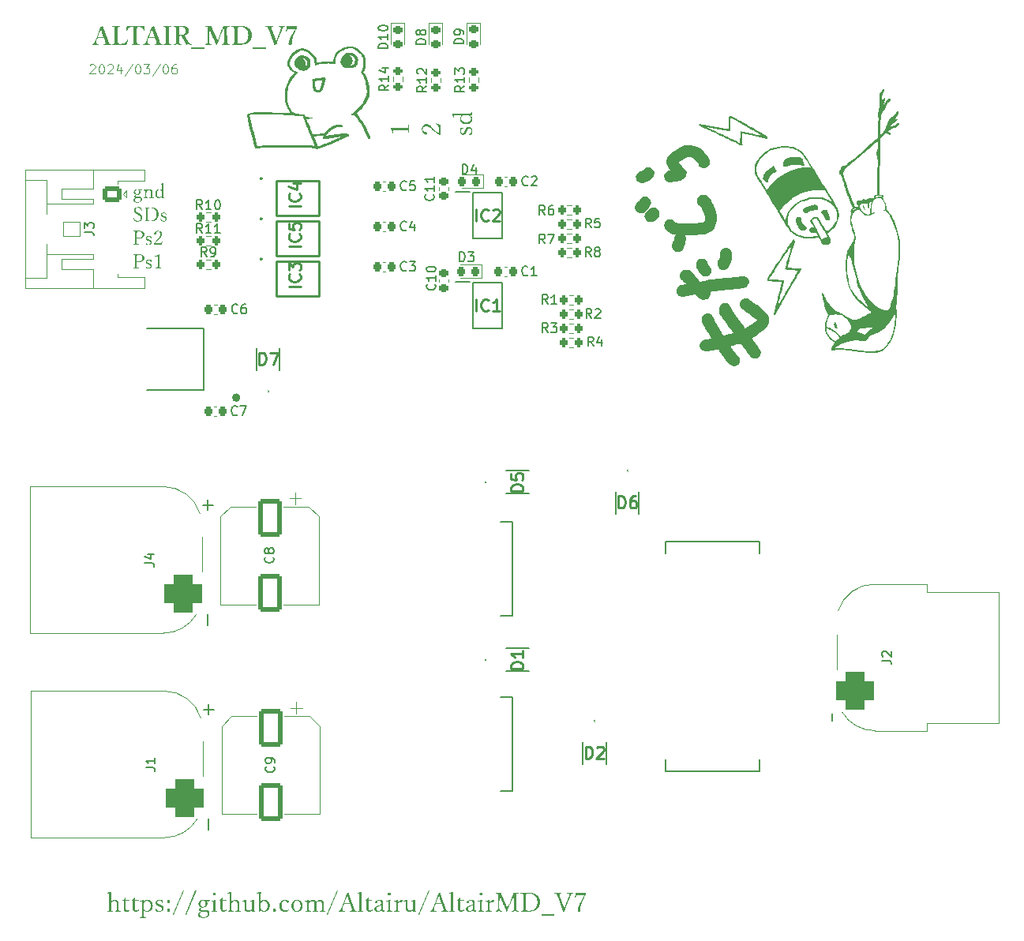
<source format=gto>
%TF.GenerationSoftware,KiCad,Pcbnew,7.0.7*%
%TF.CreationDate,2024-03-06T17:39:44+09:00*%
%TF.ProjectId,AltairMD_V7,416c7461-6972-44d4-945f-56372e6b6963,rev?*%
%TF.SameCoordinates,Original*%
%TF.FileFunction,Legend,Top*%
%TF.FilePolarity,Positive*%
%FSLAX46Y46*%
G04 Gerber Fmt 4.6, Leading zero omitted, Abs format (unit mm)*
G04 Created by KiCad (PCBNEW 7.0.7) date 2024-03-06 17:39:44*
%MOMM*%
%LPD*%
G01*
G04 APERTURE LIST*
G04 Aperture macros list*
%AMRoundRect*
0 Rectangle with rounded corners*
0 $1 Rounding radius*
0 $2 $3 $4 $5 $6 $7 $8 $9 X,Y pos of 4 corners*
0 Add a 4 corners polygon primitive as box body*
4,1,4,$2,$3,$4,$5,$6,$7,$8,$9,$2,$3,0*
0 Add four circle primitives for the rounded corners*
1,1,$1+$1,$2,$3*
1,1,$1+$1,$4,$5*
1,1,$1+$1,$6,$7*
1,1,$1+$1,$8,$9*
0 Add four rect primitives between the rounded corners*
20,1,$1+$1,$2,$3,$4,$5,0*
20,1,$1+$1,$4,$5,$6,$7,0*
20,1,$1+$1,$6,$7,$8,$9,0*
20,1,$1+$1,$8,$9,$2,$3,0*%
G04 Aperture macros list end*
%ADD10C,0.150000*%
%ADD11C,0.300000*%
%ADD12C,0.100000*%
%ADD13C,0.254000*%
%ADD14C,0.120000*%
%ADD15C,0.200000*%
%ADD16C,0.400000*%
%ADD17C,3.200000*%
%ADD18RoundRect,0.200000X0.275000X-0.200000X0.275000X0.200000X-0.275000X0.200000X-0.275000X-0.200000X0*%
%ADD19RoundRect,0.200000X-0.200000X-0.275000X0.200000X-0.275000X0.200000X0.275000X-0.200000X0.275000X0*%
%ADD20RoundRect,0.200000X0.200000X0.275000X-0.200000X0.275000X-0.200000X-0.275000X0.200000X-0.275000X0*%
%ADD21R,2.500000X2.500000*%
%ADD22R,11.000000X8.500000*%
%ADD23R,8.500000X11.000000*%
%ADD24C,4.100000*%
%ADD25RoundRect,1.025000X1.025000X-1.025000X1.025000X1.025000X-1.025000X1.025000X-1.025000X-1.025000X0*%
%ADD26R,2.000000X0.900000*%
%ADD27O,1.950000X1.700000*%
%ADD28RoundRect,0.250000X-0.725000X0.600000X-0.725000X-0.600000X0.725000X-0.600000X0.725000X0.600000X0*%
%ADD29O,2.000000X2.800000*%
%ADD30RoundRect,1.025000X-1.025000X1.025000X-1.025000X-1.025000X1.025000X-1.025000X1.025000X1.025000X0*%
%ADD31R,6.000000X6.000000*%
%ADD32R,2.500000X2.000000*%
%ADD33R,1.200000X0.800000*%
%ADD34R,1.525000X0.650000*%
%ADD35RoundRect,0.218750X-0.256250X0.218750X-0.256250X-0.218750X0.256250X-0.218750X0.256250X0.218750X0*%
%ADD36R,2.000000X1.400000*%
%ADD37R,1.400000X2.000000*%
%ADD38RoundRect,0.218750X0.218750X0.256250X-0.218750X0.256250X-0.218750X-0.256250X0.218750X-0.256250X0*%
%ADD39RoundRect,0.225000X0.250000X-0.225000X0.250000X0.225000X-0.250000X0.225000X-0.250000X-0.225000X0*%
%ADD40RoundRect,0.250000X-1.000000X1.750000X-1.000000X-1.750000X1.000000X-1.750000X1.000000X1.750000X0*%
%ADD41RoundRect,0.225000X0.225000X0.250000X-0.225000X0.250000X-0.225000X-0.250000X0.225000X-0.250000X0*%
%ADD42RoundRect,0.225000X-0.225000X-0.250000X0.225000X-0.250000X0.225000X0.250000X-0.225000X0.250000X0*%
G04 APERTURE END LIST*
D10*
G36*
X145785373Y-57794725D02*
G01*
X145787602Y-57774850D01*
X145797944Y-57756794D01*
X145816714Y-57749474D01*
X145821032Y-57749296D01*
X145843859Y-57750138D01*
X145866423Y-57750952D01*
X145888724Y-57751740D01*
X145910761Y-57752502D01*
X145932535Y-57753236D01*
X145954045Y-57753944D01*
X145975293Y-57754626D01*
X145996277Y-57755280D01*
X146016997Y-57755908D01*
X146037454Y-57756509D01*
X146057648Y-57757083D01*
X146077579Y-57757631D01*
X146097246Y-57758152D01*
X146135791Y-57759113D01*
X146173282Y-57759968D01*
X146209720Y-57760716D01*
X146245105Y-57761357D01*
X146279436Y-57761892D01*
X146312714Y-57762319D01*
X146344939Y-57762640D01*
X146376110Y-57762853D01*
X146406229Y-57762960D01*
X146420893Y-57762974D01*
X147270858Y-57762974D01*
X147296604Y-57762947D01*
X147321210Y-57762867D01*
X147344675Y-57762733D01*
X147366998Y-57762546D01*
X147388180Y-57762306D01*
X147408222Y-57762012D01*
X147436144Y-57761471D01*
X147461499Y-57760810D01*
X147484286Y-57760028D01*
X147504507Y-57759127D01*
X147527473Y-57757738D01*
X147545875Y-57756135D01*
X147565504Y-57753089D01*
X147586625Y-57748321D01*
X147605829Y-57742244D01*
X147625430Y-57733695D01*
X147634291Y-57728780D01*
X147650458Y-57714557D01*
X147662052Y-57696326D01*
X147672455Y-57672005D01*
X147679476Y-57649767D01*
X147685827Y-57624103D01*
X147691509Y-57595013D01*
X147694924Y-57573716D01*
X147698042Y-57550896D01*
X147700863Y-57526554D01*
X147703385Y-57500689D01*
X147705610Y-57473302D01*
X147716086Y-57455420D01*
X147735595Y-57448997D01*
X147746643Y-57448389D01*
X147767508Y-57450297D01*
X147784317Y-57460315D01*
X147786210Y-57467928D01*
X147784909Y-57498730D01*
X147783691Y-57528730D01*
X147782558Y-57557928D01*
X147781509Y-57586325D01*
X147780543Y-57613921D01*
X147779661Y-57640715D01*
X147778864Y-57666708D01*
X147778150Y-57691899D01*
X147777521Y-57716289D01*
X147776975Y-57739877D01*
X147776513Y-57762665D01*
X147776135Y-57784650D01*
X147775841Y-57805834D01*
X147775631Y-57826217D01*
X147775506Y-57845799D01*
X147775464Y-57864579D01*
X147775558Y-57889889D01*
X147775841Y-57917827D01*
X147776135Y-57937913D01*
X147776513Y-57959166D01*
X147776975Y-57981586D01*
X147777521Y-58005175D01*
X147778150Y-58029931D01*
X147778864Y-58055855D01*
X147779661Y-58082947D01*
X147780543Y-58111207D01*
X147781509Y-58140634D01*
X147782558Y-58171229D01*
X147783691Y-58202992D01*
X147784909Y-58235923D01*
X147786210Y-58270022D01*
X147773536Y-58285426D01*
X147753313Y-58288905D01*
X147746154Y-58289073D01*
X147725566Y-58286401D01*
X147709355Y-58274941D01*
X147705122Y-58261718D01*
X147703217Y-58237251D01*
X147701166Y-58214228D01*
X147698969Y-58192646D01*
X147696627Y-58172508D01*
X147693276Y-58147900D01*
X147689666Y-58125857D01*
X147685796Y-58106379D01*
X147680594Y-58085638D01*
X147677278Y-58075116D01*
X147669401Y-58056493D01*
X147658058Y-58038898D01*
X147644088Y-58024859D01*
X147633314Y-58017475D01*
X147610214Y-58007483D01*
X147590297Y-58002301D01*
X147565838Y-57997729D01*
X147536836Y-57993766D01*
X147514979Y-57991463D01*
X147491102Y-57989431D01*
X147465206Y-57987669D01*
X147437292Y-57986179D01*
X147407359Y-57984960D01*
X147375407Y-57984012D01*
X147341436Y-57983334D01*
X147305447Y-57982928D01*
X147267438Y-57982792D01*
X146277766Y-57982792D01*
X146257788Y-57982911D01*
X146229610Y-57983532D01*
X146203578Y-57984685D01*
X146179692Y-57986371D01*
X146157954Y-57988589D01*
X146138362Y-57991340D01*
X146115579Y-57995835D01*
X146096612Y-58001277D01*
X146078270Y-58009411D01*
X146072602Y-58013078D01*
X146058137Y-58026238D01*
X146045955Y-58044198D01*
X146038414Y-58065271D01*
X146035623Y-58086265D01*
X146035478Y-58092702D01*
X146036851Y-58112974D01*
X146040308Y-58133517D01*
X146044944Y-58153209D01*
X146051127Y-58174824D01*
X146057459Y-58194307D01*
X146098004Y-58318382D01*
X146092661Y-58337187D01*
X146076632Y-58349027D01*
X146056116Y-58353484D01*
X146043293Y-58354041D01*
X146026453Y-58342848D01*
X146017591Y-58324243D01*
X146016915Y-58322290D01*
X146004791Y-58288000D01*
X145992353Y-58253887D01*
X145979603Y-58219948D01*
X145966540Y-58186185D01*
X145953164Y-58152598D01*
X145939475Y-58119187D01*
X145925473Y-58085950D01*
X145911158Y-58052890D01*
X145896530Y-58020005D01*
X145881589Y-57987295D01*
X145866336Y-57954762D01*
X145850769Y-57922403D01*
X145834889Y-57890220D01*
X145818697Y-57858213D01*
X145802191Y-57826381D01*
X145785373Y-57794725D01*
G37*
G36*
X151146210Y-57430803D02*
G01*
X151145205Y-57464270D01*
X151144264Y-57497749D01*
X151143388Y-57531239D01*
X151142577Y-57564740D01*
X151141831Y-57598253D01*
X151141150Y-57631777D01*
X151140534Y-57665313D01*
X151139982Y-57698860D01*
X151139495Y-57732419D01*
X151139074Y-57765989D01*
X151138717Y-57799570D01*
X151138425Y-57833163D01*
X151138198Y-57866767D01*
X151138036Y-57900383D01*
X151137938Y-57934010D01*
X151137906Y-57967649D01*
X151137938Y-58000799D01*
X151138036Y-58033938D01*
X151138198Y-58067066D01*
X151138425Y-58100181D01*
X151138717Y-58133286D01*
X151139074Y-58166379D01*
X151139495Y-58199460D01*
X151139982Y-58232531D01*
X151140534Y-58265589D01*
X151141150Y-58298636D01*
X151141831Y-58331672D01*
X151142577Y-58364696D01*
X151143388Y-58397709D01*
X151144264Y-58430711D01*
X151145205Y-58463701D01*
X151146210Y-58496679D01*
X151139861Y-58516147D01*
X151123069Y-58526833D01*
X151102080Y-58530573D01*
X151092477Y-58530873D01*
X151070718Y-58529366D01*
X151050505Y-58524845D01*
X151031838Y-58517311D01*
X151022135Y-58511822D01*
X150996210Y-58494181D01*
X150970521Y-58476611D01*
X150945068Y-58459113D01*
X150919851Y-58441686D01*
X150894869Y-58424331D01*
X150870122Y-58407048D01*
X150845612Y-58389836D01*
X150821337Y-58372695D01*
X150797297Y-58355627D01*
X150773494Y-58338629D01*
X150749926Y-58321704D01*
X150726593Y-58304849D01*
X150703497Y-58288067D01*
X150680636Y-58271356D01*
X150658010Y-58254716D01*
X150635621Y-58238148D01*
X150613467Y-58221652D01*
X150591548Y-58205227D01*
X150569865Y-58188874D01*
X150548418Y-58172592D01*
X150527207Y-58156382D01*
X150506231Y-58140243D01*
X150485491Y-58124176D01*
X150464986Y-58108180D01*
X150444718Y-58092256D01*
X150424684Y-58076404D01*
X150404887Y-58060623D01*
X150385325Y-58044914D01*
X150365999Y-58029276D01*
X150346908Y-58013710D01*
X150328053Y-57998215D01*
X150309434Y-57982792D01*
X150247397Y-57929547D01*
X150232436Y-57916891D01*
X150203062Y-57892390D01*
X150174417Y-57868973D01*
X150146501Y-57846640D01*
X150119314Y-57825391D01*
X150092855Y-57805226D01*
X150067126Y-57786144D01*
X150042125Y-57768147D01*
X150017854Y-57751233D01*
X149994311Y-57735403D01*
X149971497Y-57720657D01*
X149949412Y-57706994D01*
X149928056Y-57694416D01*
X149907429Y-57682921D01*
X149887531Y-57672510D01*
X149868362Y-57663183D01*
X149859050Y-57658926D01*
X149838009Y-57649760D01*
X149816650Y-57641495D01*
X149794972Y-57634132D01*
X149772978Y-57627671D01*
X149750665Y-57622111D01*
X149728035Y-57617453D01*
X149705087Y-57613696D01*
X149681822Y-57610841D01*
X149658238Y-57608887D01*
X149634337Y-57607836D01*
X149618227Y-57607635D01*
X149593808Y-57608017D01*
X149570134Y-57609162D01*
X149547204Y-57611070D01*
X149525018Y-57613741D01*
X149503576Y-57617176D01*
X149482878Y-57621374D01*
X149462925Y-57626335D01*
X149443715Y-57632060D01*
X149425250Y-57638547D01*
X149398948Y-57649710D01*
X149374320Y-57662590D01*
X149351366Y-57677187D01*
X149330087Y-57693502D01*
X149316831Y-57705332D01*
X149301816Y-57720674D01*
X149288278Y-57736840D01*
X149276216Y-57753830D01*
X149265632Y-57771644D01*
X149256524Y-57790283D01*
X149248894Y-57809746D01*
X149242740Y-57830034D01*
X149238063Y-57851145D01*
X149234863Y-57873081D01*
X149233140Y-57895842D01*
X149232812Y-57911473D01*
X149233411Y-57935085D01*
X149235208Y-57957803D01*
X149238204Y-57979629D01*
X149242398Y-58000561D01*
X149247791Y-58020600D01*
X149254381Y-58039747D01*
X149262171Y-58058000D01*
X149271158Y-58075360D01*
X149286886Y-58099726D01*
X149305310Y-58122083D01*
X149326430Y-58142431D01*
X149342008Y-58154879D01*
X149358785Y-58166435D01*
X149376760Y-58177098D01*
X149386196Y-58182094D01*
X149406458Y-58189975D01*
X149425467Y-58195318D01*
X149446965Y-58199806D01*
X149470950Y-58203439D01*
X149490572Y-58205603D01*
X149511594Y-58207286D01*
X149534015Y-58208488D01*
X149557836Y-58209209D01*
X149583056Y-58209450D01*
X149603269Y-58211734D01*
X149622143Y-58218586D01*
X149639676Y-58230006D01*
X149655871Y-58245994D01*
X149668343Y-58262808D01*
X149675380Y-58274418D01*
X149684808Y-58291570D01*
X149692639Y-58309748D01*
X149698871Y-58328951D01*
X149703506Y-58349179D01*
X149706542Y-58370434D01*
X149707981Y-58392714D01*
X149708108Y-58401913D01*
X149706582Y-58422177D01*
X149700380Y-58443709D01*
X149689409Y-58461018D01*
X149673666Y-58474105D01*
X149653154Y-58482971D01*
X149633309Y-58487024D01*
X149610411Y-58488375D01*
X149588403Y-58487619D01*
X149566585Y-58485352D01*
X149544958Y-58481574D01*
X149523522Y-58476285D01*
X149502277Y-58469484D01*
X149481222Y-58461172D01*
X149460358Y-58451349D01*
X149439685Y-58440015D01*
X149419203Y-58427169D01*
X149398912Y-58412812D01*
X149378812Y-58396944D01*
X149358902Y-58379565D01*
X149339183Y-58360674D01*
X149319655Y-58340272D01*
X149300318Y-58318359D01*
X149281172Y-58294935D01*
X149264727Y-58273000D01*
X149249344Y-58250795D01*
X149235021Y-58228319D01*
X149221760Y-58205572D01*
X149209559Y-58182554D01*
X149198419Y-58159265D01*
X149188341Y-58135705D01*
X149179323Y-58111875D01*
X149171366Y-58087773D01*
X149164470Y-58063400D01*
X149158634Y-58038756D01*
X149153860Y-58013842D01*
X149150147Y-57988656D01*
X149147495Y-57963199D01*
X149145903Y-57937472D01*
X149145373Y-57911473D01*
X149145943Y-57879924D01*
X149147655Y-57849146D01*
X149150508Y-57819138D01*
X149154501Y-57789901D01*
X149159636Y-57761436D01*
X149165912Y-57733741D01*
X149173329Y-57706817D01*
X149181887Y-57680664D01*
X149191586Y-57655282D01*
X149202426Y-57630670D01*
X149214408Y-57606830D01*
X149227530Y-57583760D01*
X149241793Y-57561462D01*
X149257198Y-57539934D01*
X149273743Y-57519177D01*
X149291430Y-57499191D01*
X149308327Y-57482096D01*
X149325800Y-57466104D01*
X149343849Y-57451215D01*
X149362474Y-57437428D01*
X149381676Y-57424745D01*
X149401454Y-57413164D01*
X149421808Y-57402687D01*
X149442739Y-57393312D01*
X149464245Y-57385040D01*
X149486328Y-57377871D01*
X149508987Y-57371805D01*
X149532223Y-57366842D01*
X149556035Y-57362982D01*
X149580423Y-57360225D01*
X149605387Y-57358570D01*
X149630928Y-57358019D01*
X149653499Y-57358330D01*
X149675662Y-57359263D01*
X149697417Y-57360818D01*
X149718763Y-57362995D01*
X149739702Y-57365795D01*
X149760231Y-57369216D01*
X149780353Y-57373259D01*
X149800066Y-57377925D01*
X149819371Y-57383212D01*
X149838267Y-57389122D01*
X149856755Y-57395653D01*
X149883721Y-57406617D01*
X149909769Y-57418981D01*
X149934898Y-57432744D01*
X149943070Y-57437642D01*
X149966557Y-57452650D01*
X149982769Y-57463863D01*
X149999423Y-57476040D01*
X150016520Y-57489184D01*
X150034060Y-57503292D01*
X150052042Y-57518367D01*
X150070467Y-57534407D01*
X150089335Y-57551412D01*
X150108646Y-57569383D01*
X150128399Y-57588320D01*
X150148595Y-57608222D01*
X150169233Y-57629089D01*
X150190314Y-57650922D01*
X150211838Y-57673721D01*
X150233805Y-57697485D01*
X150244954Y-57709729D01*
X150323600Y-57796191D01*
X150344438Y-57819084D01*
X150365186Y-57841603D01*
X150385845Y-57863746D01*
X150406414Y-57885515D01*
X150426893Y-57906909D01*
X150447283Y-57927927D01*
X150467582Y-57948571D01*
X150487793Y-57968840D01*
X150507913Y-57988734D01*
X150527944Y-58008253D01*
X150547885Y-58027397D01*
X150567736Y-58046166D01*
X150587498Y-58064560D01*
X150607170Y-58082579D01*
X150626752Y-58100223D01*
X150646245Y-58117492D01*
X150665648Y-58134386D01*
X150684961Y-58150906D01*
X150704185Y-58167050D01*
X150723319Y-58182820D01*
X150742363Y-58198214D01*
X150761318Y-58213233D01*
X150780183Y-58227878D01*
X150798958Y-58242148D01*
X150817644Y-58256042D01*
X150836239Y-58269562D01*
X150854746Y-58282707D01*
X150873162Y-58295477D01*
X150891489Y-58307871D01*
X150909726Y-58319891D01*
X150927873Y-58331536D01*
X150945931Y-58342806D01*
X150945931Y-57875814D01*
X150945872Y-57853057D01*
X150945695Y-57831194D01*
X150945399Y-57810223D01*
X150944985Y-57790146D01*
X150944142Y-57761704D01*
X150943033Y-57735271D01*
X150941657Y-57710848D01*
X150940016Y-57688434D01*
X150938108Y-57668029D01*
X150935151Y-57643948D01*
X150931720Y-57623439D01*
X150930788Y-57618870D01*
X150925802Y-57597787D01*
X150919270Y-57577769D01*
X150911193Y-57558815D01*
X150901571Y-57540926D01*
X150890402Y-57524102D01*
X150886336Y-57518731D01*
X150873854Y-57503110D01*
X150859671Y-57487756D01*
X150843789Y-57472668D01*
X150826206Y-57457846D01*
X150806924Y-57443290D01*
X150785941Y-57429000D01*
X150763257Y-57414977D01*
X150738874Y-57401219D01*
X150712791Y-57387728D01*
X150694457Y-57378882D01*
X150675368Y-57370154D01*
X150665540Y-57365835D01*
X150649226Y-57354315D01*
X150646001Y-57343853D01*
X150648758Y-57324025D01*
X150655771Y-57307217D01*
X150668015Y-57291922D01*
X150673356Y-57290608D01*
X150688499Y-57293050D01*
X150720684Y-57301660D01*
X150752392Y-57310270D01*
X150783622Y-57318879D01*
X150814376Y-57327489D01*
X150844652Y-57336098D01*
X150874452Y-57344708D01*
X150903774Y-57353317D01*
X150932620Y-57361927D01*
X150960988Y-57370536D01*
X150988880Y-57379146D01*
X151016294Y-57387756D01*
X151043231Y-57396365D01*
X151069692Y-57404975D01*
X151095675Y-57413584D01*
X151121181Y-57422194D01*
X151146210Y-57430803D01*
G37*
G36*
X153286950Y-57757600D02*
G01*
X153310268Y-57756593D01*
X153330150Y-57755477D01*
X153352085Y-57754051D01*
X153376071Y-57752317D01*
X153402110Y-57750273D01*
X153430202Y-57747920D01*
X153450069Y-57746180D01*
X153470849Y-57744302D01*
X153492541Y-57742287D01*
X153515145Y-57740135D01*
X153538661Y-57737845D01*
X153563089Y-57735418D01*
X153575645Y-57734153D01*
X153583949Y-57734153D01*
X153597383Y-57748655D01*
X153599566Y-57768994D01*
X153599581Y-57771278D01*
X153593708Y-57790031D01*
X153581018Y-57798633D01*
X153550732Y-57810979D01*
X153522400Y-57824324D01*
X153496022Y-57838670D01*
X153471598Y-57854015D01*
X153449127Y-57870360D01*
X153428611Y-57887705D01*
X153410048Y-57906050D01*
X153393440Y-57925395D01*
X153378785Y-57945740D01*
X153366085Y-57967084D01*
X153355338Y-57989429D01*
X153346545Y-58012773D01*
X153339706Y-58037117D01*
X153334822Y-58062461D01*
X153331891Y-58088805D01*
X153330914Y-58116149D01*
X153331852Y-58141894D01*
X153334669Y-58166127D01*
X153339363Y-58188849D01*
X153345935Y-58210060D01*
X153354384Y-58229760D01*
X153364711Y-58247948D01*
X153376915Y-58264626D01*
X153390997Y-58279792D01*
X153408082Y-58294427D01*
X153426670Y-58306582D01*
X153446761Y-58316256D01*
X153468354Y-58323450D01*
X153491449Y-58328163D01*
X153511008Y-58330148D01*
X153526308Y-58330594D01*
X153546942Y-58329390D01*
X153566408Y-58325776D01*
X153588224Y-58318260D01*
X153608356Y-58307275D01*
X153626806Y-58292820D01*
X153638171Y-58281257D01*
X153653463Y-58262777D01*
X153665953Y-58244901D01*
X153678673Y-58224278D01*
X153688363Y-58207007D01*
X153698182Y-58188191D01*
X153708130Y-58167829D01*
X153718206Y-58145922D01*
X153728411Y-58122469D01*
X153738745Y-58097470D01*
X153742219Y-58088794D01*
X153783740Y-57987189D01*
X153793462Y-57963610D01*
X153803333Y-57940989D01*
X153813352Y-57919325D01*
X153823521Y-57898620D01*
X153833838Y-57878873D01*
X153844304Y-57860083D01*
X153854920Y-57842251D01*
X153865683Y-57825378D01*
X153882108Y-57801863D01*
X153898868Y-57780504D01*
X153915963Y-57761300D01*
X153933392Y-57744251D01*
X153951156Y-57729357D01*
X153957152Y-57724872D01*
X153977119Y-57711248D01*
X153998429Y-57699440D01*
X154021083Y-57689449D01*
X154045080Y-57681274D01*
X154070420Y-57674917D01*
X154090307Y-57671340D01*
X154110949Y-57668786D01*
X154132347Y-57667253D01*
X154154501Y-57666742D01*
X154176916Y-57667269D01*
X154198731Y-57668849D01*
X154219948Y-57671482D01*
X154240566Y-57675168D01*
X154260584Y-57679908D01*
X154280003Y-57685701D01*
X154298823Y-57692548D01*
X154317044Y-57700448D01*
X154334666Y-57709401D01*
X154351688Y-57719407D01*
X154368112Y-57730466D01*
X154383936Y-57742579D01*
X154399161Y-57755746D01*
X154413787Y-57769965D01*
X154427814Y-57785238D01*
X154441242Y-57801564D01*
X154452895Y-57817323D01*
X154463796Y-57833705D01*
X154473945Y-57850708D01*
X154483343Y-57868334D01*
X154491989Y-57886582D01*
X154499883Y-57905451D01*
X154507025Y-57924943D01*
X154513415Y-57945057D01*
X154519054Y-57965793D01*
X154523941Y-57987150D01*
X154528076Y-58009130D01*
X154531459Y-58031732D01*
X154534090Y-58054956D01*
X154535970Y-58078803D01*
X154537097Y-58103271D01*
X154537473Y-58128361D01*
X154537200Y-58150240D01*
X154536382Y-58172157D01*
X154535018Y-58194112D01*
X154533107Y-58216105D01*
X154530652Y-58238137D01*
X154527650Y-58260206D01*
X154524103Y-58282314D01*
X154520010Y-58304460D01*
X154515371Y-58326644D01*
X154510187Y-58348866D01*
X154504457Y-58371127D01*
X154498181Y-58393426D01*
X154491359Y-58415762D01*
X154483992Y-58438137D01*
X154476079Y-58460550D01*
X154467620Y-58483002D01*
X154448142Y-58488169D01*
X154427446Y-58493414D01*
X154405530Y-58498737D01*
X154382394Y-58504136D01*
X154358040Y-58509613D01*
X154332466Y-58515167D01*
X154305673Y-58520799D01*
X154277660Y-58526507D01*
X154258308Y-58530356D01*
X154238413Y-58534239D01*
X154217977Y-58538157D01*
X154196999Y-58542108D01*
X154175017Y-58545039D01*
X154157431Y-58536369D01*
X154151776Y-58516555D01*
X154151570Y-58510357D01*
X154156119Y-58490861D01*
X154167690Y-58480071D01*
X154192986Y-58468354D01*
X154217218Y-58455736D01*
X154240384Y-58442216D01*
X154262486Y-58427795D01*
X154283524Y-58412472D01*
X154303496Y-58396248D01*
X154322404Y-58379122D01*
X154340247Y-58361094D01*
X154357026Y-58342165D01*
X154372739Y-58322334D01*
X154382623Y-58308612D01*
X154394670Y-58290771D01*
X154405533Y-58272783D01*
X154415210Y-58254649D01*
X154423702Y-58236370D01*
X154431009Y-58217944D01*
X154437132Y-58199373D01*
X154443451Y-58174384D01*
X154447664Y-58149135D01*
X154449771Y-58123627D01*
X154450034Y-58110775D01*
X154449399Y-58088525D01*
X154447493Y-58067201D01*
X154444316Y-58046805D01*
X154439868Y-58027336D01*
X154431960Y-58002820D01*
X154421794Y-57979953D01*
X154409368Y-57958734D01*
X154394683Y-57939164D01*
X154377739Y-57921243D01*
X154361748Y-57907046D01*
X154344796Y-57894743D01*
X154326883Y-57884332D01*
X154308007Y-57875814D01*
X154288170Y-57869189D01*
X154267371Y-57864457D01*
X154245611Y-57861617D01*
X154222889Y-57860671D01*
X154201960Y-57861549D01*
X154181917Y-57864182D01*
X154162759Y-57868571D01*
X154140057Y-57876525D01*
X154118738Y-57887223D01*
X154098803Y-57900663D01*
X154083850Y-57913391D01*
X154080251Y-57916847D01*
X154066634Y-57931692D01*
X154053140Y-57948629D01*
X154039767Y-57967657D01*
X154026517Y-57988776D01*
X154016660Y-58005988D01*
X154006871Y-58024376D01*
X153997151Y-58043941D01*
X153987500Y-58064682D01*
X153977917Y-58086600D01*
X153974738Y-58094167D01*
X153933217Y-58193330D01*
X153923063Y-58217183D01*
X153912876Y-58240018D01*
X153902654Y-58261834D01*
X153892397Y-58282631D01*
X153882107Y-58302409D01*
X153871782Y-58321168D01*
X153861422Y-58338908D01*
X153851029Y-58355629D01*
X153835374Y-58378800D01*
X153819642Y-58399679D01*
X153803832Y-58418264D01*
X153787945Y-58434558D01*
X153771981Y-58448558D01*
X153766643Y-58452715D01*
X153747554Y-58465653D01*
X153726923Y-58476865D01*
X153704750Y-58486352D01*
X153681036Y-58494115D01*
X153655780Y-58500152D01*
X153635826Y-58503548D01*
X153615004Y-58505974D01*
X153593316Y-58507429D01*
X153570760Y-58507914D01*
X153544209Y-58506837D01*
X153518593Y-58503604D01*
X153493914Y-58498216D01*
X153470170Y-58490672D01*
X153447363Y-58480974D01*
X153425491Y-58469120D01*
X153404555Y-58455111D01*
X153384556Y-58438946D01*
X153365492Y-58420627D01*
X153347364Y-58400152D01*
X153335799Y-58385304D01*
X153321482Y-58364821D01*
X153308573Y-58343487D01*
X153297073Y-58321304D01*
X153286980Y-58298270D01*
X153278297Y-58274386D01*
X153271021Y-58249652D01*
X153265153Y-58224068D01*
X153260694Y-58197634D01*
X153257643Y-58170350D01*
X153256000Y-58142216D01*
X153255687Y-58122988D01*
X153256271Y-58098468D01*
X153257580Y-58077616D01*
X153259637Y-58055664D01*
X153262442Y-58032614D01*
X153265995Y-58008464D01*
X153270296Y-57983216D01*
X153274013Y-57963558D01*
X153278150Y-57943282D01*
X153279623Y-57936386D01*
X153282478Y-57914143D01*
X153284367Y-57894371D01*
X153285741Y-57873946D01*
X153286599Y-57852869D01*
X153286943Y-57831139D01*
X153286950Y-57827454D01*
X153286950Y-57807199D01*
X153286950Y-57785513D01*
X153286950Y-57764772D01*
X153286950Y-57757600D01*
G37*
G36*
X154475481Y-56023980D02*
G01*
X154489979Y-56037933D01*
X154492044Y-56044969D01*
X154493824Y-56067516D01*
X154495746Y-56090093D01*
X154497809Y-56112701D01*
X154500013Y-56135339D01*
X154502358Y-56158008D01*
X154504844Y-56180707D01*
X154507472Y-56203437D01*
X154510240Y-56226198D01*
X154513150Y-56248989D01*
X154516201Y-56271810D01*
X154519394Y-56294662D01*
X154522727Y-56317545D01*
X154526202Y-56340458D01*
X154529818Y-56363401D01*
X154533575Y-56386375D01*
X154537473Y-56409380D01*
X154528973Y-56427154D01*
X154510607Y-56431362D01*
X154481777Y-56430401D01*
X154455188Y-56429536D01*
X154430841Y-56428764D01*
X154408734Y-56428087D01*
X154388869Y-56427505D01*
X154365868Y-56426875D01*
X154342720Y-56426324D01*
X154323160Y-56426009D01*
X154318632Y-56425988D01*
X154338444Y-56438914D01*
X154357398Y-56452596D01*
X154375493Y-56467033D01*
X154392729Y-56482225D01*
X154409107Y-56498174D01*
X154424626Y-56514877D01*
X154439286Y-56532337D01*
X154453087Y-56550552D01*
X154466030Y-56569523D01*
X154478115Y-56589249D01*
X154485694Y-56602820D01*
X154494947Y-56620602D01*
X154503291Y-56638409D01*
X154512999Y-56662192D01*
X154521090Y-56686021D01*
X154527562Y-56709896D01*
X154532417Y-56733816D01*
X154535653Y-56757783D01*
X154537271Y-56781795D01*
X154537473Y-56793818D01*
X154536714Y-56829046D01*
X154534436Y-56863290D01*
X154530638Y-56896549D01*
X154525322Y-56928823D01*
X154518487Y-56960113D01*
X154510133Y-56990418D01*
X154500261Y-57019739D01*
X154488869Y-57048075D01*
X154475958Y-57075426D01*
X154461529Y-57101793D01*
X154445581Y-57127175D01*
X154428114Y-57151573D01*
X154409128Y-57174986D01*
X154388623Y-57197414D01*
X154366599Y-57218858D01*
X154343056Y-57239317D01*
X154321540Y-57256235D01*
X154299245Y-57272061D01*
X154276172Y-57286796D01*
X154252320Y-57300439D01*
X154227689Y-57312991D01*
X154202281Y-57324451D01*
X154176093Y-57334820D01*
X154149127Y-57344097D01*
X154121383Y-57352283D01*
X154092860Y-57359378D01*
X154063558Y-57365381D01*
X154033478Y-57370292D01*
X154002620Y-57374112D01*
X153970983Y-57376841D01*
X153938567Y-57378478D01*
X153905373Y-57379024D01*
X153885781Y-57378834D01*
X153847386Y-57377311D01*
X153810039Y-57374265D01*
X153773743Y-57369697D01*
X153738495Y-57363607D01*
X153704298Y-57355993D01*
X153671149Y-57346857D01*
X153639050Y-57336198D01*
X153608001Y-57324016D01*
X153578001Y-57310312D01*
X153549051Y-57295085D01*
X153521150Y-57278335D01*
X153494298Y-57260063D01*
X153468496Y-57240268D01*
X153443744Y-57218950D01*
X153420041Y-57196109D01*
X153408583Y-57184118D01*
X153390068Y-57163035D01*
X153372748Y-57141307D01*
X153356622Y-57118934D01*
X153341691Y-57095916D01*
X153327954Y-57072253D01*
X153315412Y-57047945D01*
X153304064Y-57022992D01*
X153293911Y-56997394D01*
X153284952Y-56971152D01*
X153277188Y-56944264D01*
X153270618Y-56916731D01*
X153265243Y-56888554D01*
X153261062Y-56859731D01*
X153258076Y-56830264D01*
X153256284Y-56800151D01*
X153255687Y-56769394D01*
X153255848Y-56761090D01*
X153343126Y-56761090D01*
X153343775Y-56783453D01*
X153345721Y-56805236D01*
X153348965Y-56826440D01*
X153353506Y-56847063D01*
X153359345Y-56867106D01*
X153366482Y-56886569D01*
X153374916Y-56905452D01*
X153384647Y-56923755D01*
X153395676Y-56941478D01*
X153408003Y-56958621D01*
X153421627Y-56975184D01*
X153436549Y-56991166D01*
X153452768Y-57006569D01*
X153470285Y-57021391D01*
X153489099Y-57035634D01*
X153509211Y-57049296D01*
X153528060Y-57060949D01*
X153547603Y-57071850D01*
X153567841Y-57082000D01*
X153588773Y-57091397D01*
X153610400Y-57100043D01*
X153632721Y-57107937D01*
X153655738Y-57115079D01*
X153679448Y-57121470D01*
X153703853Y-57127108D01*
X153728953Y-57131995D01*
X153754748Y-57136130D01*
X153781236Y-57139513D01*
X153808420Y-57142145D01*
X153836298Y-57144024D01*
X153864871Y-57145152D01*
X153894138Y-57145528D01*
X153925218Y-57145039D01*
X153955443Y-57143574D01*
X153984813Y-57141131D01*
X154013328Y-57137712D01*
X154040989Y-57133316D01*
X154067794Y-57127942D01*
X154093745Y-57121592D01*
X154118841Y-57114265D01*
X154143082Y-57105960D01*
X154166468Y-57096679D01*
X154189000Y-57086421D01*
X154210676Y-57075186D01*
X154231498Y-57062974D01*
X154251465Y-57049785D01*
X154270577Y-57035618D01*
X154288834Y-57020475D01*
X154309786Y-57000267D01*
X154328676Y-56979208D01*
X154345506Y-56957299D01*
X154360275Y-56934540D01*
X154372983Y-56910931D01*
X154383631Y-56886472D01*
X154392218Y-56861163D01*
X154398743Y-56835004D01*
X154403208Y-56807994D01*
X154405613Y-56780135D01*
X154406071Y-56761090D01*
X154405540Y-56739667D01*
X154403949Y-56718752D01*
X154401296Y-56698344D01*
X154397583Y-56678444D01*
X154392809Y-56659051D01*
X154386974Y-56640166D01*
X154380078Y-56621789D01*
X154372121Y-56603919D01*
X154363103Y-56586557D01*
X154353024Y-56569702D01*
X154341884Y-56553355D01*
X154329684Y-56537516D01*
X154316422Y-56522184D01*
X154302100Y-56507359D01*
X154286716Y-56493043D01*
X154270272Y-56479233D01*
X154253510Y-56466754D01*
X154235467Y-56455939D01*
X154216141Y-56446787D01*
X154195533Y-56439300D01*
X154173643Y-56433476D01*
X154150471Y-56429316D01*
X154126016Y-56426820D01*
X154100279Y-56425988D01*
X153659665Y-56425988D01*
X153636935Y-56426820D01*
X153614907Y-56429316D01*
X153593582Y-56433476D01*
X153572958Y-56439300D01*
X153553037Y-56446787D01*
X153533818Y-56455939D01*
X153515302Y-56466754D01*
X153497487Y-56479233D01*
X153478795Y-56494187D01*
X153461309Y-56509496D01*
X153445029Y-56525160D01*
X153429954Y-56541179D01*
X153416086Y-56557553D01*
X153403423Y-56574282D01*
X153391967Y-56591366D01*
X153381716Y-56608804D01*
X153372672Y-56626598D01*
X153364833Y-56644746D01*
X153358200Y-56663249D01*
X153352773Y-56682107D01*
X153348553Y-56701321D01*
X153345538Y-56720889D01*
X153343729Y-56740812D01*
X153343126Y-56761090D01*
X153255848Y-56761090D01*
X153256175Y-56744181D01*
X153257641Y-56719469D01*
X153260083Y-56695257D01*
X153263503Y-56671544D01*
X153267899Y-56648331D01*
X153273272Y-56625619D01*
X153279623Y-56603406D01*
X153286950Y-56581693D01*
X153295254Y-56560480D01*
X153304535Y-56539767D01*
X153314794Y-56519554D01*
X153326029Y-56499841D01*
X153338241Y-56480628D01*
X153351430Y-56461915D01*
X153365596Y-56443702D01*
X153380739Y-56425988D01*
X152863921Y-56425988D01*
X152840438Y-56426063D01*
X152818103Y-56426286D01*
X152796917Y-56426658D01*
X152776879Y-56427179D01*
X152748977Y-56428239D01*
X152723659Y-56429635D01*
X152700926Y-56431365D01*
X152680777Y-56433430D01*
X152657933Y-56436704D01*
X152635839Y-56441635D01*
X152626029Y-56445039D01*
X152606274Y-56455830D01*
X152590606Y-56468784D01*
X152577493Y-56486633D01*
X152569943Y-56507426D01*
X152567899Y-56527593D01*
X152567899Y-56627733D01*
X152558083Y-56644863D01*
X152540055Y-56648249D01*
X152520624Y-56645970D01*
X152502649Y-56635837D01*
X152494138Y-56619429D01*
X152490144Y-56598926D01*
X152485734Y-56577961D01*
X152480908Y-56556534D01*
X152475667Y-56534646D01*
X152470009Y-56512296D01*
X152463936Y-56489484D01*
X152457446Y-56466210D01*
X152450540Y-56442475D01*
X152443219Y-56418278D01*
X152435481Y-56393619D01*
X152427328Y-56368498D01*
X152418758Y-56342915D01*
X152409773Y-56316871D01*
X152400371Y-56290365D01*
X152390554Y-56263397D01*
X152380321Y-56235967D01*
X152384507Y-56216333D01*
X152399371Y-56208612D01*
X152424660Y-56209303D01*
X152449663Y-56209973D01*
X152474379Y-56210620D01*
X152498809Y-56211245D01*
X152522953Y-56211849D01*
X152546810Y-56212430D01*
X152570382Y-56212990D01*
X152593667Y-56213528D01*
X152616666Y-56214043D01*
X152639378Y-56214537D01*
X152661805Y-56215009D01*
X152683945Y-56215459D01*
X152705799Y-56215887D01*
X152727367Y-56216292D01*
X152748648Y-56216677D01*
X152769644Y-56217039D01*
X152790353Y-56217379D01*
X152810776Y-56217697D01*
X152830912Y-56217993D01*
X152850763Y-56218267D01*
X152870327Y-56218520D01*
X152908597Y-56218959D01*
X152945722Y-56219310D01*
X152981702Y-56219573D01*
X153016537Y-56219749D01*
X153050227Y-56219836D01*
X153066643Y-56219847D01*
X154093440Y-56219847D01*
X154124140Y-56219782D01*
X154153104Y-56219588D01*
X154180331Y-56219263D01*
X154205822Y-56218809D01*
X154229577Y-56218225D01*
X154251595Y-56217512D01*
X154271876Y-56216668D01*
X154299043Y-56215160D01*
X154322303Y-56213360D01*
X154347239Y-56210505D01*
X154368641Y-56206207D01*
X154376273Y-56203239D01*
X154392639Y-56191107D01*
X154405405Y-56172665D01*
X154413482Y-56151833D01*
X154418193Y-56130932D01*
X154421067Y-56106811D01*
X154421702Y-56096260D01*
X154424633Y-56044969D01*
X154432205Y-56026651D01*
X154451252Y-56020641D01*
X154454919Y-56020545D01*
X154475481Y-56023980D01*
G37*
G36*
X115799600Y-140805792D02*
G01*
X115820474Y-140775505D01*
X115842183Y-140747173D01*
X115864727Y-140720795D01*
X115888108Y-140696371D01*
X115912324Y-140673900D01*
X115937376Y-140653384D01*
X115963264Y-140634822D01*
X115989988Y-140618213D01*
X116017547Y-140603558D01*
X116045942Y-140590858D01*
X116075173Y-140580111D01*
X116105240Y-140571318D01*
X116136142Y-140564480D01*
X116167880Y-140559595D01*
X116200454Y-140556664D01*
X116233864Y-140555687D01*
X116257233Y-140556109D01*
X116279957Y-140557374D01*
X116302036Y-140559482D01*
X116323471Y-140562434D01*
X116344260Y-140566229D01*
X116364404Y-140570868D01*
X116383904Y-140576350D01*
X116402758Y-140582676D01*
X116420967Y-140589845D01*
X116447072Y-140602179D01*
X116471726Y-140616412D01*
X116494929Y-140632542D01*
X116516680Y-140650569D01*
X116530375Y-140663642D01*
X116548358Y-140683228D01*
X116564573Y-140704068D01*
X116579018Y-140726162D01*
X116591695Y-140749509D01*
X116602603Y-140774110D01*
X116611742Y-140799964D01*
X116619112Y-140827072D01*
X116624714Y-140855434D01*
X116627465Y-140875038D01*
X116629431Y-140895200D01*
X116630610Y-140915918D01*
X116631003Y-140937194D01*
X116626607Y-141237613D01*
X116626607Y-141411514D01*
X116626687Y-141441006D01*
X116626927Y-141468911D01*
X116627328Y-141495228D01*
X116627889Y-141519958D01*
X116628610Y-141543100D01*
X116629492Y-141564654D01*
X116630534Y-141584621D01*
X116632397Y-141611594D01*
X116634621Y-141634996D01*
X116637205Y-141654825D01*
X116641213Y-141675708D01*
X116647123Y-141692882D01*
X116660874Y-141707788D01*
X116681963Y-141718779D01*
X116700793Y-141725190D01*
X116723438Y-141730869D01*
X116742927Y-141734647D01*
X116764563Y-141738013D01*
X116788345Y-141740967D01*
X116805392Y-141742707D01*
X116822923Y-141752303D01*
X116829602Y-141771136D01*
X116829817Y-141776413D01*
X116825302Y-141795705D01*
X116807350Y-141805948D01*
X116802461Y-141806210D01*
X116781598Y-141805560D01*
X116761261Y-141804951D01*
X116741450Y-141804384D01*
X116712722Y-141803613D01*
X116685179Y-141802936D01*
X116658821Y-141802353D01*
X116633648Y-141801865D01*
X116609659Y-141801472D01*
X116586856Y-141801173D01*
X116565238Y-141800968D01*
X116544804Y-141800858D01*
X116531840Y-141800837D01*
X116511626Y-141800884D01*
X116490184Y-141801026D01*
X116467513Y-141801262D01*
X116443615Y-141801593D01*
X116418489Y-141802018D01*
X116392135Y-141802537D01*
X116364554Y-141803151D01*
X116335744Y-141803859D01*
X116315855Y-141804384D01*
X116295421Y-141804951D01*
X116274441Y-141805560D01*
X116252915Y-141806210D01*
X116234215Y-141800507D01*
X116225800Y-141781738D01*
X116225560Y-141776413D01*
X116230075Y-141756475D01*
X116246504Y-141744089D01*
X116252915Y-141742707D01*
X116275705Y-141740605D01*
X116296633Y-141737962D01*
X116321637Y-141733596D01*
X116343329Y-141728268D01*
X116365785Y-141720256D01*
X116383066Y-141710742D01*
X116398563Y-141694897D01*
X116399949Y-141692393D01*
X116406282Y-141673626D01*
X116410575Y-141651813D01*
X116413344Y-141631485D01*
X116415727Y-141607757D01*
X116417724Y-141580629D01*
X116418840Y-141560655D01*
X116419784Y-141539169D01*
X116420557Y-141516172D01*
X116421158Y-141491664D01*
X116421588Y-141465644D01*
X116421845Y-141438113D01*
X116421931Y-141409071D01*
X116421931Y-140979692D01*
X116421481Y-140955932D01*
X116420130Y-140933500D01*
X116417878Y-140912396D01*
X116414726Y-140892620D01*
X116409519Y-140869767D01*
X116402905Y-140848990D01*
X116394884Y-140830288D01*
X116393110Y-140826796D01*
X116379090Y-140801829D01*
X116363223Y-140779318D01*
X116345510Y-140759262D01*
X116325951Y-140741663D01*
X116304546Y-140726519D01*
X116281295Y-140713830D01*
X116256198Y-140703598D01*
X116229254Y-140695821D01*
X116200464Y-140690500D01*
X116180246Y-140688317D01*
X116159206Y-140687226D01*
X116148379Y-140687090D01*
X116126182Y-140687687D01*
X116104530Y-140689479D01*
X116083424Y-140692465D01*
X116062864Y-140696646D01*
X116042849Y-140702021D01*
X116023380Y-140708591D01*
X116004457Y-140716355D01*
X115986080Y-140725314D01*
X115968248Y-140735467D01*
X115950962Y-140746815D01*
X115934222Y-140759357D01*
X115918028Y-140773094D01*
X115902379Y-140788025D01*
X115887276Y-140804151D01*
X115872719Y-140821471D01*
X115858707Y-140839986D01*
X115844854Y-140862036D01*
X115835676Y-140879466D01*
X115827538Y-140897659D01*
X115820438Y-140916617D01*
X115814377Y-140936339D01*
X115809355Y-140956826D01*
X115805372Y-140978076D01*
X115802429Y-141000091D01*
X115800524Y-141022870D01*
X115799658Y-141046413D01*
X115799600Y-141054431D01*
X115799600Y-141409071D01*
X115799665Y-141439087D01*
X115799860Y-141467461D01*
X115800184Y-141494194D01*
X115800638Y-141519286D01*
X115801222Y-141542737D01*
X115801936Y-141564547D01*
X115802779Y-141584716D01*
X115804288Y-141611893D01*
X115806088Y-141635378D01*
X115808180Y-141655170D01*
X115811424Y-141675816D01*
X115816209Y-141692393D01*
X115829763Y-141707323D01*
X115847144Y-141716642D01*
X115865668Y-141723290D01*
X115888299Y-141729220D01*
X115907966Y-141733197D01*
X115929944Y-141736771D01*
X115954231Y-141739941D01*
X115980829Y-141742707D01*
X115998710Y-141752059D01*
X116005522Y-141771053D01*
X116005741Y-141776413D01*
X116001630Y-141795705D01*
X115983845Y-141806094D01*
X115980829Y-141806210D01*
X115959368Y-141805560D01*
X115938582Y-141804951D01*
X115918472Y-141804384D01*
X115889574Y-141803613D01*
X115862195Y-141802936D01*
X115836336Y-141802353D01*
X115811998Y-141801865D01*
X115789179Y-141801472D01*
X115767879Y-141801173D01*
X115748100Y-141800968D01*
X115724092Y-141800842D01*
X115718512Y-141800837D01*
X115696766Y-141800884D01*
X115673844Y-141801026D01*
X115649745Y-141801262D01*
X115624471Y-141801593D01*
X115598019Y-141802018D01*
X115570392Y-141802537D01*
X115541588Y-141803151D01*
X115521732Y-141803613D01*
X115501353Y-141804117D01*
X115480451Y-141804662D01*
X115459026Y-141805250D01*
X115437079Y-141805880D01*
X115425909Y-141806210D01*
X115408134Y-141796628D01*
X115403927Y-141775924D01*
X115407018Y-141756621D01*
X115420757Y-141742638D01*
X115425909Y-141741242D01*
X115446601Y-141739120D01*
X115469868Y-141736339D01*
X115490250Y-141733414D01*
X115510898Y-141729716D01*
X115531964Y-141724465D01*
X115539726Y-141721702D01*
X115557003Y-141711749D01*
X115570733Y-141697765D01*
X115575874Y-141689951D01*
X115582910Y-141671556D01*
X115587681Y-141649696D01*
X115590757Y-141629134D01*
X115593405Y-141605000D01*
X115595623Y-141577294D01*
X115596864Y-141556838D01*
X115597913Y-141534795D01*
X115598772Y-141511165D01*
X115599440Y-141485947D01*
X115599917Y-141459141D01*
X115600203Y-141430748D01*
X115600298Y-141400767D01*
X115600298Y-140157083D01*
X115600212Y-140135566D01*
X115599955Y-140114981D01*
X115599525Y-140095327D01*
X115598559Y-140067592D01*
X115597207Y-140041953D01*
X115595468Y-140018408D01*
X115593343Y-139996958D01*
X115589908Y-139971618D01*
X115585787Y-139950003D01*
X115579669Y-139928221D01*
X115578316Y-139924563D01*
X115568373Y-139905306D01*
X115556128Y-139890034D01*
X115538935Y-139877251D01*
X115518608Y-139869891D01*
X115498693Y-139867899D01*
X115400996Y-139867899D01*
X115383082Y-139857697D01*
X115378239Y-139838211D01*
X115378037Y-139831751D01*
X115382846Y-139812036D01*
X115398908Y-139798275D01*
X115412231Y-139794138D01*
X115432055Y-139789800D01*
X115452325Y-139785093D01*
X115473042Y-139780015D01*
X115494205Y-139774568D01*
X115515815Y-139768750D01*
X115537871Y-139762562D01*
X115560374Y-139756003D01*
X115583323Y-139749075D01*
X115606719Y-139741776D01*
X115630561Y-139734107D01*
X115654850Y-139726068D01*
X115679586Y-139717659D01*
X115704767Y-139708880D01*
X115730396Y-139699730D01*
X115756470Y-139690210D01*
X115782992Y-139680321D01*
X115802601Y-139683626D01*
X115813278Y-139700348D01*
X115812436Y-139722732D01*
X115811622Y-139745066D01*
X115810834Y-139767349D01*
X115810072Y-139789581D01*
X115809338Y-139811763D01*
X115808630Y-139833894D01*
X115807948Y-139855975D01*
X115807294Y-139878005D01*
X115806666Y-139899984D01*
X115806065Y-139921913D01*
X115805491Y-139943791D01*
X115804943Y-139965619D01*
X115804422Y-139987396D01*
X115803928Y-140009123D01*
X115803461Y-140030799D01*
X115803020Y-140052424D01*
X115802606Y-140073999D01*
X115802218Y-140095524D01*
X115801858Y-140116998D01*
X115801524Y-140138421D01*
X115801217Y-140159794D01*
X115800936Y-140181116D01*
X115800682Y-140202387D01*
X115800455Y-140223608D01*
X115800255Y-140244779D01*
X115800081Y-140265898D01*
X115799934Y-140286968D01*
X115799814Y-140307986D01*
X115799721Y-140328955D01*
X115799654Y-140349872D01*
X115799614Y-140370739D01*
X115799600Y-140391556D01*
X115799600Y-140805792D01*
G37*
G36*
X117186411Y-140692463D02*
G01*
X117012022Y-140695394D01*
X116993322Y-140688101D01*
X116985334Y-140668269D01*
X116984667Y-140657292D01*
X116987338Y-140637190D01*
X116998798Y-140620328D01*
X117012022Y-140614794D01*
X117035280Y-140608709D01*
X117057611Y-140601627D01*
X117079015Y-140593550D01*
X117099491Y-140584477D01*
X117119040Y-140574408D01*
X117137662Y-140563342D01*
X117155356Y-140551281D01*
X117172123Y-140538224D01*
X117187963Y-140524170D01*
X117202875Y-140509120D01*
X117212301Y-140498534D01*
X117225494Y-140482510D01*
X117238147Y-140465945D01*
X117250258Y-140448839D01*
X117261829Y-140431192D01*
X117272858Y-140413004D01*
X117283347Y-140394275D01*
X117293295Y-140375005D01*
X117302701Y-140355194D01*
X117311567Y-140334842D01*
X117319892Y-140313949D01*
X117325141Y-140299720D01*
X117335919Y-140283274D01*
X117354759Y-140275212D01*
X117366174Y-140274319D01*
X117385752Y-140277277D01*
X117400979Y-140291355D01*
X117403299Y-140304605D01*
X117402352Y-140331010D01*
X117401467Y-140356247D01*
X117400643Y-140380317D01*
X117399879Y-140403218D01*
X117399177Y-140424952D01*
X117398536Y-140445518D01*
X117397689Y-140474177D01*
X117396979Y-140500209D01*
X117396407Y-140523614D01*
X117395972Y-140544391D01*
X117395605Y-140568006D01*
X117395483Y-140586950D01*
X117415469Y-140586929D01*
X117435982Y-140586866D01*
X117457021Y-140586761D01*
X117478587Y-140586614D01*
X117500679Y-140586425D01*
X117523298Y-140586194D01*
X117546444Y-140585921D01*
X117570117Y-140585607D01*
X117594316Y-140585250D01*
X117619042Y-140584851D01*
X117644294Y-140584410D01*
X117670073Y-140583927D01*
X117696379Y-140583403D01*
X117723211Y-140582836D01*
X117750570Y-140582227D01*
X117778456Y-140581577D01*
X117794659Y-140593053D01*
X117795064Y-140597697D01*
X117769175Y-140676343D01*
X117756758Y-140691747D01*
X117741331Y-140695394D01*
X117720975Y-140693910D01*
X117698008Y-140692572D01*
X117672432Y-140691380D01*
X117644244Y-140690333D01*
X117624003Y-140689717D01*
X117602601Y-140689166D01*
X117580039Y-140688679D01*
X117556317Y-140688257D01*
X117531435Y-140687900D01*
X117505392Y-140687609D01*
X117478190Y-140687381D01*
X117449827Y-140687219D01*
X117420304Y-140687122D01*
X117389621Y-140687090D01*
X117384248Y-141360223D01*
X117384467Y-141384710D01*
X117385126Y-141408224D01*
X117386223Y-141430765D01*
X117387759Y-141452333D01*
X117389734Y-141472928D01*
X117392148Y-141492549D01*
X117396591Y-141520157D01*
X117402022Y-141545575D01*
X117408441Y-141568803D01*
X117415847Y-141589842D01*
X117424240Y-141608691D01*
X117436968Y-141630417D01*
X117440424Y-141635240D01*
X117454819Y-141651841D01*
X117470405Y-141666229D01*
X117487181Y-141678403D01*
X117505148Y-141688363D01*
X117524306Y-141696110D01*
X117544654Y-141701644D01*
X117566194Y-141704964D01*
X117588923Y-141706071D01*
X117613920Y-141704834D01*
X117638108Y-141701125D01*
X117661486Y-141694942D01*
X117684056Y-141686287D01*
X117705817Y-141675159D01*
X117726768Y-141661557D01*
X117746910Y-141645483D01*
X117761486Y-141631805D01*
X117766244Y-141626936D01*
X117782852Y-141618632D01*
X117801781Y-141625883D01*
X117813138Y-141637194D01*
X117823335Y-141654723D01*
X117825351Y-141665526D01*
X117817046Y-141682623D01*
X117799978Y-141701375D01*
X117782723Y-141718916D01*
X117765280Y-141735248D01*
X117747651Y-141750370D01*
X117729834Y-141764283D01*
X117711831Y-141776985D01*
X117693641Y-141788478D01*
X117675263Y-141798761D01*
X117656699Y-141807834D01*
X117637948Y-141815698D01*
X117619009Y-141822351D01*
X117599884Y-141827795D01*
X117580571Y-141832029D01*
X117561072Y-141835054D01*
X117541386Y-141836868D01*
X117521512Y-141837473D01*
X117500051Y-141837105D01*
X117479266Y-141836000D01*
X117459156Y-141834159D01*
X117439722Y-141831581D01*
X117411836Y-141826333D01*
X117385471Y-141819428D01*
X117360626Y-141810866D01*
X117337300Y-141800646D01*
X117315494Y-141788769D01*
X117295208Y-141775235D01*
X117276442Y-141760044D01*
X117259196Y-141743196D01*
X117244268Y-141724491D01*
X117230808Y-141703914D01*
X117218817Y-141681466D01*
X117208294Y-141657146D01*
X117199239Y-141630954D01*
X117191653Y-141602890D01*
X117187411Y-141583140D01*
X117183822Y-141562559D01*
X117180885Y-141541146D01*
X117178601Y-141518901D01*
X117176970Y-141495823D01*
X117175991Y-141471914D01*
X117175665Y-141447173D01*
X117181038Y-141072016D01*
X117186411Y-140692463D01*
G37*
G36*
X118155567Y-140692463D02*
G01*
X117981177Y-140695394D01*
X117962478Y-140688101D01*
X117954490Y-140668269D01*
X117953822Y-140657292D01*
X117956494Y-140637190D01*
X117967954Y-140620328D01*
X117981177Y-140614794D01*
X118004436Y-140608709D01*
X118026767Y-140601627D01*
X118048171Y-140593550D01*
X118068647Y-140584477D01*
X118088196Y-140574408D01*
X118106817Y-140563342D01*
X118124512Y-140551281D01*
X118141279Y-140538224D01*
X118157118Y-140524170D01*
X118172030Y-140509120D01*
X118181457Y-140498534D01*
X118194650Y-140482510D01*
X118207302Y-140465945D01*
X118219414Y-140448839D01*
X118230984Y-140431192D01*
X118242014Y-140413004D01*
X118252503Y-140394275D01*
X118262450Y-140375005D01*
X118271857Y-140355194D01*
X118280723Y-140334842D01*
X118289047Y-140313949D01*
X118294297Y-140299720D01*
X118305075Y-140283274D01*
X118323915Y-140275212D01*
X118335330Y-140274319D01*
X118354907Y-140277277D01*
X118370134Y-140291355D01*
X118372454Y-140304605D01*
X118371508Y-140331010D01*
X118370623Y-140356247D01*
X118369798Y-140380317D01*
X118369035Y-140403218D01*
X118368333Y-140424952D01*
X118367692Y-140445518D01*
X118366845Y-140474177D01*
X118366135Y-140500209D01*
X118365562Y-140523614D01*
X118365127Y-140544391D01*
X118364761Y-140568006D01*
X118364639Y-140586950D01*
X118384625Y-140586929D01*
X118405137Y-140586866D01*
X118426176Y-140586761D01*
X118447742Y-140586614D01*
X118469835Y-140586425D01*
X118492454Y-140586194D01*
X118515600Y-140585921D01*
X118539272Y-140585607D01*
X118563471Y-140585250D01*
X118588197Y-140584851D01*
X118613450Y-140584410D01*
X118639229Y-140583927D01*
X118665534Y-140583403D01*
X118692367Y-140582836D01*
X118719726Y-140582227D01*
X118747612Y-140581577D01*
X118763815Y-140593053D01*
X118764220Y-140597697D01*
X118738330Y-140676343D01*
X118725914Y-140691747D01*
X118710487Y-140695394D01*
X118690130Y-140693910D01*
X118667164Y-140692572D01*
X118641587Y-140691380D01*
X118613400Y-140690333D01*
X118593158Y-140689717D01*
X118571757Y-140689166D01*
X118549195Y-140688679D01*
X118525473Y-140688257D01*
X118500590Y-140687900D01*
X118474548Y-140687609D01*
X118447345Y-140687381D01*
X118418983Y-140687219D01*
X118389460Y-140687122D01*
X118358777Y-140687090D01*
X118353404Y-141360223D01*
X118353623Y-141384710D01*
X118354281Y-141408224D01*
X118355378Y-141430765D01*
X118356915Y-141452333D01*
X118358889Y-141472928D01*
X118361303Y-141492549D01*
X118365747Y-141520157D01*
X118371178Y-141545575D01*
X118377596Y-141568803D01*
X118385002Y-141589842D01*
X118393396Y-141608691D01*
X118406123Y-141630417D01*
X118409579Y-141635240D01*
X118423974Y-141651841D01*
X118439560Y-141666229D01*
X118456337Y-141678403D01*
X118474304Y-141688363D01*
X118493462Y-141696110D01*
X118513810Y-141701644D01*
X118535349Y-141704964D01*
X118558079Y-141706071D01*
X118583076Y-141704834D01*
X118607263Y-141701125D01*
X118630642Y-141694942D01*
X118653212Y-141686287D01*
X118674972Y-141675159D01*
X118695924Y-141661557D01*
X118716066Y-141645483D01*
X118730642Y-141631805D01*
X118735399Y-141626936D01*
X118752008Y-141618632D01*
X118770937Y-141625883D01*
X118782294Y-141637194D01*
X118792491Y-141654723D01*
X118794506Y-141665526D01*
X118786202Y-141682623D01*
X118769133Y-141701375D01*
X118751878Y-141718916D01*
X118734436Y-141735248D01*
X118716806Y-141750370D01*
X118698990Y-141764283D01*
X118680987Y-141776985D01*
X118662796Y-141788478D01*
X118644419Y-141798761D01*
X118625855Y-141807834D01*
X118607103Y-141815698D01*
X118588165Y-141822351D01*
X118569039Y-141827795D01*
X118549727Y-141832029D01*
X118530228Y-141835054D01*
X118510541Y-141836868D01*
X118490668Y-141837473D01*
X118469207Y-141837105D01*
X118448422Y-141836000D01*
X118428312Y-141834159D01*
X118408877Y-141831581D01*
X118380992Y-141826333D01*
X118354627Y-141819428D01*
X118329781Y-141810866D01*
X118306455Y-141800646D01*
X118284650Y-141788769D01*
X118264364Y-141775235D01*
X118245598Y-141760044D01*
X118228351Y-141743196D01*
X118213423Y-141724491D01*
X118199964Y-141703914D01*
X118187972Y-141681466D01*
X118177449Y-141657146D01*
X118168395Y-141630954D01*
X118160809Y-141602890D01*
X118156567Y-141583140D01*
X118152977Y-141562559D01*
X118150041Y-141541146D01*
X118147757Y-141518901D01*
X118146125Y-141495823D01*
X118145146Y-141471914D01*
X118144820Y-141447173D01*
X118150193Y-141072016D01*
X118155567Y-140692463D01*
G37*
G36*
X119746256Y-140556427D02*
G01*
X119780133Y-140558648D01*
X119813026Y-140562350D01*
X119844934Y-140567533D01*
X119875857Y-140574196D01*
X119905796Y-140582340D01*
X119934750Y-140591965D01*
X119962720Y-140603070D01*
X119989705Y-140615656D01*
X120015705Y-140629723D01*
X120040721Y-140645271D01*
X120064752Y-140662299D01*
X120087799Y-140680808D01*
X120109861Y-140700798D01*
X120130938Y-140722268D01*
X120151031Y-140745219D01*
X120167653Y-140766646D01*
X120183202Y-140788916D01*
X120197679Y-140812029D01*
X120211084Y-140835986D01*
X120223416Y-140860786D01*
X120234676Y-140886430D01*
X120244864Y-140912917D01*
X120253979Y-140940247D01*
X120262022Y-140968421D01*
X120268993Y-140997438D01*
X120274891Y-141027299D01*
X120279716Y-141058003D01*
X120283470Y-141089550D01*
X120286151Y-141121941D01*
X120287759Y-141155175D01*
X120288295Y-141189253D01*
X120288106Y-141208873D01*
X120286595Y-141247319D01*
X120283573Y-141284703D01*
X120279039Y-141321027D01*
X120272994Y-141356289D01*
X120265438Y-141390491D01*
X120256370Y-141423631D01*
X120245791Y-141455711D01*
X120233701Y-141486730D01*
X120220100Y-141516688D01*
X120204988Y-141545585D01*
X120188364Y-141573421D01*
X120170229Y-141600196D01*
X120150582Y-141625910D01*
X120129425Y-141650564D01*
X120106756Y-141674156D01*
X120094855Y-141685554D01*
X120073890Y-141703951D01*
X120052273Y-141721160D01*
X120030003Y-141737183D01*
X120007080Y-141752019D01*
X119983505Y-141765668D01*
X119959277Y-141778130D01*
X119934397Y-141789405D01*
X119908864Y-141799494D01*
X119882679Y-141808395D01*
X119855841Y-141816110D01*
X119828350Y-141822637D01*
X119800207Y-141827978D01*
X119771411Y-141832132D01*
X119741962Y-141835100D01*
X119711861Y-141836880D01*
X119681108Y-141837473D01*
X119656905Y-141836985D01*
X119633022Y-141835519D01*
X119609461Y-141833077D01*
X119586219Y-141829658D01*
X119563299Y-141825261D01*
X119540699Y-141819888D01*
X119518419Y-141813538D01*
X119496460Y-141806210D01*
X119474822Y-141797906D01*
X119453504Y-141788625D01*
X119432507Y-141778367D01*
X119411830Y-141767131D01*
X119391474Y-141754919D01*
X119371438Y-141741730D01*
X119351723Y-141727564D01*
X119332329Y-141712421D01*
X119332329Y-141996720D01*
X119332353Y-142017079D01*
X119332424Y-142036879D01*
X119332711Y-142074801D01*
X119333188Y-142110487D01*
X119333855Y-142143937D01*
X119334714Y-142175151D01*
X119335764Y-142204128D01*
X119337004Y-142230868D01*
X119338435Y-142255373D01*
X119340057Y-142277641D01*
X119341870Y-142297673D01*
X119344947Y-142323527D01*
X119348453Y-142344350D01*
X119353796Y-142364286D01*
X119356753Y-142370900D01*
X119370973Y-142385508D01*
X119389434Y-142396213D01*
X119408531Y-142403815D01*
X119431474Y-142410562D01*
X119451206Y-142415062D01*
X119473102Y-142419080D01*
X119497162Y-142422618D01*
X119523386Y-142425675D01*
X119532608Y-142426587D01*
X119549094Y-142437334D01*
X119554504Y-142457156D01*
X119554590Y-142460781D01*
X119551911Y-142481023D01*
X119536711Y-142493966D01*
X119535539Y-142493998D01*
X119513153Y-142493288D01*
X119491300Y-142492624D01*
X119469983Y-142492006D01*
X119449199Y-142491434D01*
X119428950Y-142490907D01*
X119409235Y-142490426D01*
X119380664Y-142489791D01*
X119353296Y-142489258D01*
X119327129Y-142488829D01*
X119302165Y-142488503D01*
X119278403Y-142488279D01*
X119255843Y-142488159D01*
X119241471Y-142488136D01*
X119217315Y-142488188D01*
X119192292Y-142488342D01*
X119166402Y-142488600D01*
X119139644Y-142488961D01*
X119112019Y-142489424D01*
X119083527Y-142489991D01*
X119054168Y-142490661D01*
X119034114Y-142491165D01*
X119013674Y-142491714D01*
X118992848Y-142492309D01*
X118971637Y-142492951D01*
X118950041Y-142493637D01*
X118939098Y-142493998D01*
X118922726Y-142481595D01*
X118920047Y-142462247D01*
X118924320Y-142442154D01*
X118939869Y-142430190D01*
X118945937Y-142429030D01*
X118970473Y-142426897D01*
X118992974Y-142424164D01*
X119013441Y-142420829D01*
X119037564Y-142415448D01*
X119058068Y-142408999D01*
X119078612Y-142399434D01*
X119095803Y-142385753D01*
X119102741Y-142375296D01*
X119109495Y-142354481D01*
X119114075Y-142328297D01*
X119117029Y-142303099D01*
X119119570Y-142273136D01*
X119121036Y-142250513D01*
X119122318Y-142225772D01*
X119123417Y-142198913D01*
X119124333Y-142169936D01*
X119125066Y-142138841D01*
X119125615Y-142105628D01*
X119125982Y-142070296D01*
X119126165Y-142032847D01*
X119126188Y-142013328D01*
X119126188Y-141414445D01*
X119332329Y-141414445D01*
X119332775Y-141434216D01*
X119334760Y-141459682D01*
X119338332Y-141484125D01*
X119343492Y-141507546D01*
X119350239Y-141529943D01*
X119358574Y-141551319D01*
X119368496Y-141571671D01*
X119380006Y-141591000D01*
X119383131Y-141595673D01*
X119396618Y-141614365D01*
X119410700Y-141631851D01*
X119425378Y-141648132D01*
X119440651Y-141663206D01*
X119456519Y-141677074D01*
X119472982Y-141689737D01*
X119490041Y-141701193D01*
X119507695Y-141711444D01*
X119525945Y-141720489D01*
X119544790Y-141728327D01*
X119564230Y-141734960D01*
X119584265Y-141740387D01*
X119604896Y-141744608D01*
X119626122Y-141747622D01*
X119647944Y-141749431D01*
X119670361Y-141750034D01*
X119691908Y-141749395D01*
X119712951Y-141747477D01*
X119733490Y-141744281D01*
X119753526Y-141739807D01*
X119773057Y-141734054D01*
X119792086Y-141727022D01*
X119810610Y-141718712D01*
X119828630Y-141709124D01*
X119846147Y-141698257D01*
X119863160Y-141686111D01*
X119879669Y-141672688D01*
X119895675Y-141657985D01*
X119911177Y-141642005D01*
X119926175Y-141624745D01*
X119940669Y-141606208D01*
X119954660Y-141586392D01*
X119966786Y-141567062D01*
X119978130Y-141547053D01*
X119988691Y-141526365D01*
X119998471Y-141504998D01*
X120007468Y-141482951D01*
X120015682Y-141460225D01*
X120023114Y-141436820D01*
X120029764Y-141412735D01*
X120035632Y-141387971D01*
X120040717Y-141362528D01*
X120045020Y-141336405D01*
X120048540Y-141309603D01*
X120051279Y-141282122D01*
X120053235Y-141253962D01*
X120054408Y-141225122D01*
X120054799Y-141195603D01*
X120054311Y-141165000D01*
X120052845Y-141135229D01*
X120050403Y-141106290D01*
X120046983Y-141078183D01*
X120042587Y-141050908D01*
X120037214Y-141024465D01*
X120030863Y-140998854D01*
X120023536Y-140974075D01*
X120015232Y-140950128D01*
X120005951Y-140927012D01*
X119995692Y-140904729D01*
X119984457Y-140883278D01*
X119972245Y-140862658D01*
X119959056Y-140842871D01*
X119944890Y-140823915D01*
X119929747Y-140805792D01*
X119916369Y-140791417D01*
X119895593Y-140771595D01*
X119873968Y-140753859D01*
X119851492Y-140738210D01*
X119828167Y-140724648D01*
X119803991Y-140713172D01*
X119778965Y-140703782D01*
X119753089Y-140696479D01*
X119726363Y-140691263D01*
X119698787Y-140688133D01*
X119670361Y-140687090D01*
X119649442Y-140687631D01*
X119628939Y-140689257D01*
X119608852Y-140691967D01*
X119589181Y-140695760D01*
X119569926Y-140700637D01*
X119551087Y-140706598D01*
X119532663Y-140713643D01*
X119514656Y-140721772D01*
X119497065Y-140730985D01*
X119479890Y-140741281D01*
X119463130Y-140752661D01*
X119446787Y-140765125D01*
X119430860Y-140778673D01*
X119415349Y-140793305D01*
X119400253Y-140809020D01*
X119385574Y-140825819D01*
X119373095Y-140842161D01*
X119362279Y-140859433D01*
X119353128Y-140877637D01*
X119345640Y-140896772D01*
X119339816Y-140916838D01*
X119335657Y-140937835D01*
X119333161Y-140959764D01*
X119332329Y-140982623D01*
X119332329Y-141414445D01*
X119126188Y-141414445D01*
X119126188Y-141029030D01*
X119126123Y-141007126D01*
X119125928Y-140986234D01*
X119125604Y-140966353D01*
X119124874Y-140938427D01*
X119123852Y-140912778D01*
X119122539Y-140889403D01*
X119120933Y-140868304D01*
X119118338Y-140843712D01*
X119115224Y-140823165D01*
X119110601Y-140803170D01*
X119109579Y-140799930D01*
X119100976Y-140780673D01*
X119087248Y-140763242D01*
X119069546Y-140751234D01*
X119047871Y-140744649D01*
X119029956Y-140743265D01*
X118940563Y-140743265D01*
X118921095Y-140737955D01*
X118909709Y-140722024D01*
X118906403Y-140701090D01*
X118906369Y-140698325D01*
X118913346Y-140678940D01*
X118930679Y-140668565D01*
X118938121Y-140666573D01*
X118963200Y-140660702D01*
X118988000Y-140654689D01*
X119012521Y-140648535D01*
X119036765Y-140642240D01*
X119060729Y-140635804D01*
X119084415Y-140629227D01*
X119107822Y-140622508D01*
X119130951Y-140615648D01*
X119153801Y-140608647D01*
X119176372Y-140601505D01*
X119198665Y-140594222D01*
X119220679Y-140586797D01*
X119242415Y-140579231D01*
X119263872Y-140571524D01*
X119285051Y-140563676D01*
X119305951Y-140555687D01*
X119325697Y-140558688D01*
X119339786Y-140573770D01*
X119340633Y-140581088D01*
X119338687Y-140604887D01*
X119337000Y-140627677D01*
X119335573Y-140649461D01*
X119334405Y-140670237D01*
X119333497Y-140690005D01*
X119332726Y-140713299D01*
X119332361Y-140735018D01*
X119332329Y-140743265D01*
X119347275Y-140726053D01*
X119362806Y-140709588D01*
X119378920Y-140693871D01*
X119395618Y-140678900D01*
X119412900Y-140664676D01*
X119430766Y-140651199D01*
X119449216Y-140638469D01*
X119468250Y-140626487D01*
X119487868Y-140615251D01*
X119508069Y-140604763D01*
X119521861Y-140598185D01*
X119545553Y-140588225D01*
X119569244Y-140579592D01*
X119592936Y-140572288D01*
X119616628Y-140566311D01*
X119640319Y-140561663D01*
X119664011Y-140558343D01*
X119687702Y-140556351D01*
X119711394Y-140555687D01*
X119746256Y-140556427D01*
G37*
G36*
X121343913Y-140586950D02*
G01*
X121344920Y-140610268D01*
X121346037Y-140630150D01*
X121347462Y-140652085D01*
X121349197Y-140676071D01*
X121351240Y-140702110D01*
X121353593Y-140730202D01*
X121355333Y-140750069D01*
X121357211Y-140770849D01*
X121359226Y-140792541D01*
X121361378Y-140815145D01*
X121363668Y-140838661D01*
X121366095Y-140863089D01*
X121367360Y-140875645D01*
X121367360Y-140883949D01*
X121352858Y-140897383D01*
X121332519Y-140899566D01*
X121330235Y-140899581D01*
X121311482Y-140893708D01*
X121302880Y-140881018D01*
X121290534Y-140850732D01*
X121277189Y-140822400D01*
X121262843Y-140796022D01*
X121247498Y-140771598D01*
X121231153Y-140749127D01*
X121213808Y-140728611D01*
X121195463Y-140710048D01*
X121176118Y-140693440D01*
X121155773Y-140678785D01*
X121134429Y-140666085D01*
X121112085Y-140655338D01*
X121088740Y-140646545D01*
X121064396Y-140639706D01*
X121039052Y-140634822D01*
X121012708Y-140631891D01*
X120985364Y-140630914D01*
X120959620Y-140631852D01*
X120935386Y-140634669D01*
X120912664Y-140639363D01*
X120891453Y-140645935D01*
X120871753Y-140654384D01*
X120853565Y-140664711D01*
X120836888Y-140676915D01*
X120821722Y-140690997D01*
X120807086Y-140708082D01*
X120794931Y-140726670D01*
X120785257Y-140746761D01*
X120778063Y-140768354D01*
X120773350Y-140791449D01*
X120771366Y-140811008D01*
X120770919Y-140826308D01*
X120772124Y-140846942D01*
X120775737Y-140866408D01*
X120783254Y-140888224D01*
X120794239Y-140908356D01*
X120808693Y-140926806D01*
X120820256Y-140938171D01*
X120838737Y-140953463D01*
X120856612Y-140965953D01*
X120877235Y-140978673D01*
X120894506Y-140988363D01*
X120913322Y-140998182D01*
X120933684Y-141008130D01*
X120955592Y-141018206D01*
X120979045Y-141028411D01*
X121004043Y-141038745D01*
X121012720Y-141042219D01*
X121114325Y-141083740D01*
X121137904Y-141093462D01*
X121160525Y-141103333D01*
X121182188Y-141113352D01*
X121202893Y-141123521D01*
X121222641Y-141133838D01*
X121241430Y-141144304D01*
X121259262Y-141154920D01*
X121276136Y-141165683D01*
X121299650Y-141182108D01*
X121321009Y-141198868D01*
X121340214Y-141215963D01*
X121357262Y-141233392D01*
X121372156Y-141251156D01*
X121376642Y-141257152D01*
X121390266Y-141277119D01*
X121402073Y-141298429D01*
X121412064Y-141321083D01*
X121420239Y-141345080D01*
X121426597Y-141370420D01*
X121430173Y-141390307D01*
X121432728Y-141410949D01*
X121434260Y-141432347D01*
X121434771Y-141454501D01*
X121434245Y-141476916D01*
X121432665Y-141498731D01*
X121430031Y-141519948D01*
X121426345Y-141540566D01*
X121421605Y-141560584D01*
X121415812Y-141580003D01*
X121408966Y-141598823D01*
X121401066Y-141617044D01*
X121392113Y-141634666D01*
X121382106Y-141651688D01*
X121371047Y-141668112D01*
X121358934Y-141683936D01*
X121345768Y-141699161D01*
X121331548Y-141713787D01*
X121316275Y-141727814D01*
X121299949Y-141741242D01*
X121284190Y-141752895D01*
X121267808Y-141763796D01*
X121250805Y-141773945D01*
X121233179Y-141783343D01*
X121214932Y-141791989D01*
X121196062Y-141799883D01*
X121176570Y-141807025D01*
X121156457Y-141813415D01*
X121135721Y-141819054D01*
X121114363Y-141823941D01*
X121092383Y-141828076D01*
X121069781Y-141831459D01*
X121046557Y-141834090D01*
X121022711Y-141835970D01*
X120998243Y-141837097D01*
X120973152Y-141837473D01*
X120951274Y-141837200D01*
X120929357Y-141836382D01*
X120907401Y-141835018D01*
X120885408Y-141833107D01*
X120863377Y-141830652D01*
X120841307Y-141827650D01*
X120819199Y-141824103D01*
X120797053Y-141820010D01*
X120774869Y-141815371D01*
X120752647Y-141810187D01*
X120730386Y-141804457D01*
X120708088Y-141798181D01*
X120685751Y-141791359D01*
X120663376Y-141783992D01*
X120640963Y-141776079D01*
X120618512Y-141767620D01*
X120613344Y-141748142D01*
X120608099Y-141727446D01*
X120602777Y-141705530D01*
X120597377Y-141682394D01*
X120591900Y-141658040D01*
X120586346Y-141632466D01*
X120580715Y-141605673D01*
X120575006Y-141577660D01*
X120571157Y-141558308D01*
X120567274Y-141538413D01*
X120563357Y-141517977D01*
X120559405Y-141496999D01*
X120556474Y-141475017D01*
X120565145Y-141457431D01*
X120584958Y-141451776D01*
X120591157Y-141451570D01*
X120610652Y-141456119D01*
X120621443Y-141467690D01*
X120633159Y-141492986D01*
X120645777Y-141517218D01*
X120659297Y-141540384D01*
X120673718Y-141562486D01*
X120689041Y-141583524D01*
X120705266Y-141603496D01*
X120722392Y-141622404D01*
X120740419Y-141640247D01*
X120759349Y-141657026D01*
X120779180Y-141672739D01*
X120792901Y-141682623D01*
X120810743Y-141694670D01*
X120828730Y-141705533D01*
X120846864Y-141715210D01*
X120865144Y-141723702D01*
X120883569Y-141731009D01*
X120902141Y-141737132D01*
X120927130Y-141743451D01*
X120952378Y-141747664D01*
X120977886Y-141749771D01*
X120990738Y-141750034D01*
X121012989Y-141749399D01*
X121034312Y-141747493D01*
X121054708Y-141744316D01*
X121074177Y-141739868D01*
X121098693Y-141731960D01*
X121121560Y-141721794D01*
X121142779Y-141709368D01*
X121162349Y-141694683D01*
X121180270Y-141677739D01*
X121194467Y-141661748D01*
X121206771Y-141644796D01*
X121217181Y-141626883D01*
X121225699Y-141608007D01*
X121232325Y-141588170D01*
X121237057Y-141567371D01*
X121239896Y-141545611D01*
X121240842Y-141522889D01*
X121239965Y-141501960D01*
X121237331Y-141481917D01*
X121232943Y-141462759D01*
X121224988Y-141440057D01*
X121214291Y-141418738D01*
X121200850Y-141398803D01*
X121188123Y-141383850D01*
X121184667Y-141380251D01*
X121169821Y-141366634D01*
X121152885Y-141353140D01*
X121133856Y-141339767D01*
X121112737Y-141326517D01*
X121095525Y-141316660D01*
X121077137Y-141306871D01*
X121057572Y-141297151D01*
X121036831Y-141287500D01*
X121014914Y-141277917D01*
X121007346Y-141274738D01*
X120908184Y-141233217D01*
X120884330Y-141223063D01*
X120861495Y-141212876D01*
X120839679Y-141202654D01*
X120818882Y-141192397D01*
X120799104Y-141182107D01*
X120780345Y-141171782D01*
X120762605Y-141161422D01*
X120745884Y-141151029D01*
X120722713Y-141135374D01*
X120701835Y-141119642D01*
X120683249Y-141103832D01*
X120666956Y-141087945D01*
X120652955Y-141071981D01*
X120648798Y-141066643D01*
X120635861Y-141047554D01*
X120624648Y-141026923D01*
X120615161Y-141004750D01*
X120607399Y-140981036D01*
X120601361Y-140955780D01*
X120597965Y-140935826D01*
X120595540Y-140915004D01*
X120594084Y-140893316D01*
X120593599Y-140870760D01*
X120594677Y-140844209D01*
X120597909Y-140818593D01*
X120603298Y-140793914D01*
X120610841Y-140770170D01*
X120620540Y-140747363D01*
X120632393Y-140725491D01*
X120646403Y-140704555D01*
X120662567Y-140684556D01*
X120680887Y-140665492D01*
X120701362Y-140647364D01*
X120716209Y-140635799D01*
X120736692Y-140621482D01*
X120758026Y-140608573D01*
X120780210Y-140597073D01*
X120803243Y-140586980D01*
X120827127Y-140578297D01*
X120851861Y-140571021D01*
X120877445Y-140565153D01*
X120903879Y-140560694D01*
X120931163Y-140557643D01*
X120959297Y-140556000D01*
X120978526Y-140555687D01*
X121003045Y-140556271D01*
X121023898Y-140557580D01*
X121045849Y-140559637D01*
X121068899Y-140562442D01*
X121093049Y-140565995D01*
X121118297Y-140570296D01*
X121137955Y-140574013D01*
X121158231Y-140578150D01*
X121165127Y-140579623D01*
X121187370Y-140582478D01*
X121207142Y-140584367D01*
X121227567Y-140585741D01*
X121248644Y-140586599D01*
X121270374Y-140586943D01*
X121274060Y-140586950D01*
X121294314Y-140586950D01*
X121316001Y-140586950D01*
X121336742Y-140586950D01*
X121343913Y-140586950D01*
G37*
G36*
X121977967Y-141493579D02*
G01*
X122000526Y-141494927D01*
X122021798Y-141498970D01*
X122041781Y-141505708D01*
X122060476Y-141515141D01*
X122077883Y-141527270D01*
X122094002Y-141542094D01*
X122100089Y-141548778D01*
X122112754Y-141564745D01*
X122123273Y-141581808D01*
X122131645Y-141599969D01*
X122137870Y-141619227D01*
X122141949Y-141639582D01*
X122143881Y-141661035D01*
X122144053Y-141669923D01*
X122142717Y-141692658D01*
X122138710Y-141714154D01*
X122132031Y-141734409D01*
X122122681Y-141753423D01*
X122110660Y-141771198D01*
X122095967Y-141787732D01*
X122089342Y-141793998D01*
X122073872Y-141806523D01*
X122054363Y-141818750D01*
X122033824Y-141827921D01*
X122012254Y-141834034D01*
X121989654Y-141837091D01*
X121977967Y-141837473D01*
X121954528Y-141836126D01*
X121932449Y-141832083D01*
X121911728Y-141825345D01*
X121892368Y-141815911D01*
X121874367Y-141803783D01*
X121857726Y-141788959D01*
X121851450Y-141782274D01*
X121839206Y-141766909D01*
X121827254Y-141747400D01*
X121818289Y-141726724D01*
X121812313Y-141704879D01*
X121809325Y-141681867D01*
X121808951Y-141669923D01*
X121809806Y-141649574D01*
X121813279Y-141625641D01*
X121819423Y-141603378D01*
X121828239Y-141582784D01*
X121839726Y-141563860D01*
X121853884Y-141546606D01*
X121863662Y-141537055D01*
X121878817Y-141524530D01*
X121898326Y-141512303D01*
X121919278Y-141503132D01*
X121941672Y-141497018D01*
X121961435Y-141494259D01*
X121977967Y-141493579D01*
G37*
G36*
X121977967Y-140555687D02*
G01*
X122000526Y-140557034D01*
X122021798Y-140561077D01*
X122041781Y-140567816D01*
X122060476Y-140577249D01*
X122077883Y-140589378D01*
X122094002Y-140604202D01*
X122100089Y-140610886D01*
X122112754Y-140626781D01*
X122123273Y-140643630D01*
X122131645Y-140661433D01*
X122137870Y-140680190D01*
X122141949Y-140699901D01*
X122143881Y-140720566D01*
X122144053Y-140729099D01*
X122142717Y-140752293D01*
X122138710Y-140774246D01*
X122132031Y-140794959D01*
X122122681Y-140814432D01*
X122110660Y-140832664D01*
X122095967Y-140849656D01*
X122089342Y-140856106D01*
X122073872Y-140868630D01*
X122054363Y-140880858D01*
X122033824Y-140890028D01*
X122012254Y-140896142D01*
X121989654Y-140899199D01*
X121977967Y-140899581D01*
X121954528Y-140898209D01*
X121932449Y-140894095D01*
X121911728Y-140887237D01*
X121892368Y-140877637D01*
X121874367Y-140865294D01*
X121857726Y-140850207D01*
X121851450Y-140843405D01*
X121839206Y-140827863D01*
X121827254Y-140808079D01*
X121818289Y-140787059D01*
X121812313Y-140764803D01*
X121809615Y-140745311D01*
X121808951Y-140729099D01*
X121809806Y-140709422D01*
X121813279Y-140686157D01*
X121819423Y-140664371D01*
X121828239Y-140644064D01*
X121839726Y-140625235D01*
X121853884Y-140607885D01*
X121863662Y-140598185D01*
X121881969Y-140583742D01*
X121901718Y-140572288D01*
X121922910Y-140563821D01*
X121945544Y-140558343D01*
X121965508Y-140556060D01*
X121977967Y-140555687D01*
G37*
G36*
X122551938Y-142150104D02*
G01*
X122447402Y-142107606D01*
X123524513Y-139524005D01*
X123629049Y-139566503D01*
X122551938Y-142150104D01*
G37*
G36*
X123866942Y-142150104D02*
G01*
X123762406Y-142107606D01*
X124839517Y-139524005D01*
X124944053Y-139566503D01*
X123866942Y-142150104D01*
G37*
G36*
X125700288Y-140556133D02*
G01*
X125723916Y-140557473D01*
X125747664Y-140559705D01*
X125771532Y-140562831D01*
X125795520Y-140566850D01*
X125819629Y-140571761D01*
X125843857Y-140577566D01*
X125868206Y-140584263D01*
X125892676Y-140591854D01*
X125917265Y-140600338D01*
X125933725Y-140606489D01*
X125962788Y-140606413D01*
X125991602Y-140606184D01*
X126020169Y-140605802D01*
X126048488Y-140605268D01*
X126076559Y-140604581D01*
X126104382Y-140603742D01*
X126131956Y-140602749D01*
X126159283Y-140601605D01*
X126186361Y-140600307D01*
X126213192Y-140598857D01*
X126239774Y-140597254D01*
X126266109Y-140595498D01*
X126292195Y-140593590D01*
X126318033Y-140591530D01*
X126343623Y-140589316D01*
X126368965Y-140586950D01*
X126384990Y-140598237D01*
X126385574Y-140604047D01*
X126352357Y-140691974D01*
X126339600Y-140707602D01*
X126323536Y-140712002D01*
X126298448Y-140709255D01*
X126277798Y-140707434D01*
X126255577Y-140705820D01*
X126231785Y-140704412D01*
X126206422Y-140703210D01*
X126179487Y-140702213D01*
X126150980Y-140701424D01*
X126131103Y-140701011D01*
X126110528Y-140700691D01*
X126089254Y-140700462D01*
X126067282Y-140700324D01*
X126044611Y-140700279D01*
X126064253Y-140720331D01*
X126081963Y-140741105D01*
X126097741Y-140762601D01*
X126111587Y-140784817D01*
X126123501Y-140807755D01*
X126133483Y-140831414D01*
X126141533Y-140855795D01*
X126147651Y-140880896D01*
X126151837Y-140906719D01*
X126154091Y-140933263D01*
X126154520Y-140951360D01*
X126153951Y-140976721D01*
X126152246Y-141001392D01*
X126149402Y-141025372D01*
X126145422Y-141048661D01*
X126140304Y-141071259D01*
X126134049Y-141093166D01*
X126126657Y-141114383D01*
X126118128Y-141134909D01*
X126108461Y-141154744D01*
X126097657Y-141173888D01*
X126085716Y-141192342D01*
X126072638Y-141210105D01*
X126058422Y-141227177D01*
X126043069Y-141243559D01*
X126026579Y-141259249D01*
X126008951Y-141274249D01*
X125992713Y-141286967D01*
X125975872Y-141298864D01*
X125958427Y-141309941D01*
X125940380Y-141320198D01*
X125921730Y-141329633D01*
X125902477Y-141338249D01*
X125882621Y-141346043D01*
X125862161Y-141353018D01*
X125841099Y-141359171D01*
X125819434Y-141364505D01*
X125797166Y-141369017D01*
X125774295Y-141372710D01*
X125750821Y-141375581D01*
X125726744Y-141377633D01*
X125702064Y-141378863D01*
X125676781Y-141379274D01*
X125656143Y-141378617D01*
X125634346Y-141376646D01*
X125613997Y-141373792D01*
X125598135Y-141370969D01*
X125578023Y-141381474D01*
X125559209Y-141392104D01*
X125541692Y-141402860D01*
X125517850Y-141419231D01*
X125496927Y-141435885D01*
X125478923Y-141452822D01*
X125463839Y-141470042D01*
X125451675Y-141487546D01*
X125442430Y-141505334D01*
X125434645Y-141529491D01*
X125432050Y-141554152D01*
X125434988Y-141573615D01*
X125446926Y-141594294D01*
X125463088Y-141607918D01*
X125485127Y-141618948D01*
X125505513Y-141625516D01*
X125529205Y-141630625D01*
X125556203Y-141634275D01*
X125576039Y-141635897D01*
X125597343Y-141636870D01*
X125620117Y-141637194D01*
X125904904Y-141631821D01*
X125933965Y-141632177D01*
X125962104Y-141633244D01*
X125989321Y-141635024D01*
X126015615Y-141637515D01*
X126040986Y-141640718D01*
X126065434Y-141644632D01*
X126088960Y-141649258D01*
X126111564Y-141654596D01*
X126133245Y-141660646D01*
X126154003Y-141667408D01*
X126173839Y-141674881D01*
X126192752Y-141683066D01*
X126210742Y-141691963D01*
X126227810Y-141701571D01*
X126259178Y-141722923D01*
X126286856Y-141747123D01*
X126310843Y-141774169D01*
X126331140Y-141804062D01*
X126347747Y-141836802D01*
X126360663Y-141872389D01*
X126369889Y-141910823D01*
X126373118Y-141931107D01*
X126375424Y-141952103D01*
X126376808Y-141973811D01*
X126377270Y-141996231D01*
X126376518Y-142025447D01*
X126374262Y-142053865D01*
X126370503Y-142081485D01*
X126365241Y-142108308D01*
X126358474Y-142134333D01*
X126350204Y-142159561D01*
X126340431Y-142183991D01*
X126329154Y-142207623D01*
X126316373Y-142230458D01*
X126302089Y-142252495D01*
X126286301Y-142273735D01*
X126269009Y-142294177D01*
X126250214Y-142313821D01*
X126229915Y-142332668D01*
X126208112Y-142350717D01*
X126184806Y-142367969D01*
X126161819Y-142383230D01*
X126137797Y-142397507D01*
X126112741Y-142410799D01*
X126086651Y-142423107D01*
X126059527Y-142434430D01*
X126031368Y-142444768D01*
X126002176Y-142454122D01*
X125971949Y-142462491D01*
X125940687Y-142469875D01*
X125908392Y-142476275D01*
X125875062Y-142481691D01*
X125840699Y-142486121D01*
X125805301Y-142489567D01*
X125768868Y-142492029D01*
X125731402Y-142493506D01*
X125692901Y-142493998D01*
X125660869Y-142493538D01*
X125629619Y-142492159D01*
X125599152Y-142489859D01*
X125569467Y-142486640D01*
X125540564Y-142482502D01*
X125512444Y-142477443D01*
X125485106Y-142471465D01*
X125458550Y-142464567D01*
X125432777Y-142456749D01*
X125407786Y-142448012D01*
X125383577Y-142438355D01*
X125360151Y-142427778D01*
X125337507Y-142416281D01*
X125315645Y-142403865D01*
X125294566Y-142390529D01*
X125274269Y-142376273D01*
X125257943Y-142363903D01*
X125242670Y-142351215D01*
X125221736Y-142331590D01*
X125203171Y-142311253D01*
X125186977Y-142290203D01*
X125173152Y-142268440D01*
X125161698Y-142245964D01*
X125152613Y-142222776D01*
X125145898Y-142198875D01*
X125141553Y-142174261D01*
X125139578Y-142148935D01*
X125139447Y-142140334D01*
X125140536Y-142113288D01*
X125142343Y-142098813D01*
X125350961Y-142098813D01*
X125352026Y-142127430D01*
X125355220Y-142154844D01*
X125360544Y-142181056D01*
X125367997Y-142206066D01*
X125377580Y-142229874D01*
X125389292Y-142252480D01*
X125403134Y-142273884D01*
X125419105Y-142294085D01*
X125437206Y-142313085D01*
X125457436Y-142330882D01*
X125472106Y-142342079D01*
X125492434Y-142355785D01*
X125513854Y-142368142D01*
X125536364Y-142379152D01*
X125559964Y-142388813D01*
X125584655Y-142397127D01*
X125610437Y-142404092D01*
X125637309Y-142409709D01*
X125665271Y-142413978D01*
X125694324Y-142416899D01*
X125714299Y-142418097D01*
X125734758Y-142418696D01*
X125745169Y-142418771D01*
X125771631Y-142418298D01*
X125797407Y-142416878D01*
X125822495Y-142414512D01*
X125846896Y-142411200D01*
X125870611Y-142406941D01*
X125893638Y-142401735D01*
X125915979Y-142395584D01*
X125937632Y-142388485D01*
X125958599Y-142380440D01*
X125978879Y-142371449D01*
X125998472Y-142361512D01*
X126017378Y-142350628D01*
X126035597Y-142338797D01*
X126053129Y-142326020D01*
X126069974Y-142312297D01*
X126086132Y-142297627D01*
X126104988Y-142278769D01*
X126121990Y-142259199D01*
X126137137Y-142238916D01*
X126150429Y-142217920D01*
X126161866Y-142196211D01*
X126171449Y-142173790D01*
X126179177Y-142150656D01*
X126185050Y-142126810D01*
X126189069Y-142102250D01*
X126191233Y-142076978D01*
X126191645Y-142059734D01*
X126190898Y-142038170D01*
X126188657Y-142017809D01*
X126183345Y-141992529D01*
X126175376Y-141969387D01*
X126164752Y-141948382D01*
X126151471Y-141929515D01*
X126135534Y-141912784D01*
X126116941Y-141898191D01*
X126106648Y-141891695D01*
X126086392Y-141880933D01*
X126063479Y-141871606D01*
X126044551Y-141865553D01*
X126024129Y-141860306D01*
X126002213Y-141855867D01*
X125978803Y-141852235D01*
X125953898Y-141849410D01*
X125927500Y-141847392D01*
X125899608Y-141846181D01*
X125870221Y-141845778D01*
X125700228Y-141845778D01*
X125676514Y-141845648D01*
X125652998Y-141845259D01*
X125629680Y-141844610D01*
X125606561Y-141843702D01*
X125583641Y-141842534D01*
X125560918Y-141841106D01*
X125538395Y-141839420D01*
X125516069Y-141837473D01*
X125497522Y-141847405D01*
X125478872Y-141858710D01*
X125460737Y-141870639D01*
X125448658Y-141878995D01*
X125431199Y-141895618D01*
X125415456Y-141913066D01*
X125401432Y-141931339D01*
X125389124Y-141950436D01*
X125378534Y-141970357D01*
X125369661Y-141991102D01*
X125362505Y-142012672D01*
X125357067Y-142035066D01*
X125353346Y-142058284D01*
X125351343Y-142082327D01*
X125350961Y-142098813D01*
X125142343Y-142098813D01*
X125143805Y-142087105D01*
X125149253Y-142061784D01*
X125156880Y-142037325D01*
X125166686Y-142013729D01*
X125178671Y-141990995D01*
X125192835Y-141969124D01*
X125209178Y-141948115D01*
X125227701Y-141927969D01*
X125248402Y-141908685D01*
X125271283Y-141890264D01*
X125296342Y-141872705D01*
X125323581Y-141856009D01*
X125352999Y-141840175D01*
X125384596Y-141825204D01*
X125418372Y-141811095D01*
X125398915Y-141804734D01*
X125374842Y-141795838D01*
X125352906Y-141786469D01*
X125333107Y-141776627D01*
X125315445Y-141766311D01*
X125296373Y-141752752D01*
X125280640Y-141738452D01*
X125272803Y-141729518D01*
X125262013Y-141713135D01*
X125253455Y-141694759D01*
X125247129Y-141674392D01*
X125243036Y-141652032D01*
X125241331Y-141631877D01*
X125241052Y-141619120D01*
X125243323Y-141591215D01*
X125250137Y-141563919D01*
X125261492Y-141537234D01*
X125271586Y-141519782D01*
X125283699Y-141502601D01*
X125297831Y-141485691D01*
X125313982Y-141469052D01*
X125332151Y-141452684D01*
X125352339Y-141436586D01*
X125374546Y-141420760D01*
X125398772Y-141405205D01*
X125425017Y-141389921D01*
X125453280Y-141374907D01*
X125483563Y-141360165D01*
X125499461Y-141352896D01*
X125480437Y-141346434D01*
X125462017Y-141339626D01*
X125426989Y-141324976D01*
X125394377Y-141308943D01*
X125364181Y-141291530D01*
X125336400Y-141272734D01*
X125311035Y-141252558D01*
X125288086Y-141230999D01*
X125267552Y-141208060D01*
X125249434Y-141183738D01*
X125233732Y-141158036D01*
X125220446Y-141130951D01*
X125209575Y-141102486D01*
X125201120Y-141072638D01*
X125195081Y-141041410D01*
X125191457Y-141008799D01*
X125190249Y-140974808D01*
X125190581Y-140962595D01*
X125410068Y-140962595D01*
X125410406Y-140983722D01*
X125411419Y-141004239D01*
X125413108Y-141024145D01*
X125416907Y-141052858D01*
X125422227Y-141080198D01*
X125429066Y-141106164D01*
X125437425Y-141130757D01*
X125447304Y-141153975D01*
X125458703Y-141175819D01*
X125471621Y-141196290D01*
X125486060Y-141215387D01*
X125496530Y-141227355D01*
X125515092Y-141245329D01*
X125534876Y-141260908D01*
X125555881Y-141274089D01*
X125578107Y-141284874D01*
X125601554Y-141293262D01*
X125626223Y-141299254D01*
X125652113Y-141302849D01*
X125672331Y-141303972D01*
X125679224Y-141304047D01*
X125701962Y-141303158D01*
X125723834Y-141300492D01*
X125744838Y-141296048D01*
X125764976Y-141289827D01*
X125784246Y-141281829D01*
X125802648Y-141272053D01*
X125820184Y-141260500D01*
X125836852Y-141247169D01*
X125852653Y-141232061D01*
X125867586Y-141215175D01*
X125877060Y-141202930D01*
X125889369Y-141184964D01*
X125900467Y-141166054D01*
X125910355Y-141146198D01*
X125919032Y-141125399D01*
X125926498Y-141103654D01*
X125932753Y-141080965D01*
X125937798Y-141057332D01*
X125941632Y-141032754D01*
X125944255Y-141007232D01*
X125945668Y-140980765D01*
X125945937Y-140962595D01*
X125945588Y-140942480D01*
X125944540Y-140922921D01*
X125941659Y-140894628D01*
X125937207Y-140867589D01*
X125931183Y-140841803D01*
X125923588Y-140817271D01*
X125914422Y-140793993D01*
X125903685Y-140771968D01*
X125891376Y-140751197D01*
X125877495Y-140731679D01*
X125862044Y-140713415D01*
X125856544Y-140707606D01*
X125842596Y-140693900D01*
X125823064Y-140677723D01*
X125802464Y-140663942D01*
X125780795Y-140652558D01*
X125758058Y-140643571D01*
X125734252Y-140636980D01*
X125709377Y-140632786D01*
X125683434Y-140630989D01*
X125676781Y-140630914D01*
X125653007Y-140631781D01*
X125630230Y-140634383D01*
X125608448Y-140638719D01*
X125587663Y-140644790D01*
X125567874Y-140652595D01*
X125549080Y-140662135D01*
X125531283Y-140673409D01*
X125514482Y-140686418D01*
X125498677Y-140701161D01*
X125483867Y-140717639D01*
X125474548Y-140729588D01*
X125463025Y-140746742D01*
X125452635Y-140764868D01*
X125443378Y-140783963D01*
X125435255Y-140804028D01*
X125428266Y-140825064D01*
X125422410Y-140847070D01*
X125417687Y-140870047D01*
X125414098Y-140893994D01*
X125411642Y-140918911D01*
X125410320Y-140944798D01*
X125410068Y-140962595D01*
X125190581Y-140962595D01*
X125190894Y-140951078D01*
X125192829Y-140927882D01*
X125196054Y-140905221D01*
X125200569Y-140883094D01*
X125206373Y-140861502D01*
X125213468Y-140840443D01*
X125221852Y-140819919D01*
X125231526Y-140799930D01*
X125242491Y-140780474D01*
X125254745Y-140761553D01*
X125268289Y-140743166D01*
X125283123Y-140725314D01*
X125299247Y-140707995D01*
X125316660Y-140691211D01*
X125335364Y-140674961D01*
X125355357Y-140659246D01*
X125372699Y-140646705D01*
X125390406Y-140634974D01*
X125408480Y-140624052D01*
X125426921Y-140613939D01*
X125445727Y-140604635D01*
X125464900Y-140596140D01*
X125484440Y-140588454D01*
X125504346Y-140581577D01*
X125524618Y-140575509D01*
X125545256Y-140570250D01*
X125566261Y-140565800D01*
X125587632Y-140562159D01*
X125609370Y-140559328D01*
X125631474Y-140557305D01*
X125653944Y-140556091D01*
X125676781Y-140555687D01*
X125700288Y-140556133D01*
G37*
G36*
X126797367Y-141023656D02*
G01*
X126797281Y-141002569D01*
X126797024Y-140982417D01*
X126796315Y-140953942D01*
X126795221Y-140927571D01*
X126793739Y-140903304D01*
X126791872Y-140881140D01*
X126789618Y-140861081D01*
X126786011Y-140837607D01*
X126781718Y-140817873D01*
X126775385Y-140798464D01*
X126764893Y-140779705D01*
X126752098Y-140764827D01*
X126734263Y-140752375D01*
X126713296Y-140745206D01*
X126692831Y-140743265D01*
X126588295Y-140743265D01*
X126571144Y-140732926D01*
X126566507Y-140713176D01*
X126566314Y-140706629D01*
X126572952Y-140686874D01*
X126589209Y-140674555D01*
X126600996Y-140669993D01*
X126627243Y-140663650D01*
X126653104Y-140657200D01*
X126678579Y-140650644D01*
X126703670Y-140643981D01*
X126728374Y-140637211D01*
X126752694Y-140630334D01*
X126776628Y-140623350D01*
X126800176Y-140616259D01*
X126823339Y-140609062D01*
X126846117Y-140601757D01*
X126868509Y-140594346D01*
X126890515Y-140586828D01*
X126912137Y-140579203D01*
X126933372Y-140571471D01*
X126954223Y-140563632D01*
X126974688Y-140555687D01*
X126994632Y-140559328D01*
X127006905Y-140575509D01*
X127007416Y-140581577D01*
X127006115Y-140614410D01*
X127004897Y-140646843D01*
X127003764Y-140678875D01*
X127002714Y-140710506D01*
X127001749Y-140741737D01*
X127000867Y-140772567D01*
X127000070Y-140802996D01*
X126999356Y-140833025D01*
X126998726Y-140862652D01*
X126998181Y-140891880D01*
X126997719Y-140920706D01*
X126997341Y-140949132D01*
X126997047Y-140977157D01*
X126996837Y-141004781D01*
X126996711Y-141032004D01*
X126996669Y-141058827D01*
X126996669Y-141406140D01*
X126996732Y-141437312D01*
X126996921Y-141466713D01*
X126997236Y-141494343D01*
X126997677Y-141520202D01*
X126998244Y-141544290D01*
X126998936Y-141566608D01*
X126999755Y-141587155D01*
X127001219Y-141614655D01*
X127002966Y-141638171D01*
X127004997Y-141657703D01*
X127008145Y-141677548D01*
X127012789Y-141692393D01*
X127027986Y-141707183D01*
X127046197Y-141716230D01*
X127065180Y-141722557D01*
X127088085Y-141728075D01*
X127107839Y-141731683D01*
X127129799Y-141734836D01*
X127153966Y-141737534D01*
X127180340Y-141739776D01*
X127197492Y-141750132D01*
X127202322Y-141769574D01*
X127199724Y-141790432D01*
X127186673Y-141805316D01*
X127180340Y-141806210D01*
X127159524Y-141805560D01*
X127139208Y-141804951D01*
X127119392Y-141804384D01*
X127090605Y-141803613D01*
X127062943Y-141802936D01*
X127036406Y-141802353D01*
X127010994Y-141801865D01*
X126986707Y-141801472D01*
X126963544Y-141801173D01*
X126941506Y-141800968D01*
X126920594Y-141800858D01*
X126907277Y-141800837D01*
X126883752Y-141800884D01*
X126859523Y-141801026D01*
X126834590Y-141801262D01*
X126808954Y-141801593D01*
X126782613Y-141802018D01*
X126755567Y-141802537D01*
X126727818Y-141803151D01*
X126699365Y-141803859D01*
X126670207Y-141804662D01*
X126650378Y-141805250D01*
X126630236Y-141805880D01*
X126620047Y-141806210D01*
X126602895Y-141795870D01*
X126598258Y-141776121D01*
X126598065Y-141769574D01*
X126602895Y-141750483D01*
X126620047Y-141740265D01*
X126643159Y-141737524D01*
X126664503Y-141734431D01*
X126684078Y-141730987D01*
X126707426Y-141725846D01*
X126727629Y-141720080D01*
X126748461Y-141711992D01*
X126766974Y-141700995D01*
X126775385Y-141692882D01*
X126782856Y-141673791D01*
X126786977Y-141652267D01*
X126789618Y-141631506D01*
X126791872Y-141606786D01*
X126793739Y-141578108D01*
X126794770Y-141556790D01*
X126795628Y-141533713D01*
X126796315Y-141508877D01*
X126796831Y-141482281D01*
X126797174Y-141453926D01*
X126797346Y-141423811D01*
X126797367Y-141408094D01*
X126797367Y-141023656D01*
G37*
G36*
X126880898Y-139774110D02*
G01*
X126900397Y-139775445D01*
X126922883Y-139780575D01*
X126944372Y-139789550D01*
X126961519Y-139799969D01*
X126977975Y-139813059D01*
X126993739Y-139828820D01*
X127008181Y-139846961D01*
X127019636Y-139865479D01*
X127028102Y-139884376D01*
X127033581Y-139903650D01*
X127036071Y-139923302D01*
X127036237Y-139929937D01*
X127034925Y-139951089D01*
X127030989Y-139971191D01*
X127024430Y-139990244D01*
X127015247Y-140008247D01*
X127003440Y-140025201D01*
X126989010Y-140041105D01*
X126982503Y-140047173D01*
X126964792Y-140060620D01*
X126946462Y-140071285D01*
X126927514Y-140079167D01*
X126907948Y-140084268D01*
X126887764Y-140086586D01*
X126880898Y-140086741D01*
X126860696Y-140085476D01*
X126841304Y-140081684D01*
X126822724Y-140075363D01*
X126804954Y-140066514D01*
X126787995Y-140055137D01*
X126771848Y-140041231D01*
X126765616Y-140034961D01*
X126750675Y-140017576D01*
X126738825Y-139999126D01*
X126730067Y-139979611D01*
X126724400Y-139959032D01*
X126721824Y-139937388D01*
X126721652Y-139929937D01*
X126723627Y-139906787D01*
X126729552Y-139884599D01*
X126739426Y-139863373D01*
X126750673Y-139846419D01*
X126764662Y-139830133D01*
X126777828Y-139817585D01*
X126795740Y-139802810D01*
X126814304Y-139791092D01*
X126833521Y-139782431D01*
X126853390Y-139776827D01*
X126873913Y-139774280D01*
X126880898Y-139774110D01*
G37*
G36*
X127561847Y-140692463D02*
G01*
X127387458Y-140695394D01*
X127368758Y-140688101D01*
X127360771Y-140668269D01*
X127360103Y-140657292D01*
X127362774Y-140637190D01*
X127374235Y-140620328D01*
X127387458Y-140614794D01*
X127410716Y-140608709D01*
X127433047Y-140601627D01*
X127454451Y-140593550D01*
X127474927Y-140584477D01*
X127494476Y-140574408D01*
X127513098Y-140563342D01*
X127530792Y-140551281D01*
X127547559Y-140538224D01*
X127563399Y-140524170D01*
X127578311Y-140509120D01*
X127587737Y-140498534D01*
X127600931Y-140482510D01*
X127613583Y-140465945D01*
X127625694Y-140448839D01*
X127637265Y-140431192D01*
X127648295Y-140413004D01*
X127658783Y-140394275D01*
X127668731Y-140375005D01*
X127678137Y-140355194D01*
X127687003Y-140334842D01*
X127695328Y-140313949D01*
X127700577Y-140299720D01*
X127711355Y-140283274D01*
X127730196Y-140275212D01*
X127741610Y-140274319D01*
X127761188Y-140277277D01*
X127776415Y-140291355D01*
X127778735Y-140304605D01*
X127777789Y-140331010D01*
X127776903Y-140356247D01*
X127776079Y-140380317D01*
X127775316Y-140403218D01*
X127774613Y-140424952D01*
X127773972Y-140445518D01*
X127773125Y-140474177D01*
X127772415Y-140500209D01*
X127771843Y-140523614D01*
X127771408Y-140544391D01*
X127771041Y-140568006D01*
X127770919Y-140586950D01*
X127790905Y-140586929D01*
X127811418Y-140586866D01*
X127832457Y-140586761D01*
X127854023Y-140586614D01*
X127876115Y-140586425D01*
X127898735Y-140586194D01*
X127921880Y-140585921D01*
X127945553Y-140585607D01*
X127969752Y-140585250D01*
X127994478Y-140584851D01*
X128019730Y-140584410D01*
X128045509Y-140583927D01*
X128071815Y-140583403D01*
X128098647Y-140582836D01*
X128126006Y-140582227D01*
X128153892Y-140581577D01*
X128170095Y-140593053D01*
X128170501Y-140597697D01*
X128144611Y-140676343D01*
X128132194Y-140691747D01*
X128116767Y-140695394D01*
X128096411Y-140693910D01*
X128073445Y-140692572D01*
X128047868Y-140691380D01*
X128019681Y-140690333D01*
X127999439Y-140689717D01*
X127978037Y-140689166D01*
X127955475Y-140688679D01*
X127931753Y-140688257D01*
X127906871Y-140687900D01*
X127880829Y-140687609D01*
X127853626Y-140687381D01*
X127825263Y-140687219D01*
X127795740Y-140687122D01*
X127765057Y-140687090D01*
X127759684Y-141360223D01*
X127759904Y-141384710D01*
X127760562Y-141408224D01*
X127761659Y-141430765D01*
X127763195Y-141452333D01*
X127765170Y-141472928D01*
X127767584Y-141492549D01*
X127772027Y-141520157D01*
X127777458Y-141545575D01*
X127783877Y-141568803D01*
X127791283Y-141589842D01*
X127799676Y-141608691D01*
X127812404Y-141630417D01*
X127815860Y-141635240D01*
X127830255Y-141651841D01*
X127845841Y-141666229D01*
X127862617Y-141678403D01*
X127880584Y-141688363D01*
X127899742Y-141696110D01*
X127920091Y-141701644D01*
X127941630Y-141704964D01*
X127964360Y-141706071D01*
X127989356Y-141704834D01*
X128013544Y-141701125D01*
X128036923Y-141694942D01*
X128059492Y-141686287D01*
X128081253Y-141675159D01*
X128102204Y-141661557D01*
X128122347Y-141645483D01*
X128136922Y-141631805D01*
X128141680Y-141626936D01*
X128158288Y-141618632D01*
X128177217Y-141625883D01*
X128188575Y-141637194D01*
X128198771Y-141654723D01*
X128200787Y-141665526D01*
X128192482Y-141682623D01*
X128175414Y-141701375D01*
X128158159Y-141718916D01*
X128140716Y-141735248D01*
X128123087Y-141750370D01*
X128105271Y-141764283D01*
X128087267Y-141776985D01*
X128069077Y-141788478D01*
X128050699Y-141798761D01*
X128032135Y-141807834D01*
X128013384Y-141815698D01*
X127994445Y-141822351D01*
X127975320Y-141827795D01*
X127956008Y-141832029D01*
X127936508Y-141835054D01*
X127916822Y-141836868D01*
X127896949Y-141837473D01*
X127875488Y-141837105D01*
X127854702Y-141836000D01*
X127834592Y-141834159D01*
X127815158Y-141831581D01*
X127787273Y-141826333D01*
X127760907Y-141819428D01*
X127736062Y-141810866D01*
X127712736Y-141800646D01*
X127690930Y-141788769D01*
X127670644Y-141775235D01*
X127651878Y-141760044D01*
X127634632Y-141743196D01*
X127619704Y-141724491D01*
X127606244Y-141703914D01*
X127594253Y-141681466D01*
X127583730Y-141657146D01*
X127574675Y-141630954D01*
X127567089Y-141602890D01*
X127562847Y-141583140D01*
X127559258Y-141562559D01*
X127556321Y-141541146D01*
X127554037Y-141518901D01*
X127552406Y-141495823D01*
X127551427Y-141471914D01*
X127551101Y-141447173D01*
X127556474Y-141072016D01*
X127561847Y-140692463D01*
G37*
G36*
X128728840Y-140805792D02*
G01*
X128749713Y-140775505D01*
X128771422Y-140747173D01*
X128793967Y-140720795D01*
X128817347Y-140696371D01*
X128841563Y-140673900D01*
X128866616Y-140653384D01*
X128892503Y-140634822D01*
X128919227Y-140618213D01*
X128946786Y-140603558D01*
X128975182Y-140590858D01*
X129004412Y-140580111D01*
X129034479Y-140571318D01*
X129065382Y-140564480D01*
X129097120Y-140559595D01*
X129129694Y-140556664D01*
X129163103Y-140555687D01*
X129186473Y-140556109D01*
X129209197Y-140557374D01*
X129231276Y-140559482D01*
X129252710Y-140562434D01*
X129273499Y-140566229D01*
X129293644Y-140570868D01*
X129313143Y-140576350D01*
X129331997Y-140582676D01*
X129350207Y-140589845D01*
X129376312Y-140602179D01*
X129400965Y-140616412D01*
X129424168Y-140632542D01*
X129445920Y-140650569D01*
X129459614Y-140663642D01*
X129477598Y-140683228D01*
X129493812Y-140704068D01*
X129508258Y-140726162D01*
X129520935Y-140749509D01*
X129531842Y-140774110D01*
X129540982Y-140799964D01*
X129548352Y-140827072D01*
X129553953Y-140855434D01*
X129556705Y-140875038D01*
X129558670Y-140895200D01*
X129559849Y-140915918D01*
X129560242Y-140937194D01*
X129555846Y-141237613D01*
X129555846Y-141411514D01*
X129555926Y-141441006D01*
X129556167Y-141468911D01*
X129556567Y-141495228D01*
X129557128Y-141519958D01*
X129557850Y-141543100D01*
X129558731Y-141564654D01*
X129559773Y-141584621D01*
X129561636Y-141611594D01*
X129563860Y-141634996D01*
X129566445Y-141654825D01*
X129570452Y-141675708D01*
X129576362Y-141692882D01*
X129590113Y-141707788D01*
X129611202Y-141718779D01*
X129630032Y-141725190D01*
X129652678Y-141730869D01*
X129672167Y-141734647D01*
X129693802Y-141738013D01*
X129717584Y-141740967D01*
X129734632Y-141742707D01*
X129752163Y-141752303D01*
X129758841Y-141771136D01*
X129759056Y-141776413D01*
X129754541Y-141795705D01*
X129736589Y-141805948D01*
X129731701Y-141806210D01*
X129710837Y-141805560D01*
X129690500Y-141804951D01*
X129670690Y-141804384D01*
X129641962Y-141803613D01*
X129614418Y-141802936D01*
X129588060Y-141802353D01*
X129562887Y-141801865D01*
X129538899Y-141801472D01*
X129516095Y-141801173D01*
X129494477Y-141800968D01*
X129474044Y-141800858D01*
X129461080Y-141800837D01*
X129440865Y-141800884D01*
X129419423Y-141801026D01*
X129396753Y-141801262D01*
X129372855Y-141801593D01*
X129347729Y-141802018D01*
X129321375Y-141802537D01*
X129293793Y-141803151D01*
X129264983Y-141803859D01*
X129245095Y-141804384D01*
X129224660Y-141804951D01*
X129203680Y-141805560D01*
X129182154Y-141806210D01*
X129163455Y-141800507D01*
X129155040Y-141781738D01*
X129154799Y-141776413D01*
X129159314Y-141756475D01*
X129175743Y-141744089D01*
X129182154Y-141742707D01*
X129204945Y-141740605D01*
X129225872Y-141737962D01*
X129250876Y-141733596D01*
X129272568Y-141728268D01*
X129295025Y-141720256D01*
X129312305Y-141710742D01*
X129327803Y-141694897D01*
X129329189Y-141692393D01*
X129335521Y-141673626D01*
X129339815Y-141651813D01*
X129342584Y-141631485D01*
X129344967Y-141607757D01*
X129346963Y-141580629D01*
X129348079Y-141560655D01*
X129349024Y-141539169D01*
X129349797Y-141516172D01*
X129350398Y-141491664D01*
X129350827Y-141465644D01*
X129351085Y-141438113D01*
X129351170Y-141409071D01*
X129351170Y-140979692D01*
X129350720Y-140955932D01*
X129349369Y-140933500D01*
X129347118Y-140912396D01*
X129343965Y-140892620D01*
X129338758Y-140869767D01*
X129332144Y-140848990D01*
X129324123Y-140830288D01*
X129322350Y-140826796D01*
X129308329Y-140801829D01*
X129292463Y-140779318D01*
X129274750Y-140759262D01*
X129255191Y-140741663D01*
X129233786Y-140726519D01*
X129210534Y-140713830D01*
X129185437Y-140703598D01*
X129158493Y-140695821D01*
X129129704Y-140690500D01*
X129109485Y-140688317D01*
X129088446Y-140687226D01*
X129077618Y-140687090D01*
X129055421Y-140687687D01*
X129033769Y-140689479D01*
X129012663Y-140692465D01*
X128992103Y-140696646D01*
X128972088Y-140702021D01*
X128952620Y-140708591D01*
X128933696Y-140716355D01*
X128915319Y-140725314D01*
X128897487Y-140735467D01*
X128880202Y-140746815D01*
X128863461Y-140759357D01*
X128847267Y-140773094D01*
X128831618Y-140788025D01*
X128816515Y-140804151D01*
X128801958Y-140821471D01*
X128787946Y-140839986D01*
X128774093Y-140862036D01*
X128764916Y-140879466D01*
X128756777Y-140897659D01*
X128749677Y-140916617D01*
X128743616Y-140936339D01*
X128738595Y-140956826D01*
X128734612Y-140978076D01*
X128731668Y-141000091D01*
X128729763Y-141022870D01*
X128728897Y-141046413D01*
X128728840Y-141054431D01*
X128728840Y-141409071D01*
X128728905Y-141439087D01*
X128729099Y-141467461D01*
X128729424Y-141494194D01*
X128729878Y-141519286D01*
X128730462Y-141542737D01*
X128731175Y-141564547D01*
X128732019Y-141584716D01*
X128733527Y-141611893D01*
X128735327Y-141635378D01*
X128737420Y-141655170D01*
X128740664Y-141675816D01*
X128745448Y-141692393D01*
X128759002Y-141707323D01*
X128776383Y-141716642D01*
X128794907Y-141723290D01*
X128817538Y-141729220D01*
X128837206Y-141733197D01*
X128859183Y-141736771D01*
X128883471Y-141739941D01*
X128910068Y-141742707D01*
X128927950Y-141752059D01*
X128934762Y-141771053D01*
X128934981Y-141776413D01*
X128930869Y-141795705D01*
X128913085Y-141806094D01*
X128910068Y-141806210D01*
X128888607Y-141805560D01*
X128867822Y-141804951D01*
X128847712Y-141804384D01*
X128818813Y-141803613D01*
X128791435Y-141802936D01*
X128765576Y-141802353D01*
X128741237Y-141801865D01*
X128718418Y-141801472D01*
X128697119Y-141801173D01*
X128677339Y-141800968D01*
X128653331Y-141800842D01*
X128647751Y-141800837D01*
X128626005Y-141800884D01*
X128603083Y-141801026D01*
X128578985Y-141801262D01*
X128553710Y-141801593D01*
X128527259Y-141802018D01*
X128499631Y-141802537D01*
X128470827Y-141803151D01*
X128450971Y-141803613D01*
X128430592Y-141804117D01*
X128409690Y-141804662D01*
X128388265Y-141805250D01*
X128366318Y-141805880D01*
X128355148Y-141806210D01*
X128337374Y-141796628D01*
X128333166Y-141775924D01*
X128336257Y-141756621D01*
X128349996Y-141742638D01*
X128355148Y-141741242D01*
X128375840Y-141739120D01*
X128399108Y-141736339D01*
X128419489Y-141733414D01*
X128440137Y-141729716D01*
X128461203Y-141724465D01*
X128468965Y-141721702D01*
X128486243Y-141711749D01*
X128499973Y-141697765D01*
X128505113Y-141689951D01*
X128512150Y-141671556D01*
X128516920Y-141649696D01*
X128519997Y-141629134D01*
X128522644Y-141605000D01*
X128524863Y-141577294D01*
X128526103Y-141556838D01*
X128527152Y-141534795D01*
X128528011Y-141511165D01*
X128528679Y-141485947D01*
X128529156Y-141459141D01*
X128529442Y-141430748D01*
X128529538Y-141400767D01*
X128529538Y-140157083D01*
X128529452Y-140135566D01*
X128529194Y-140114981D01*
X128528765Y-140095327D01*
X128527799Y-140067592D01*
X128526446Y-140041953D01*
X128524708Y-140018408D01*
X128522582Y-139996958D01*
X128519148Y-139971618D01*
X128515026Y-139950003D01*
X128508908Y-139928221D01*
X128507556Y-139924563D01*
X128497612Y-139905306D01*
X128485368Y-139890034D01*
X128468174Y-139877251D01*
X128447848Y-139869891D01*
X128427933Y-139867899D01*
X128330235Y-139867899D01*
X128312321Y-139857697D01*
X128307478Y-139838211D01*
X128307277Y-139831751D01*
X128312085Y-139812036D01*
X128328147Y-139798275D01*
X128341471Y-139794138D01*
X128361294Y-139789800D01*
X128381565Y-139785093D01*
X128402281Y-139780015D01*
X128423445Y-139774568D01*
X128445054Y-139768750D01*
X128467111Y-139762562D01*
X128489613Y-139756003D01*
X128512563Y-139749075D01*
X128535958Y-139741776D01*
X128559801Y-139734107D01*
X128584090Y-139726068D01*
X128608825Y-139717659D01*
X128634007Y-139708880D01*
X128659635Y-139699730D01*
X128685710Y-139690210D01*
X128712231Y-139680321D01*
X128731840Y-139683626D01*
X128742517Y-139700348D01*
X128741676Y-139722732D01*
X128740861Y-139745066D01*
X128740073Y-139767349D01*
X128739312Y-139789581D01*
X128738577Y-139811763D01*
X128737869Y-139833894D01*
X128737188Y-139855975D01*
X128736533Y-139878005D01*
X128735906Y-139899984D01*
X128735304Y-139921913D01*
X128734730Y-139943791D01*
X128734183Y-139965619D01*
X128733662Y-139987396D01*
X128733167Y-140009123D01*
X128732700Y-140030799D01*
X128732259Y-140052424D01*
X128731845Y-140073999D01*
X128731458Y-140095524D01*
X128731097Y-140116998D01*
X128730763Y-140138421D01*
X128730456Y-140159794D01*
X128730175Y-140181116D01*
X128729922Y-140202387D01*
X128729695Y-140223608D01*
X128729494Y-140244779D01*
X128729321Y-140265898D01*
X128729174Y-140286968D01*
X128729053Y-140307986D01*
X128728960Y-140328955D01*
X128728893Y-140349872D01*
X128728853Y-140370739D01*
X128728840Y-140391556D01*
X128728840Y-140805792D01*
G37*
G36*
X130949496Y-141837473D02*
G01*
X130929861Y-141831785D01*
X130922167Y-141813176D01*
X130922140Y-141811584D01*
X130923101Y-141784214D01*
X130923967Y-141758157D01*
X130924738Y-141733415D01*
X130925415Y-141709986D01*
X130925997Y-141687871D01*
X130926485Y-141667070D01*
X130926989Y-141641379D01*
X130927325Y-141618023D01*
X130927493Y-141597003D01*
X130927514Y-141587369D01*
X130908001Y-141617655D01*
X130887565Y-141645987D01*
X130866205Y-141672365D01*
X130843922Y-141696789D01*
X130820715Y-141719260D01*
X130796584Y-141739776D01*
X130771530Y-141758339D01*
X130745553Y-141774947D01*
X130718652Y-141789602D01*
X130690827Y-141802302D01*
X130662079Y-141813049D01*
X130632407Y-141821842D01*
X130601812Y-141828681D01*
X130570293Y-141833565D01*
X130537851Y-141836496D01*
X130504485Y-141837473D01*
X130481286Y-141837052D01*
X130458705Y-141835787D01*
X130436742Y-141833678D01*
X130415398Y-141830726D01*
X130394671Y-141826931D01*
X130374563Y-141822292D01*
X130355073Y-141816810D01*
X130336202Y-141810484D01*
X130317949Y-141803316D01*
X130291728Y-141790981D01*
X130266898Y-141776748D01*
X130243459Y-141760618D01*
X130221412Y-141742591D01*
X130207486Y-141729518D01*
X130190114Y-141710816D01*
X130174450Y-141690981D01*
X130160495Y-141670012D01*
X130148249Y-141647910D01*
X130137712Y-141624675D01*
X130128884Y-141600306D01*
X130121764Y-141574804D01*
X130116353Y-141548168D01*
X130112650Y-141520398D01*
X130110657Y-141491496D01*
X130110277Y-141471598D01*
X130110283Y-141448774D01*
X130110300Y-141426588D01*
X130110329Y-141405039D01*
X130110369Y-141384128D01*
X130110420Y-141363854D01*
X130110483Y-141344217D01*
X130110599Y-141315957D01*
X130110741Y-141289131D01*
X130110908Y-141263739D01*
X130111102Y-141239781D01*
X130111321Y-141217256D01*
X130111565Y-141196166D01*
X130111743Y-141182903D01*
X130111743Y-140982135D01*
X130111661Y-140961017D01*
X130111414Y-140940896D01*
X130110738Y-140912581D01*
X130109691Y-140886508D01*
X130108276Y-140862676D01*
X130106491Y-140841085D01*
X130103538Y-140815783D01*
X130099927Y-140794465D01*
X130094492Y-140773420D01*
X130090738Y-140763782D01*
X130080445Y-140744359D01*
X130067886Y-140728954D01*
X130050368Y-140716061D01*
X130029765Y-140708638D01*
X130009649Y-140706629D01*
X129921722Y-140712002D01*
X129903404Y-140702843D01*
X129897679Y-140683953D01*
X129897297Y-140675366D01*
X129900637Y-140655989D01*
X129913459Y-140640418D01*
X129931491Y-140633845D01*
X129955635Y-140629761D01*
X129979584Y-140625571D01*
X130003339Y-140621274D01*
X130026899Y-140616870D01*
X130050264Y-140612359D01*
X130073435Y-140607741D01*
X130096411Y-140603017D01*
X130119192Y-140598185D01*
X130141779Y-140593247D01*
X130164171Y-140588202D01*
X130186368Y-140583050D01*
X130208371Y-140577791D01*
X130230179Y-140572425D01*
X130251793Y-140566953D01*
X130273212Y-140561373D01*
X130294436Y-140555687D01*
X130314045Y-140559718D01*
X130324604Y-140577154D01*
X130324722Y-140580111D01*
X130323717Y-140609869D01*
X130322776Y-140639546D01*
X130321900Y-140669143D01*
X130321089Y-140698661D01*
X130320343Y-140728098D01*
X130319662Y-140757454D01*
X130319046Y-140786731D01*
X130318494Y-140815928D01*
X130318008Y-140845044D01*
X130317586Y-140874080D01*
X130317229Y-140903036D01*
X130316937Y-140931912D01*
X130316710Y-140960708D01*
X130316548Y-140989424D01*
X130316451Y-141018060D01*
X130316418Y-141046615D01*
X130316418Y-141323098D01*
X130316552Y-141343956D01*
X130316952Y-141364031D01*
X130318054Y-141392678D01*
X130319757Y-141419564D01*
X130322062Y-141444690D01*
X130324967Y-141468056D01*
X130328473Y-141489661D01*
X130332580Y-141509507D01*
X130338992Y-141533229D01*
X130346472Y-141553822D01*
X130350612Y-141562944D01*
X130359722Y-141580276D01*
X130374803Y-141604177D01*
X130391584Y-141625562D01*
X130410065Y-141644431D01*
X130430247Y-141660785D01*
X130452128Y-141674622D01*
X130475710Y-141685944D01*
X130500992Y-141694749D01*
X130527974Y-141701039D01*
X130556657Y-141704813D01*
X130576723Y-141705931D01*
X130587039Y-141706071D01*
X130607420Y-141705477D01*
X130627408Y-141703697D01*
X130647003Y-141700730D01*
X130666204Y-141696576D01*
X130685013Y-141691235D01*
X130712489Y-141680998D01*
X130730315Y-141672690D01*
X130747748Y-141663195D01*
X130764787Y-141652513D01*
X130781434Y-141640645D01*
X130797688Y-141627589D01*
X130813548Y-141613347D01*
X130829016Y-141597917D01*
X130844090Y-141581301D01*
X130858771Y-141563498D01*
X130865965Y-141554152D01*
X130877251Y-141538197D01*
X130889158Y-141519650D01*
X130899279Y-141501755D01*
X130908829Y-141481703D01*
X130915949Y-141462539D01*
X130916767Y-141459874D01*
X130920955Y-141440760D01*
X130924113Y-141418467D01*
X130926003Y-141396829D01*
X130927000Y-141377013D01*
X130927472Y-141355575D01*
X130927514Y-141346545D01*
X130927514Y-140982135D01*
X130927439Y-140961017D01*
X130927216Y-140940896D01*
X130926602Y-140912581D01*
X130925653Y-140886508D01*
X130924370Y-140862676D01*
X130922751Y-140841085D01*
X130920072Y-140815783D01*
X130916798Y-140794465D01*
X130911867Y-140773420D01*
X130908463Y-140763782D01*
X130897626Y-140744359D01*
X130884901Y-140728954D01*
X130867667Y-140716061D01*
X130847862Y-140708638D01*
X130828840Y-140706629D01*
X130739447Y-140712002D01*
X130720513Y-140703952D01*
X130713481Y-140683953D01*
X130713069Y-140675366D01*
X130716169Y-140655989D01*
X130728076Y-140640418D01*
X130744820Y-140633845D01*
X130771540Y-140629418D01*
X130797722Y-140624930D01*
X130823365Y-140620381D01*
X130848471Y-140615771D01*
X130873038Y-140611099D01*
X130897067Y-140606367D01*
X130920559Y-140601574D01*
X130943512Y-140596720D01*
X130965927Y-140591804D01*
X130987804Y-140586828D01*
X131009142Y-140581790D01*
X131029943Y-140576692D01*
X131050206Y-140571532D01*
X131069930Y-140566311D01*
X131089117Y-140561030D01*
X131107765Y-140555687D01*
X131127374Y-140560121D01*
X131137785Y-140577752D01*
X131138051Y-140582554D01*
X131137046Y-140610409D01*
X131136105Y-140638409D01*
X131135229Y-140666554D01*
X131134418Y-140694844D01*
X131133672Y-140723279D01*
X131132991Y-140751860D01*
X131132374Y-140780585D01*
X131131823Y-140809455D01*
X131131336Y-140838470D01*
X131130915Y-140867631D01*
X131130558Y-140896936D01*
X131130266Y-140926386D01*
X131130039Y-140955982D01*
X131129877Y-140985722D01*
X131129779Y-141015608D01*
X131129747Y-141045638D01*
X131129747Y-141409071D01*
X131129821Y-141438075D01*
X131130045Y-141465491D01*
X131130417Y-141491320D01*
X131130938Y-141515561D01*
X131131607Y-141538215D01*
X131132426Y-141559281D01*
X131133933Y-141587903D01*
X131135775Y-141612953D01*
X131137951Y-141634431D01*
X131141375Y-141657512D01*
X131146491Y-141677433D01*
X131148798Y-141682623D01*
X131161070Y-141698608D01*
X131179933Y-141711087D01*
X131201348Y-141718993D01*
X131222894Y-141723613D01*
X131242551Y-141726021D01*
X131258707Y-141727076D01*
X131309510Y-141729518D01*
X131327542Y-141737385D01*
X131335785Y-141756223D01*
X131335888Y-141759316D01*
X131331776Y-141779253D01*
X131315427Y-141792061D01*
X131310975Y-141793021D01*
X131287982Y-141794282D01*
X131265042Y-141795746D01*
X131242156Y-141797412D01*
X131219323Y-141799280D01*
X131196543Y-141801350D01*
X131173817Y-141803623D01*
X131151145Y-141806098D01*
X131128526Y-141808775D01*
X131105960Y-141811654D01*
X131083448Y-141814736D01*
X131060989Y-141818020D01*
X131038583Y-141821506D01*
X131016231Y-141825194D01*
X130993933Y-141829085D01*
X130971687Y-141833178D01*
X130949496Y-141837473D01*
G37*
G36*
X131879642Y-139684351D02*
G01*
X131890201Y-139701787D01*
X131890319Y-139704745D01*
X131889448Y-139726689D01*
X131888604Y-139748621D01*
X131887787Y-139770539D01*
X131886999Y-139792443D01*
X131886238Y-139814334D01*
X131885505Y-139836212D01*
X131884799Y-139858077D01*
X131884121Y-139879928D01*
X131883471Y-139901766D01*
X131882849Y-139923590D01*
X131882254Y-139945401D01*
X131881687Y-139967199D01*
X131881147Y-139988983D01*
X131880635Y-140010754D01*
X131880151Y-140032512D01*
X131879695Y-140054256D01*
X131879266Y-140075987D01*
X131878865Y-140097705D01*
X131878491Y-140119409D01*
X131878145Y-140141100D01*
X131877827Y-140162777D01*
X131877536Y-140184442D01*
X131877274Y-140206092D01*
X131877038Y-140227730D01*
X131876831Y-140249354D01*
X131876651Y-140270965D01*
X131876499Y-140292562D01*
X131876374Y-140314146D01*
X131876278Y-140335717D01*
X131876208Y-140357274D01*
X131876167Y-140378818D01*
X131876153Y-140400348D01*
X131876153Y-140774528D01*
X131895807Y-140748028D01*
X131915934Y-140723237D01*
X131936534Y-140700157D01*
X131957608Y-140678785D01*
X131979155Y-140659124D01*
X132001175Y-140641172D01*
X132023668Y-140624930D01*
X132046635Y-140610397D01*
X132070074Y-140597575D01*
X132093987Y-140586461D01*
X132118373Y-140577058D01*
X132143233Y-140569364D01*
X132168565Y-140563381D01*
X132194371Y-140559106D01*
X132220650Y-140556542D01*
X132247402Y-140555687D01*
X132282789Y-140556414D01*
X132317141Y-140558595D01*
X132350459Y-140562230D01*
X132382743Y-140567319D01*
X132413993Y-140573862D01*
X132444208Y-140581859D01*
X132473390Y-140591310D01*
X132501537Y-140602215D01*
X132528650Y-140614574D01*
X132554728Y-140628387D01*
X132579773Y-140643654D01*
X132603783Y-140660375D01*
X132626759Y-140678551D01*
X132648701Y-140698180D01*
X132669608Y-140719263D01*
X132689482Y-140741800D01*
X132706458Y-140763062D01*
X132722340Y-140785206D01*
X132737126Y-140808232D01*
X132750817Y-140832139D01*
X132763413Y-140856928D01*
X132774913Y-140882598D01*
X132785318Y-140909150D01*
X132794628Y-140936584D01*
X132802843Y-140964899D01*
X132809962Y-140994095D01*
X132815986Y-141024173D01*
X132820915Y-141055133D01*
X132824748Y-141086974D01*
X132827487Y-141119697D01*
X132829129Y-141153301D01*
X132829677Y-141187787D01*
X132828927Y-141226238D01*
X132826677Y-141263678D01*
X132822928Y-141300107D01*
X132817679Y-141335524D01*
X132810930Y-141369930D01*
X132802681Y-141403324D01*
X132792932Y-141435707D01*
X132781683Y-141467079D01*
X132768935Y-141497440D01*
X132754687Y-141526789D01*
X132738939Y-141555127D01*
X132721691Y-141582453D01*
X132702944Y-141608769D01*
X132682696Y-141634072D01*
X132660949Y-141658365D01*
X132637702Y-141681646D01*
X132616560Y-141700516D01*
X132594777Y-141718168D01*
X132572352Y-141734603D01*
X132549286Y-141749821D01*
X132525579Y-141763821D01*
X132501232Y-141776603D01*
X132476242Y-141788169D01*
X132450612Y-141798517D01*
X132424341Y-141807647D01*
X132397428Y-141815560D01*
X132369875Y-141822256D01*
X132341680Y-141827734D01*
X132312844Y-141831995D01*
X132283367Y-141835039D01*
X132253249Y-141836865D01*
X132222489Y-141837473D01*
X132198243Y-141836905D01*
X132174229Y-141835199D01*
X132150447Y-141832356D01*
X132126899Y-141828375D01*
X132103583Y-141823258D01*
X132080500Y-141817003D01*
X132057650Y-141809611D01*
X132035033Y-141801081D01*
X132012649Y-141791414D01*
X131990497Y-141780611D01*
X131968578Y-141768669D01*
X131946892Y-141755591D01*
X131925439Y-141741375D01*
X131904218Y-141726022D01*
X131883230Y-141709532D01*
X131862475Y-141691905D01*
X131844554Y-141682428D01*
X131833655Y-141681158D01*
X131814601Y-141685786D01*
X131806300Y-141691905D01*
X131732050Y-141781786D01*
X131716832Y-141794666D01*
X131698657Y-141802776D01*
X131677524Y-141806115D01*
X131672943Y-141806210D01*
X131654625Y-141798272D01*
X131648614Y-141778304D01*
X131648519Y-141774459D01*
X131650826Y-141740268D01*
X131652984Y-141705720D01*
X131654993Y-141670812D01*
X131656853Y-141635546D01*
X131658565Y-141599920D01*
X131660128Y-141563937D01*
X131661542Y-141527594D01*
X131662807Y-141490893D01*
X131663923Y-141453833D01*
X131664891Y-141416414D01*
X131665709Y-141378636D01*
X131665972Y-141363642D01*
X131876153Y-141363642D01*
X131876604Y-141392270D01*
X131877956Y-141419352D01*
X131880210Y-141444889D01*
X131883366Y-141468880D01*
X131887423Y-141491326D01*
X131892382Y-141512226D01*
X131898242Y-141531580D01*
X131907459Y-141554982D01*
X131918278Y-141575635D01*
X131927444Y-141589323D01*
X131941730Y-141608784D01*
X131956501Y-141626989D01*
X131971757Y-141643939D01*
X131987497Y-141659634D01*
X132003722Y-141674073D01*
X132020432Y-141687256D01*
X132037626Y-141699184D01*
X132055305Y-141709856D01*
X132073469Y-141719273D01*
X132092117Y-141727434D01*
X132111250Y-141734340D01*
X132130868Y-141739990D01*
X132150970Y-141744384D01*
X132171557Y-141747523D01*
X132192629Y-141749407D01*
X132214185Y-141750034D01*
X132235785Y-141749386D01*
X132256867Y-141747439D01*
X132277429Y-141744195D01*
X132297472Y-141739654D01*
X132316996Y-141733815D01*
X132336001Y-141726679D01*
X132354487Y-141718245D01*
X132372454Y-141708513D01*
X132389903Y-141697484D01*
X132406832Y-141685157D01*
X132423242Y-141671533D01*
X132439133Y-141656612D01*
X132454505Y-141640392D01*
X132469358Y-141622875D01*
X132483692Y-141604061D01*
X132497507Y-141583949D01*
X132509456Y-141564570D01*
X132520634Y-141544535D01*
X132531041Y-141523843D01*
X132540677Y-141502494D01*
X132549542Y-141480490D01*
X132557636Y-141457828D01*
X132564960Y-141434511D01*
X132571512Y-141410537D01*
X132577294Y-141385906D01*
X132582305Y-141360620D01*
X132586545Y-141334677D01*
X132590014Y-141308077D01*
X132592712Y-141280821D01*
X132594639Y-141252909D01*
X132595795Y-141224340D01*
X132596181Y-141195115D01*
X132595692Y-141164392D01*
X132594227Y-141134504D01*
X132591785Y-141105453D01*
X132588365Y-141077237D01*
X132583969Y-141049857D01*
X132578595Y-141023313D01*
X132572245Y-140997604D01*
X132564918Y-140972732D01*
X132556614Y-140948695D01*
X132547332Y-140925493D01*
X132537074Y-140903128D01*
X132525839Y-140881598D01*
X132513627Y-140860905D01*
X132500438Y-140841046D01*
X132486272Y-140822024D01*
X132471129Y-140803838D01*
X132451190Y-140782973D01*
X132430393Y-140764161D01*
X132408738Y-140747402D01*
X132386224Y-140732694D01*
X132362851Y-140720039D01*
X132338619Y-140709436D01*
X132313529Y-140700885D01*
X132287580Y-140694386D01*
X132260773Y-140689940D01*
X132233106Y-140687546D01*
X132214185Y-140687090D01*
X132193430Y-140687624D01*
X132173053Y-140689227D01*
X132153054Y-140691898D01*
X132133432Y-140695638D01*
X132114189Y-140700447D01*
X132095323Y-140706324D01*
X132076835Y-140713269D01*
X132058725Y-140721284D01*
X132040992Y-140730366D01*
X132023638Y-140740518D01*
X132006661Y-140751738D01*
X131990062Y-140764026D01*
X131973841Y-140777383D01*
X131957997Y-140791809D01*
X131942532Y-140807303D01*
X131927444Y-140823866D01*
X131912668Y-140843176D01*
X131902650Y-140860273D01*
X131894235Y-140878835D01*
X131887423Y-140898863D01*
X131882214Y-140920357D01*
X131878607Y-140943316D01*
X131876604Y-140967740D01*
X131876153Y-140987020D01*
X131876153Y-141363642D01*
X131665972Y-141363642D01*
X131666379Y-141340500D01*
X131666900Y-141302005D01*
X131667272Y-141263152D01*
X131667402Y-141243590D01*
X131667495Y-141223939D01*
X131667551Y-141204198D01*
X131667570Y-141184368D01*
X131667570Y-140155617D01*
X131667505Y-140133589D01*
X131667310Y-140112569D01*
X131666986Y-140092557D01*
X131666256Y-140064427D01*
X131665234Y-140038564D01*
X131663920Y-140014968D01*
X131662315Y-139993638D01*
X131659720Y-139968726D01*
X131656605Y-139947843D01*
X131651983Y-139927406D01*
X131650961Y-139924075D01*
X131642100Y-139904984D01*
X131628809Y-139887703D01*
X131612340Y-139875799D01*
X131592692Y-139869270D01*
X131576711Y-139867899D01*
X131479503Y-139867899D01*
X131463113Y-139856318D01*
X131458826Y-139836483D01*
X131458498Y-139826866D01*
X131464575Y-139807579D01*
X131481102Y-139795697D01*
X131490249Y-139792672D01*
X131512130Y-139788226D01*
X131534175Y-139783437D01*
X131556384Y-139778304D01*
X131578757Y-139772827D01*
X131601294Y-139767008D01*
X131623995Y-139760844D01*
X131646861Y-139754338D01*
X131669890Y-139747487D01*
X131693083Y-139740294D01*
X131716441Y-139732756D01*
X131739963Y-139724876D01*
X131763649Y-139716652D01*
X131787499Y-139708084D01*
X131811513Y-139699173D01*
X131835691Y-139689918D01*
X131860033Y-139680321D01*
X131879642Y-139684351D01*
G37*
G36*
X133328421Y-141493579D02*
G01*
X133350992Y-141494927D01*
X133372299Y-141498970D01*
X133392342Y-141505708D01*
X133411120Y-141515141D01*
X133428635Y-141527270D01*
X133444885Y-141542094D01*
X133451031Y-141548778D01*
X133463696Y-141564745D01*
X133474215Y-141581808D01*
X133482587Y-141599969D01*
X133488812Y-141619227D01*
X133492891Y-141639582D01*
X133494823Y-141661035D01*
X133494995Y-141669923D01*
X133493647Y-141692658D01*
X133489604Y-141714154D01*
X133482866Y-141734409D01*
X133473433Y-141753423D01*
X133461304Y-141771198D01*
X133446480Y-141787732D01*
X133439796Y-141793998D01*
X133424454Y-141806523D01*
X133405037Y-141818750D01*
X133384521Y-141827921D01*
X133362905Y-141834034D01*
X133340190Y-141837091D01*
X133328421Y-141837473D01*
X133305123Y-141836126D01*
X133283160Y-141832083D01*
X133262533Y-141825345D01*
X133243241Y-141815911D01*
X133225286Y-141803783D01*
X133208666Y-141788959D01*
X133202392Y-141782274D01*
X133190008Y-141766909D01*
X133177918Y-141747400D01*
X133168850Y-141726724D01*
X133162805Y-141704879D01*
X133159783Y-141681867D01*
X133159405Y-141669923D01*
X133160267Y-141649574D01*
X133163771Y-141625641D01*
X133169970Y-141603378D01*
X133178865Y-141582784D01*
X133190454Y-141563860D01*
X133204739Y-141546606D01*
X133214604Y-141537055D01*
X133229747Y-141524530D01*
X133249210Y-141512303D01*
X133270082Y-141503132D01*
X133292361Y-141497018D01*
X133312003Y-141494259D01*
X133328421Y-141493579D01*
G37*
G36*
X134455357Y-140555687D02*
G01*
X134476576Y-140555925D01*
X134497612Y-140556641D01*
X134518464Y-140557834D01*
X134539133Y-140559503D01*
X134559619Y-140561650D01*
X134579921Y-140564274D01*
X134600041Y-140567374D01*
X134619977Y-140570952D01*
X134639730Y-140575007D01*
X134659300Y-140579539D01*
X134678687Y-140584548D01*
X134697891Y-140590034D01*
X134716911Y-140595996D01*
X134735748Y-140602436D01*
X134754402Y-140609354D01*
X134772873Y-140616748D01*
X134791468Y-140625323D01*
X134813415Y-140637504D01*
X134832111Y-140650541D01*
X134847556Y-140664432D01*
X134862289Y-140682998D01*
X134871942Y-140702900D01*
X134876514Y-140724138D01*
X134876921Y-140733007D01*
X134876409Y-140753737D01*
X134874332Y-140777847D01*
X134870656Y-140799953D01*
X134865383Y-140820055D01*
X134856945Y-140841533D01*
X134846206Y-140860126D01*
X134844192Y-140862944D01*
X134830972Y-140878973D01*
X134814276Y-140891531D01*
X134795647Y-140898293D01*
X134782154Y-140899581D01*
X134762932Y-140895339D01*
X134744971Y-140885324D01*
X134729332Y-140873069D01*
X134712563Y-140857045D01*
X134699245Y-140842552D01*
X134685292Y-140825938D01*
X134670703Y-140807204D01*
X134655479Y-140786348D01*
X134650263Y-140778925D01*
X134632678Y-140754501D01*
X134617906Y-140734597D01*
X134602533Y-140716651D01*
X134586559Y-140700662D01*
X134569984Y-140686632D01*
X134552808Y-140674559D01*
X134535030Y-140664444D01*
X134516652Y-140656286D01*
X134497673Y-140650087D01*
X134478092Y-140645845D01*
X134457911Y-140643561D01*
X134444122Y-140643126D01*
X134423806Y-140643763D01*
X134404013Y-140645675D01*
X134375304Y-140650933D01*
X134347770Y-140659059D01*
X134321414Y-140670053D01*
X134296233Y-140683914D01*
X134272229Y-140700644D01*
X134256880Y-140713390D01*
X134242054Y-140727412D01*
X134227750Y-140742707D01*
X134213970Y-140759278D01*
X134200712Y-140777123D01*
X134187977Y-140796242D01*
X134181806Y-140806280D01*
X134170981Y-140825188D01*
X134160854Y-140844786D01*
X134151426Y-140865076D01*
X134142696Y-140886056D01*
X134134665Y-140907727D01*
X134127332Y-140930088D01*
X134120697Y-140953141D01*
X134114761Y-140976884D01*
X134109523Y-141001317D01*
X134104983Y-141026442D01*
X134101142Y-141052257D01*
X134098000Y-141078763D01*
X134095555Y-141105960D01*
X134093809Y-141133848D01*
X134092762Y-141162426D01*
X134092413Y-141191695D01*
X134092960Y-141221506D01*
X134094603Y-141250611D01*
X134097341Y-141279010D01*
X134101175Y-141306703D01*
X134106104Y-141333690D01*
X134112128Y-141359971D01*
X134119247Y-141385546D01*
X134127461Y-141410415D01*
X134136771Y-141434578D01*
X134147176Y-141458034D01*
X134158677Y-141480785D01*
X134171273Y-141502830D01*
X134184963Y-141524169D01*
X134199750Y-141544802D01*
X134215631Y-141564728D01*
X134232608Y-141583949D01*
X134246835Y-141598737D01*
X134261307Y-141612571D01*
X134276022Y-141625451D01*
X134298554Y-141642983D01*
X134321635Y-141658367D01*
X134345265Y-141671605D01*
X134369445Y-141682696D01*
X134394175Y-141691640D01*
X134419454Y-141698438D01*
X134445282Y-141703089D01*
X134471661Y-141705594D01*
X134489551Y-141706071D01*
X134516352Y-141705671D01*
X134542165Y-141704474D01*
X134566990Y-141702477D01*
X134590828Y-141699682D01*
X134613679Y-141696089D01*
X134635542Y-141691697D01*
X134656418Y-141686506D01*
X134676306Y-141680517D01*
X134695206Y-141673729D01*
X134718871Y-141663436D01*
X134724513Y-141660642D01*
X134742686Y-141650483D01*
X134760814Y-141638812D01*
X134778895Y-141625631D01*
X134796931Y-141610938D01*
X134814921Y-141594734D01*
X134832865Y-141577019D01*
X134846293Y-141562741D01*
X134859696Y-141547612D01*
X134868616Y-141537055D01*
X134884382Y-141525427D01*
X134888156Y-141524842D01*
X134907708Y-141528427D01*
X134923815Y-141537543D01*
X134937480Y-141552341D01*
X134938958Y-141559525D01*
X134933585Y-141574668D01*
X134922524Y-141590837D01*
X134899619Y-141621634D01*
X134875668Y-141650379D01*
X134850671Y-141677070D01*
X134824629Y-141701708D01*
X134797541Y-141724293D01*
X134769407Y-141744824D01*
X134740228Y-141763303D01*
X134710003Y-141779728D01*
X134678732Y-141794100D01*
X134646416Y-141806419D01*
X134613053Y-141816685D01*
X134578646Y-141824898D01*
X134543192Y-141831057D01*
X134506693Y-141835164D01*
X134469149Y-141837217D01*
X134449984Y-141837473D01*
X134416370Y-141836712D01*
X134383550Y-141834428D01*
X134351524Y-141830621D01*
X134320291Y-141825292D01*
X134289852Y-141818440D01*
X134260207Y-141810065D01*
X134231356Y-141800167D01*
X134203299Y-141788747D01*
X134176035Y-141775804D01*
X134149565Y-141761338D01*
X134123889Y-141745350D01*
X134099007Y-141727839D01*
X134074919Y-141708805D01*
X134051624Y-141688249D01*
X134029123Y-141666169D01*
X134007416Y-141642568D01*
X133989138Y-141620427D01*
X133972039Y-141597604D01*
X133956119Y-141574097D01*
X133941379Y-141549908D01*
X133927818Y-141525035D01*
X133915436Y-141499479D01*
X133904233Y-141473240D01*
X133894210Y-141446318D01*
X133885365Y-141418713D01*
X133877700Y-141390425D01*
X133871214Y-141361454D01*
X133865908Y-141331799D01*
X133861781Y-141301461D01*
X133858832Y-141270441D01*
X133857064Y-141238737D01*
X133856474Y-141206350D01*
X133857247Y-141168822D01*
X133859565Y-141132199D01*
X133863429Y-141096481D01*
X133868839Y-141061666D01*
X133875794Y-141027757D01*
X133884295Y-140994752D01*
X133894341Y-140962651D01*
X133905933Y-140931454D01*
X133919071Y-140901163D01*
X133933754Y-140871775D01*
X133949983Y-140843292D01*
X133967757Y-140815714D01*
X133987077Y-140789040D01*
X134007943Y-140763270D01*
X134030354Y-140738405D01*
X134054311Y-140714445D01*
X134075512Y-140695220D01*
X134097229Y-140677236D01*
X134119461Y-140660492D01*
X134142208Y-140644988D01*
X134165470Y-140630725D01*
X134189247Y-140617702D01*
X134213540Y-140605919D01*
X134238348Y-140595376D01*
X134263671Y-140586074D01*
X134289509Y-140578012D01*
X134315862Y-140571191D01*
X134342731Y-140565609D01*
X134370115Y-140561268D01*
X134398014Y-140558167D01*
X134426428Y-140556307D01*
X134455357Y-140555687D01*
G37*
G36*
X135786895Y-140556437D02*
G01*
X135819767Y-140558686D01*
X135851879Y-140562436D01*
X135883232Y-140567685D01*
X135913825Y-140574434D01*
X135943659Y-140582683D01*
X135972733Y-140592432D01*
X136001048Y-140603681D01*
X136028604Y-140616429D01*
X136055400Y-140630677D01*
X136081437Y-140646425D01*
X136106714Y-140663673D01*
X136131232Y-140682420D01*
X136154990Y-140702668D01*
X136177989Y-140724415D01*
X136200228Y-140747662D01*
X136219512Y-140769880D01*
X136237552Y-140792816D01*
X136254347Y-140816470D01*
X136269899Y-140840840D01*
X136284206Y-140865929D01*
X136297269Y-140891734D01*
X136309088Y-140918258D01*
X136319663Y-140945498D01*
X136328994Y-140973457D01*
X136337081Y-141002132D01*
X136343923Y-141031525D01*
X136349522Y-141061636D01*
X136353876Y-141092464D01*
X136356987Y-141124009D01*
X136358853Y-141156272D01*
X136359475Y-141189253D01*
X136358708Y-141226479D01*
X136356406Y-141262808D01*
X136352571Y-141298240D01*
X136347202Y-141332776D01*
X136340298Y-141366415D01*
X136331860Y-141399157D01*
X136321888Y-141431002D01*
X136310382Y-141461950D01*
X136297342Y-141492001D01*
X136282767Y-141521156D01*
X136266659Y-141549414D01*
X136249016Y-141576775D01*
X136229839Y-141603239D01*
X136209128Y-141628806D01*
X136186883Y-141653476D01*
X136163103Y-141677250D01*
X136141810Y-141696652D01*
X136119941Y-141714802D01*
X136097496Y-141731701D01*
X136074474Y-141747348D01*
X136050876Y-141761743D01*
X136026701Y-141774886D01*
X136001951Y-141786778D01*
X135976624Y-141797418D01*
X135950721Y-141806806D01*
X135924242Y-141814942D01*
X135897186Y-141821827D01*
X135869554Y-141827459D01*
X135841346Y-141831840D01*
X135812562Y-141834970D01*
X135783201Y-141836847D01*
X135753264Y-141837473D01*
X135719345Y-141836708D01*
X135686219Y-141834413D01*
X135653888Y-141830587D01*
X135622350Y-141825231D01*
X135591606Y-141818344D01*
X135561655Y-141809927D01*
X135532499Y-141799980D01*
X135504136Y-141788503D01*
X135476567Y-141775495D01*
X135449792Y-141760957D01*
X135423811Y-141744888D01*
X135398623Y-141727289D01*
X135374230Y-141708160D01*
X135350630Y-141687501D01*
X135327823Y-141665311D01*
X135305811Y-141641591D01*
X135287178Y-141619397D01*
X135269747Y-141596535D01*
X135253518Y-141573006D01*
X135238492Y-141548809D01*
X135224667Y-141523944D01*
X135212045Y-141498411D01*
X135200624Y-141472210D01*
X135190406Y-141445341D01*
X135181390Y-141417805D01*
X135173576Y-141389601D01*
X135166965Y-141360728D01*
X135161555Y-141331188D01*
X135157348Y-141300981D01*
X135154342Y-141270105D01*
X135152539Y-141238561D01*
X135151938Y-141206350D01*
X135152115Y-141198046D01*
X135390808Y-141198046D01*
X135391252Y-141234558D01*
X135392586Y-141269845D01*
X135394809Y-141303908D01*
X135397921Y-141336745D01*
X135401923Y-141368357D01*
X135406813Y-141398744D01*
X135412593Y-141427907D01*
X135419262Y-141455844D01*
X135426820Y-141482556D01*
X135435267Y-141508043D01*
X135444604Y-141532305D01*
X135454830Y-141555342D01*
X135465945Y-141577154D01*
X135477949Y-141597741D01*
X135490842Y-141617103D01*
X135504625Y-141635240D01*
X135522498Y-141655755D01*
X135541496Y-141674252D01*
X135561619Y-141690732D01*
X135582866Y-141705193D01*
X135605239Y-141717636D01*
X135628736Y-141728062D01*
X135653359Y-141736470D01*
X135679106Y-141742860D01*
X135705978Y-141747232D01*
X135733975Y-141749586D01*
X135753264Y-141750034D01*
X135775129Y-141749420D01*
X135796396Y-141747577D01*
X135817063Y-141744505D01*
X135837131Y-141740204D01*
X135856600Y-141734674D01*
X135875469Y-141727915D01*
X135893740Y-141719928D01*
X135911411Y-141710711D01*
X135928483Y-141700266D01*
X135944956Y-141688592D01*
X135960830Y-141675689D01*
X135976105Y-141661557D01*
X135990781Y-141646197D01*
X136004857Y-141629607D01*
X136018334Y-141611789D01*
X136031212Y-141592742D01*
X136042333Y-141574199D01*
X136052736Y-141554839D01*
X136062422Y-141534662D01*
X136071390Y-141513668D01*
X136079641Y-141491858D01*
X136087174Y-141469231D01*
X136093990Y-141445788D01*
X136100089Y-141421528D01*
X136105470Y-141396451D01*
X136110133Y-141370557D01*
X136114079Y-141343847D01*
X136117308Y-141316320D01*
X136119819Y-141287977D01*
X136121613Y-141258816D01*
X136122689Y-141228839D01*
X136123048Y-141198046D01*
X136122586Y-141160997D01*
X136121201Y-141125200D01*
X136118892Y-141090655D01*
X136115659Y-141057362D01*
X136111503Y-141025320D01*
X136106424Y-140994530D01*
X136100421Y-140964992D01*
X136093494Y-140936706D01*
X136085644Y-140909671D01*
X136076870Y-140883888D01*
X136067173Y-140859357D01*
X136056553Y-140836078D01*
X136045008Y-140814050D01*
X136032540Y-140793274D01*
X136019149Y-140773750D01*
X136004834Y-140755478D01*
X135986520Y-140735399D01*
X135967116Y-140717295D01*
X135946621Y-140701167D01*
X135925035Y-140687013D01*
X135902359Y-140674834D01*
X135878593Y-140664631D01*
X135853736Y-140656402D01*
X135827789Y-140650148D01*
X135800751Y-140645869D01*
X135772622Y-140643565D01*
X135753264Y-140643126D01*
X135731589Y-140643740D01*
X135710529Y-140645584D01*
X135690083Y-140648656D01*
X135670252Y-140652957D01*
X135651035Y-140658486D01*
X135632432Y-140665245D01*
X135614444Y-140673233D01*
X135597071Y-140682449D01*
X135580311Y-140692894D01*
X135564167Y-140704568D01*
X135548636Y-140717471D01*
X135533720Y-140731603D01*
X135519419Y-140746963D01*
X135505731Y-140763553D01*
X135492659Y-140781371D01*
X135480200Y-140800418D01*
X135469376Y-140818973D01*
X135459249Y-140838367D01*
X135449821Y-140858601D01*
X135441091Y-140879675D01*
X135433060Y-140901588D01*
X135425727Y-140924341D01*
X135419092Y-140947933D01*
X135413156Y-140972365D01*
X135407918Y-140997637D01*
X135403378Y-141023748D01*
X135399537Y-141050698D01*
X135396395Y-141078489D01*
X135393950Y-141107119D01*
X135392204Y-141136588D01*
X135391157Y-141166897D01*
X135390808Y-141198046D01*
X135152115Y-141198046D01*
X135152726Y-141169286D01*
X135155090Y-141133077D01*
X135159031Y-141097723D01*
X135164547Y-141063224D01*
X135171640Y-141029579D01*
X135180308Y-140996789D01*
X135190553Y-140964855D01*
X135202374Y-140933775D01*
X135215771Y-140903550D01*
X135230745Y-140874180D01*
X135247294Y-140845664D01*
X135265419Y-140818004D01*
X135285121Y-140791198D01*
X135306399Y-140765247D01*
X135329253Y-140740151D01*
X135353683Y-140715910D01*
X135375222Y-140696508D01*
X135397219Y-140678358D01*
X135419674Y-140661459D01*
X135442587Y-140645812D01*
X135465958Y-140631417D01*
X135489787Y-140618274D01*
X135514074Y-140606383D01*
X135538819Y-140595743D01*
X135564022Y-140586355D01*
X135589682Y-140578218D01*
X135615801Y-140571334D01*
X135642378Y-140565701D01*
X135669412Y-140561320D01*
X135696905Y-140558190D01*
X135724855Y-140556313D01*
X135753264Y-140555687D01*
X135786895Y-140556437D01*
G37*
G36*
X137802950Y-140822400D02*
G01*
X137814285Y-140805991D01*
X137825758Y-140790103D01*
X137849119Y-140759889D01*
X137873034Y-140731759D01*
X137897502Y-140705713D01*
X137922524Y-140681751D01*
X137948099Y-140659872D01*
X137974227Y-140640077D01*
X138000909Y-140622365D01*
X138028144Y-140606737D01*
X138055932Y-140593193D01*
X138084274Y-140581733D01*
X138113169Y-140572356D01*
X138142617Y-140565064D01*
X138172619Y-140559854D01*
X138203174Y-140556729D01*
X138234283Y-140555687D01*
X138256814Y-140556120D01*
X138278735Y-140557419D01*
X138300045Y-140559585D01*
X138320745Y-140562617D01*
X138340834Y-140566516D01*
X138360312Y-140571280D01*
X138379180Y-140576911D01*
X138406337Y-140586982D01*
X138432120Y-140599002D01*
X138456529Y-140612971D01*
X138479564Y-140628889D01*
X138501225Y-140646757D01*
X138521512Y-140666573D01*
X138538710Y-140686116D01*
X138554216Y-140706827D01*
X138568031Y-140728706D01*
X138580154Y-140751753D01*
X138590585Y-140775967D01*
X138599325Y-140801349D01*
X138606373Y-140827899D01*
X138611730Y-140855617D01*
X138615395Y-140884503D01*
X138616898Y-140904408D01*
X138617650Y-140924833D01*
X138617744Y-140935240D01*
X138613836Y-141239078D01*
X138613836Y-141413468D01*
X138613905Y-141443821D01*
X138614111Y-141472475D01*
X138614454Y-141499432D01*
X138614935Y-141524690D01*
X138615554Y-141548250D01*
X138616309Y-141570111D01*
X138617202Y-141590275D01*
X138618799Y-141617336D01*
X138620706Y-141640575D01*
X138622921Y-141659994D01*
X138626356Y-141679942D01*
X138631422Y-141695324D01*
X138645430Y-141710254D01*
X138662906Y-141719573D01*
X138681369Y-141726221D01*
X138703817Y-141732151D01*
X138723267Y-141736128D01*
X138744958Y-141739702D01*
X138768891Y-141742872D01*
X138795064Y-141745638D01*
X138812216Y-141756270D01*
X138817046Y-141776413D01*
X138813418Y-141795705D01*
X138796417Y-141806181D01*
X138795064Y-141806210D01*
X138775460Y-141805560D01*
X138746726Y-141804662D01*
X138718800Y-141803859D01*
X138691680Y-141803151D01*
X138665368Y-141802537D01*
X138639862Y-141802018D01*
X138615164Y-141801593D01*
X138591273Y-141801262D01*
X138568190Y-141801026D01*
X138545913Y-141800884D01*
X138524443Y-141800837D01*
X138504641Y-141800884D01*
X138483336Y-141801026D01*
X138460529Y-141801262D01*
X138436218Y-141801593D01*
X138410405Y-141802018D01*
X138383090Y-141802537D01*
X138354271Y-141803151D01*
X138334224Y-141803613D01*
X138313510Y-141804117D01*
X138292127Y-141804662D01*
X138270076Y-141805250D01*
X138247358Y-141805880D01*
X138235748Y-141806210D01*
X138217430Y-141798761D01*
X138211419Y-141780021D01*
X138211324Y-141776413D01*
X138215999Y-141757205D01*
X138232791Y-141745787D01*
X138235748Y-141745150D01*
X138258577Y-141743135D01*
X138279620Y-141740570D01*
X138304900Y-141736296D01*
X138327004Y-141731045D01*
X138345932Y-141724816D01*
X138365128Y-141715657D01*
X138381615Y-141702651D01*
X138387179Y-141695324D01*
X138394649Y-141674201D01*
X138398771Y-141651914D01*
X138401411Y-141630891D01*
X138403665Y-141606175D01*
X138405533Y-141577768D01*
X138406563Y-141556778D01*
X138407422Y-141534148D01*
X138408109Y-141509876D01*
X138408624Y-141483963D01*
X138408968Y-141456410D01*
X138409139Y-141427215D01*
X138409161Y-141412002D01*
X138409161Y-140987997D01*
X138408665Y-140964145D01*
X138407176Y-140941438D01*
X138404696Y-140919876D01*
X138401223Y-140899459D01*
X138396758Y-140880186D01*
X138389781Y-140857706D01*
X138381254Y-140837015D01*
X138377409Y-140829239D01*
X138363975Y-140803835D01*
X138348953Y-140780930D01*
X138332342Y-140760524D01*
X138314143Y-140742617D01*
X138294355Y-140727208D01*
X138272978Y-140714298D01*
X138250013Y-140703886D01*
X138225460Y-140695974D01*
X138199317Y-140690560D01*
X138171587Y-140687645D01*
X138152217Y-140687090D01*
X138132613Y-140687710D01*
X138103879Y-140690965D01*
X138075952Y-140697012D01*
X138048833Y-140705849D01*
X138022520Y-140717477D01*
X137997015Y-140731895D01*
X137980460Y-140743058D01*
X137964264Y-140755461D01*
X137948426Y-140769104D01*
X137932947Y-140783988D01*
X137917827Y-140800111D01*
X137903066Y-140817476D01*
X137888663Y-140836080D01*
X137881596Y-140845847D01*
X137869336Y-140863197D01*
X137858508Y-140879831D01*
X137847402Y-140898848D01*
X137838358Y-140916834D01*
X137830410Y-140936516D01*
X137827863Y-140944521D01*
X137823485Y-140963756D01*
X137820182Y-140985982D01*
X137818207Y-141007414D01*
X137817165Y-141026953D01*
X137816671Y-141048019D01*
X137816628Y-141056873D01*
X137816628Y-141412002D01*
X137816713Y-141441674D01*
X137816971Y-141469750D01*
X137817400Y-141496232D01*
X137818001Y-141521118D01*
X137818774Y-141544409D01*
X137819719Y-141566104D01*
X137820835Y-141586205D01*
X137822831Y-141613364D01*
X137825214Y-141636935D01*
X137827983Y-141656916D01*
X137832277Y-141677974D01*
X137838609Y-141695324D01*
X137854665Y-141710564D01*
X137873231Y-141719962D01*
X137892343Y-141726587D01*
X137915241Y-141732418D01*
X137934898Y-141736271D01*
X137956686Y-141739677D01*
X137980602Y-141742637D01*
X138006648Y-141745150D01*
X138023135Y-141755896D01*
X138028544Y-141775718D01*
X138028630Y-141779344D01*
X138023800Y-141798628D01*
X138006648Y-141806210D01*
X137985086Y-141805560D01*
X137964120Y-141804951D01*
X137943748Y-141804384D01*
X137923972Y-141803859D01*
X137895424Y-141803151D01*
X137868216Y-141802537D01*
X137842347Y-141802018D01*
X137817818Y-141801593D01*
X137794629Y-141801262D01*
X137772778Y-141801026D01*
X137752268Y-141800884D01*
X137733096Y-141800837D01*
X137711398Y-141800884D01*
X137688618Y-141801026D01*
X137664755Y-141801262D01*
X137639811Y-141801593D01*
X137613785Y-141802018D01*
X137586677Y-141802537D01*
X137558487Y-141803151D01*
X137529215Y-141803859D01*
X137509099Y-141804384D01*
X137488503Y-141804951D01*
X137467425Y-141805560D01*
X137445867Y-141806210D01*
X137428093Y-141797709D01*
X137423885Y-141779344D01*
X137427997Y-141759325D01*
X137442959Y-141746646D01*
X137448798Y-141745150D01*
X137472274Y-141742637D01*
X137493792Y-141739677D01*
X137513352Y-141736271D01*
X137536388Y-141731035D01*
X137555942Y-141725005D01*
X137575491Y-141716352D01*
X137591771Y-141704330D01*
X137598274Y-141695324D01*
X137604607Y-141676557D01*
X137608900Y-141654743D01*
X137611670Y-141634416D01*
X137614052Y-141610688D01*
X137616049Y-141583560D01*
X137617165Y-141563586D01*
X137618110Y-141542100D01*
X137618882Y-141519103D01*
X137619484Y-141494595D01*
X137619913Y-141468575D01*
X137620170Y-141441044D01*
X137620256Y-141412002D01*
X137620256Y-140982623D01*
X137619806Y-140958855D01*
X137618455Y-140936400D01*
X137616203Y-140915258D01*
X137613051Y-140895429D01*
X137607844Y-140872488D01*
X137601230Y-140851599D01*
X137593209Y-140832760D01*
X137591436Y-140829239D01*
X137577797Y-140803835D01*
X137562527Y-140780930D01*
X137545626Y-140760524D01*
X137527093Y-140742617D01*
X137506929Y-140727208D01*
X137485133Y-140714298D01*
X137461705Y-140703886D01*
X137436647Y-140695974D01*
X137409957Y-140690560D01*
X137381635Y-140687645D01*
X137361847Y-140687090D01*
X137333182Y-140688485D01*
X137305256Y-140692671D01*
X137278067Y-140699648D01*
X137251618Y-140709415D01*
X137225906Y-140721973D01*
X137200933Y-140737321D01*
X137184695Y-140749104D01*
X137168785Y-140762127D01*
X137153203Y-140776391D01*
X137137949Y-140791895D01*
X137123024Y-140808639D01*
X137108426Y-140826623D01*
X137094157Y-140845847D01*
X137080304Y-140867417D01*
X137068298Y-140890361D01*
X137060506Y-140908470D01*
X137053752Y-140927352D01*
X137048038Y-140947007D01*
X137043362Y-140967435D01*
X137039726Y-140988635D01*
X137037128Y-141010608D01*
X137035570Y-141033354D01*
X137035050Y-141056873D01*
X137035050Y-141412002D01*
X137035115Y-141442017D01*
X137035310Y-141470392D01*
X137035634Y-141497125D01*
X137036088Y-141522217D01*
X137036672Y-141545668D01*
X137037386Y-141567478D01*
X137038229Y-141587647D01*
X137039738Y-141614824D01*
X137041538Y-141638309D01*
X137043630Y-141658101D01*
X137046874Y-141678747D01*
X137051659Y-141695324D01*
X137065026Y-141710230D01*
X137086195Y-141721221D01*
X137105288Y-141727633D01*
X137128365Y-141733311D01*
X137148288Y-141737090D01*
X137170451Y-141740455D01*
X137194856Y-141743409D01*
X137212371Y-141745150D01*
X137227775Y-141757205D01*
X137231422Y-141776413D01*
X137228278Y-141795705D01*
X137212371Y-141806210D01*
X137192120Y-141805560D01*
X137172277Y-141804951D01*
X137143278Y-141804117D01*
X137115198Y-141803377D01*
X137088037Y-141802731D01*
X137061795Y-141802180D01*
X137036472Y-141801724D01*
X137012067Y-141801362D01*
X136988581Y-141801094D01*
X136966014Y-141800921D01*
X136944365Y-141800842D01*
X136937353Y-141800837D01*
X136917663Y-141800884D01*
X136896693Y-141801026D01*
X136874443Y-141801262D01*
X136850914Y-141801593D01*
X136826106Y-141802018D01*
X136800018Y-141802537D01*
X136772651Y-141803151D01*
X136744005Y-141803859D01*
X136724196Y-141804384D01*
X136703819Y-141804951D01*
X136682873Y-141805560D01*
X136661359Y-141806210D01*
X136643584Y-141796782D01*
X136639377Y-141776413D01*
X136643584Y-141757205D01*
X136660006Y-141745446D01*
X136661359Y-141745150D01*
X136683402Y-141743135D01*
X136703737Y-141740570D01*
X136728192Y-141736296D01*
X136749609Y-141731045D01*
X136772108Y-141723107D01*
X136789861Y-141713642D01*
X136804899Y-141700270D01*
X136808393Y-141695324D01*
X136816860Y-141672581D01*
X136821531Y-141649652D01*
X136824523Y-141628379D01*
X136827078Y-141603611D01*
X136829194Y-141575348D01*
X136830362Y-141554564D01*
X136831335Y-141532227D01*
X136832114Y-141508337D01*
X136832698Y-141482894D01*
X136833087Y-141455898D01*
X136833282Y-141427348D01*
X136833306Y-141412491D01*
X136833306Y-141026099D01*
X136833230Y-141005540D01*
X136833001Y-140985875D01*
X136832371Y-140958051D01*
X136831398Y-140932237D01*
X136830081Y-140908432D01*
X136828421Y-140886636D01*
X136826417Y-140866849D01*
X136823212Y-140843593D01*
X136819395Y-140823908D01*
X136813766Y-140804326D01*
X136804630Y-140783575D01*
X136792609Y-140767117D01*
X136774938Y-140753343D01*
X136756665Y-140746187D01*
X136735508Y-140743325D01*
X136731701Y-140743265D01*
X136634004Y-140743265D01*
X136616418Y-140733374D01*
X136610923Y-140712972D01*
X136610556Y-140703698D01*
X136618070Y-140684507D01*
X136634900Y-140673172D01*
X136644750Y-140669504D01*
X136668102Y-140663907D01*
X136691385Y-140658109D01*
X136714600Y-140652107D01*
X136737746Y-140645904D01*
X136760823Y-140639498D01*
X136783831Y-140632891D01*
X136806771Y-140626080D01*
X136829642Y-140619068D01*
X136852445Y-140611853D01*
X136875178Y-140604436D01*
X136897843Y-140596817D01*
X136920439Y-140588995D01*
X136942967Y-140580972D01*
X136965426Y-140572746D01*
X136987816Y-140564317D01*
X137010138Y-140555687D01*
X137029747Y-140559718D01*
X137040305Y-140577154D01*
X137040424Y-140580111D01*
X137039464Y-140607494D01*
X137038598Y-140633589D01*
X137037826Y-140658396D01*
X137037149Y-140681915D01*
X137036567Y-140704145D01*
X137036079Y-140725088D01*
X137035685Y-140744743D01*
X137035308Y-140768946D01*
X137035098Y-140790859D01*
X137035050Y-140805792D01*
X137056931Y-140775505D01*
X137079342Y-140747173D01*
X137102284Y-140720795D01*
X137125756Y-140696371D01*
X137149759Y-140673900D01*
X137174292Y-140653384D01*
X137199355Y-140634822D01*
X137224949Y-140618213D01*
X137251074Y-140603558D01*
X137277729Y-140590858D01*
X137304914Y-140580111D01*
X137332630Y-140571318D01*
X137360876Y-140564480D01*
X137389653Y-140559595D01*
X137418960Y-140556664D01*
X137448798Y-140555687D01*
X137475135Y-140556370D01*
X137500656Y-140558417D01*
X137525361Y-140561831D01*
X137549250Y-140566609D01*
X137572324Y-140572753D01*
X137594582Y-140580262D01*
X137616025Y-140589136D01*
X137636651Y-140599376D01*
X137656462Y-140610981D01*
X137675457Y-140623951D01*
X137687667Y-140633356D01*
X137702957Y-140646804D01*
X137717320Y-140661137D01*
X137730755Y-140676354D01*
X137743263Y-140692455D01*
X137754844Y-140709441D01*
X137765497Y-140727311D01*
X137775223Y-140746066D01*
X137784021Y-140765705D01*
X137791892Y-140786229D01*
X137798836Y-140807637D01*
X137802950Y-140822400D01*
G37*
G36*
X139056893Y-142150104D02*
G01*
X138952357Y-142107606D01*
X140029468Y-139524005D01*
X140134004Y-139566503D01*
X139056893Y-142150104D01*
G37*
G36*
X141273368Y-139782376D02*
G01*
X141279991Y-139797557D01*
X141290982Y-139834052D01*
X141302339Y-139871242D01*
X141308155Y-139890097D01*
X141314063Y-139909126D01*
X141320062Y-139928329D01*
X141326153Y-139947705D01*
X141332335Y-139967255D01*
X141338609Y-139986979D01*
X141344975Y-140006876D01*
X141351432Y-140026947D01*
X141357981Y-140047191D01*
X141364621Y-140067610D01*
X141371353Y-140088201D01*
X141378177Y-140108967D01*
X141385092Y-140129906D01*
X141392099Y-140151018D01*
X141399197Y-140172305D01*
X141406387Y-140193765D01*
X141413668Y-140215398D01*
X141421041Y-140237206D01*
X141428506Y-140259187D01*
X141436062Y-140281341D01*
X141443710Y-140303669D01*
X141451450Y-140326171D01*
X141459281Y-140348847D01*
X141467203Y-140371696D01*
X141475217Y-140394718D01*
X141483323Y-140417915D01*
X141491521Y-140441285D01*
X141499810Y-140464829D01*
X141815860Y-141351430D01*
X141826700Y-141381512D01*
X141837239Y-141410209D01*
X141847476Y-141437520D01*
X141857412Y-141463446D01*
X141867046Y-141487987D01*
X141876379Y-141511142D01*
X141885410Y-141532912D01*
X141894140Y-141553297D01*
X141902568Y-141572296D01*
X141914645Y-141598198D01*
X141926044Y-141620983D01*
X141936764Y-141640650D01*
X141950003Y-141662025D01*
X141953124Y-141666503D01*
X141968237Y-141682949D01*
X141984723Y-141694509D01*
X142005118Y-141704649D01*
X142029420Y-141713369D01*
X142050211Y-141718977D01*
X142073200Y-141723787D01*
X142098388Y-141727799D01*
X142125774Y-141731012D01*
X142145252Y-141732710D01*
X142155357Y-141733426D01*
X142174706Y-141739814D01*
X142185590Y-141756192D01*
X142187109Y-141769085D01*
X142184151Y-141788663D01*
X142170073Y-141803890D01*
X142156823Y-141806210D01*
X142118525Y-141805205D01*
X142082275Y-141804264D01*
X142048076Y-141803388D01*
X142015925Y-141802577D01*
X141985824Y-141801831D01*
X141957773Y-141801150D01*
X141931770Y-141800534D01*
X141907817Y-141799982D01*
X141885914Y-141799495D01*
X141866059Y-141799074D01*
X141840121Y-141798563D01*
X141818793Y-141798198D01*
X141797528Y-141797938D01*
X141789970Y-141797906D01*
X141769202Y-141798109D01*
X141743126Y-141798563D01*
X141718048Y-141799074D01*
X141688240Y-141799731D01*
X141665739Y-141800250D01*
X141641135Y-141800834D01*
X141614429Y-141801482D01*
X141585620Y-141802196D01*
X141554708Y-141802975D01*
X141521693Y-141803818D01*
X141486575Y-141804726D01*
X141449355Y-141805699D01*
X141429956Y-141806210D01*
X141412075Y-141798053D01*
X141405433Y-141777786D01*
X141405043Y-141769085D01*
X141408547Y-141748500D01*
X141422779Y-141734940D01*
X141429956Y-141733426D01*
X141456332Y-141731165D01*
X141480869Y-141728594D01*
X141503570Y-141725715D01*
X141524432Y-141722527D01*
X141549391Y-141717794D01*
X141571083Y-141712513D01*
X141593604Y-141705138D01*
X141613891Y-141695154D01*
X141616558Y-141693370D01*
X141631198Y-141678262D01*
X141640189Y-141660226D01*
X141644951Y-141640888D01*
X141646814Y-141618232D01*
X141646844Y-141614724D01*
X141645270Y-141595099D01*
X141641743Y-141574658D01*
X141636202Y-141550005D01*
X141630724Y-141528750D01*
X141624112Y-141505126D01*
X141616367Y-141479131D01*
X141607488Y-141450766D01*
X141600940Y-141430540D01*
X141593887Y-141409260D01*
X141586331Y-141386927D01*
X141582364Y-141375366D01*
X141461708Y-141023168D01*
X141437266Y-141021807D01*
X141413401Y-141020534D01*
X141390112Y-141019349D01*
X141367400Y-141018252D01*
X141345263Y-141017243D01*
X141323703Y-141016321D01*
X141302719Y-141015487D01*
X141282311Y-141014741D01*
X141262480Y-141014083D01*
X141233813Y-141013260D01*
X141206443Y-141012635D01*
X141180370Y-141012207D01*
X141155593Y-141011976D01*
X141139796Y-141011933D01*
X141116554Y-141011976D01*
X141093481Y-141012108D01*
X141070576Y-141012327D01*
X141047838Y-141012635D01*
X141025269Y-141013030D01*
X141002867Y-141013512D01*
X140980633Y-141014083D01*
X140958568Y-141014741D01*
X140936670Y-141015487D01*
X140914940Y-141016321D01*
X140893378Y-141017243D01*
X140871983Y-141018252D01*
X140850757Y-141019349D01*
X140829699Y-141020534D01*
X140808809Y-141021807D01*
X140788086Y-141023168D01*
X140672803Y-141338241D01*
X140664995Y-141359406D01*
X140657691Y-141379915D01*
X140650890Y-141399767D01*
X140644593Y-141418963D01*
X140636093Y-141446526D01*
X140628725Y-141472613D01*
X140622491Y-141497222D01*
X140617391Y-141520355D01*
X140613424Y-141542010D01*
X140610590Y-141562189D01*
X140608575Y-141586796D01*
X140608323Y-141598115D01*
X140609528Y-141619470D01*
X140614153Y-141642230D01*
X140622248Y-141661865D01*
X140633811Y-141678374D01*
X140648843Y-141691758D01*
X140657660Y-141697278D01*
X140679270Y-141706586D01*
X140702027Y-141713450D01*
X140723341Y-141718358D01*
X140747418Y-141722747D01*
X140767289Y-141725698D01*
X140788714Y-141728357D01*
X140811694Y-141730724D01*
X140836227Y-141732799D01*
X140844750Y-141733426D01*
X140862281Y-141742478D01*
X140868793Y-141761262D01*
X140869175Y-141769085D01*
X140866789Y-141788663D01*
X140854267Y-141804434D01*
X140844750Y-141806210D01*
X140807538Y-141805205D01*
X140772470Y-141804264D01*
X140739547Y-141803388D01*
X140708768Y-141802577D01*
X140680135Y-141801831D01*
X140653646Y-141801150D01*
X140629301Y-141800534D01*
X140607102Y-141799982D01*
X140587047Y-141799495D01*
X140560987Y-141798887D01*
X140539752Y-141798425D01*
X140518946Y-141798036D01*
X140506718Y-141797906D01*
X140478322Y-141797979D01*
X140450287Y-141798198D01*
X140422612Y-141798563D01*
X140395298Y-141799074D01*
X140368344Y-141799731D01*
X140341751Y-141800534D01*
X140315519Y-141801482D01*
X140289647Y-141802577D01*
X140264136Y-141803818D01*
X140238986Y-141805205D01*
X140222420Y-141806210D01*
X140204538Y-141798053D01*
X140197896Y-141777786D01*
X140197507Y-141769085D01*
X140201010Y-141748729D01*
X140215243Y-141735069D01*
X140222420Y-141733426D01*
X140242923Y-141730265D01*
X140262302Y-141726459D01*
X140286390Y-141720384D01*
X140308479Y-141713163D01*
X140328568Y-141704798D01*
X140346657Y-141695288D01*
X140366457Y-141681790D01*
X140383131Y-141666503D01*
X140399511Y-141646277D01*
X140412617Y-141627000D01*
X140426427Y-141604202D01*
X140436025Y-141587048D01*
X140445936Y-141568329D01*
X140456160Y-141548046D01*
X140466697Y-141526197D01*
X140477547Y-141502784D01*
X140488709Y-141477807D01*
X140500185Y-141451264D01*
X140511973Y-141423157D01*
X140524075Y-141393486D01*
X140536489Y-141362249D01*
X140549217Y-141329448D01*
X140712031Y-140899581D01*
X140828142Y-140899581D01*
X140847897Y-140900628D01*
X140869610Y-140901573D01*
X140893280Y-140902414D01*
X140918909Y-140903153D01*
X140946495Y-140903788D01*
X140976039Y-140904321D01*
X140996822Y-140904618D01*
X141018476Y-140904870D01*
X141041000Y-140905076D01*
X141064393Y-140905237D01*
X141088657Y-140905351D01*
X141113792Y-140905420D01*
X141139796Y-140905443D01*
X141163634Y-140905422D01*
X141186667Y-140905359D01*
X141208895Y-140905254D01*
X141230318Y-140905107D01*
X141250936Y-140904918D01*
X141270748Y-140904687D01*
X141298957Y-140904262D01*
X141325354Y-140903742D01*
X141349939Y-140903129D01*
X141372712Y-140902420D01*
X141393673Y-140901617D01*
X141418804Y-140900400D01*
X141424583Y-140900069D01*
X141263871Y-140458478D01*
X141256086Y-140435895D01*
X141248240Y-140413087D01*
X141240332Y-140390054D01*
X141232364Y-140366796D01*
X141224334Y-140343312D01*
X141216244Y-140319603D01*
X141208092Y-140295669D01*
X141199879Y-140271510D01*
X141191606Y-140247126D01*
X141183271Y-140222517D01*
X141174875Y-140197682D01*
X141166418Y-140172622D01*
X141157900Y-140147338D01*
X141149321Y-140121828D01*
X141140681Y-140096092D01*
X141131980Y-140070132D01*
X141124796Y-140090692D01*
X141118155Y-140109270D01*
X141110721Y-140129741D01*
X141102493Y-140152104D01*
X141093472Y-140176361D01*
X141086184Y-140195795D01*
X141078451Y-140216294D01*
X141070270Y-140237858D01*
X141064569Y-140252826D01*
X141055258Y-140277625D01*
X141046377Y-140301283D01*
X141037925Y-140323799D01*
X141029902Y-140345172D01*
X141022308Y-140365404D01*
X141015144Y-140384494D01*
X141006260Y-140408170D01*
X140998139Y-140429816D01*
X140990781Y-140449432D01*
X140987388Y-140458478D01*
X140828142Y-140899581D01*
X140712031Y-140899581D01*
X140881875Y-140451151D01*
X140892139Y-140423683D01*
X140902170Y-140396782D01*
X140911969Y-140370449D01*
X140921534Y-140344684D01*
X140930867Y-140319486D01*
X140939967Y-140294856D01*
X140948834Y-140270794D01*
X140957468Y-140247300D01*
X140965870Y-140224373D01*
X140974039Y-140202014D01*
X140981975Y-140180222D01*
X140989678Y-140158998D01*
X140997148Y-140138342D01*
X141004386Y-140118254D01*
X141011391Y-140098733D01*
X141018163Y-140079780D01*
X141031008Y-140043576D01*
X141042923Y-140009644D01*
X141053906Y-139977982D01*
X141063958Y-139948591D01*
X141073079Y-139921470D01*
X141081269Y-139896620D01*
X141088528Y-139874041D01*
X141094855Y-139853733D01*
X141255567Y-139774110D01*
X141273368Y-139782376D01*
G37*
G36*
X142464080Y-141397836D02*
G01*
X142464080Y-140157083D01*
X142463995Y-140135395D01*
X142463737Y-140114661D01*
X142463308Y-140094881D01*
X142462342Y-140067000D01*
X142460989Y-140041266D01*
X142459250Y-140017678D01*
X142457125Y-139996237D01*
X142453691Y-139970989D01*
X142449569Y-139949556D01*
X142443451Y-139928133D01*
X142442099Y-139924563D01*
X142432310Y-139905306D01*
X142419430Y-139890034D01*
X142403459Y-139878745D01*
X142384396Y-139871441D01*
X142362243Y-139868120D01*
X142354171Y-139867899D01*
X142255009Y-139867899D01*
X142237857Y-139858524D01*
X142233113Y-139838704D01*
X142233027Y-139834682D01*
X142236779Y-139814684D01*
X142250887Y-139799236D01*
X142264778Y-139794138D01*
X142285104Y-139789800D01*
X142305903Y-139785093D01*
X142327175Y-139780015D01*
X142348920Y-139774568D01*
X142371138Y-139768750D01*
X142393830Y-139762562D01*
X142416995Y-139756003D01*
X142440633Y-139749075D01*
X142464744Y-139741776D01*
X142489329Y-139734107D01*
X142514387Y-139726068D01*
X142539918Y-139717659D01*
X142565922Y-139708880D01*
X142592400Y-139699730D01*
X142619350Y-139690210D01*
X142646774Y-139680321D01*
X142666409Y-139685473D01*
X142674129Y-139703768D01*
X142672828Y-139737149D01*
X142671611Y-139771713D01*
X142670477Y-139807460D01*
X142669428Y-139844391D01*
X142668462Y-139882504D01*
X142667581Y-139921800D01*
X142667171Y-139941892D01*
X142666783Y-139962280D01*
X142666416Y-139982963D01*
X142666069Y-140003942D01*
X142665744Y-140025217D01*
X142665440Y-140046788D01*
X142665156Y-140068654D01*
X142664894Y-140090816D01*
X142664652Y-140113274D01*
X142664432Y-140136028D01*
X142664233Y-140159078D01*
X142664054Y-140182423D01*
X142663897Y-140206064D01*
X142663760Y-140230000D01*
X142663645Y-140254233D01*
X142663551Y-140278761D01*
X142663477Y-140303585D01*
X142663425Y-140328705D01*
X142663393Y-140354121D01*
X142663383Y-140379832D01*
X142663383Y-141396859D01*
X142663468Y-141427943D01*
X142663726Y-141457325D01*
X142664155Y-141485004D01*
X142664756Y-141510982D01*
X142665529Y-141535257D01*
X142666474Y-141557831D01*
X142667590Y-141578702D01*
X142669586Y-141606817D01*
X142671969Y-141631103D01*
X142674738Y-141651560D01*
X142679032Y-141672878D01*
X142685364Y-141689951D01*
X142700902Y-141705094D01*
X142718727Y-141714566D01*
X142742156Y-141722916D01*
X142764936Y-141728790D01*
X142784374Y-141732724D01*
X142805831Y-141736254D01*
X142829306Y-141739381D01*
X142846076Y-141741242D01*
X142863774Y-141749804D01*
X142871561Y-141768650D01*
X142871966Y-141775924D01*
X142867935Y-141795533D01*
X142850499Y-141806092D01*
X142847542Y-141806210D01*
X142826688Y-141805560D01*
X142806379Y-141804951D01*
X142786616Y-141804384D01*
X142757996Y-141803613D01*
X142730603Y-141802936D01*
X142704438Y-141802353D01*
X142679501Y-141801865D01*
X142655792Y-141801472D01*
X142633310Y-141801173D01*
X142612057Y-141800968D01*
X142592031Y-141800858D01*
X142579363Y-141800837D01*
X142557617Y-141800884D01*
X142534695Y-141801026D01*
X142510597Y-141801262D01*
X142485322Y-141801593D01*
X142458871Y-141802018D01*
X142431243Y-141802537D01*
X142402439Y-141803151D01*
X142382583Y-141803613D01*
X142362204Y-141804117D01*
X142341302Y-141804662D01*
X142319877Y-141805250D01*
X142297930Y-141805880D01*
X142286760Y-141806210D01*
X142268986Y-141796628D01*
X142264778Y-141775924D01*
X142267869Y-141756621D01*
X142281608Y-141742638D01*
X142286760Y-141741242D01*
X142309991Y-141739131D01*
X142331325Y-141736462D01*
X142350761Y-141733235D01*
X142373723Y-141728064D01*
X142393313Y-141721900D01*
X142413055Y-141712801D01*
X142429787Y-141699835D01*
X142436725Y-141689951D01*
X142444606Y-141669295D01*
X142449949Y-141646107D01*
X142453395Y-141624829D01*
X142456360Y-141600220D01*
X142458844Y-141572279D01*
X142460234Y-141551801D01*
X142461409Y-141529842D01*
X142462371Y-141506402D01*
X142463119Y-141481482D01*
X142463653Y-141455081D01*
X142463974Y-141427199D01*
X142464080Y-141397836D01*
G37*
G36*
X143212929Y-140692463D02*
G01*
X143038540Y-140695394D01*
X143019840Y-140688101D01*
X143011852Y-140668269D01*
X143011184Y-140657292D01*
X143013856Y-140637190D01*
X143025316Y-140620328D01*
X143038540Y-140614794D01*
X143061798Y-140608709D01*
X143084129Y-140601627D01*
X143105533Y-140593550D01*
X143126009Y-140584477D01*
X143145558Y-140574408D01*
X143164180Y-140563342D01*
X143181874Y-140551281D01*
X143198641Y-140538224D01*
X143214480Y-140524170D01*
X143229393Y-140509120D01*
X143238819Y-140498534D01*
X143252012Y-140482510D01*
X143264665Y-140465945D01*
X143276776Y-140448839D01*
X143288347Y-140431192D01*
X143299376Y-140413004D01*
X143309865Y-140394275D01*
X143319812Y-140375005D01*
X143329219Y-140355194D01*
X143338085Y-140334842D01*
X143346410Y-140313949D01*
X143351659Y-140299720D01*
X143362437Y-140283274D01*
X143381277Y-140275212D01*
X143392692Y-140274319D01*
X143412269Y-140277277D01*
X143427496Y-140291355D01*
X143429817Y-140304605D01*
X143428870Y-140331010D01*
X143427985Y-140356247D01*
X143427161Y-140380317D01*
X143426397Y-140403218D01*
X143425695Y-140424952D01*
X143425054Y-140445518D01*
X143424207Y-140474177D01*
X143423497Y-140500209D01*
X143422924Y-140523614D01*
X143422489Y-140544391D01*
X143422123Y-140568006D01*
X143422001Y-140586950D01*
X143441987Y-140586929D01*
X143462499Y-140586866D01*
X143483539Y-140586761D01*
X143505105Y-140586614D01*
X143527197Y-140586425D01*
X143549816Y-140586194D01*
X143572962Y-140585921D01*
X143596635Y-140585607D01*
X143620834Y-140585250D01*
X143645559Y-140584851D01*
X143670812Y-140584410D01*
X143696591Y-140583927D01*
X143722897Y-140583403D01*
X143749729Y-140582836D01*
X143777088Y-140582227D01*
X143804974Y-140581577D01*
X143821177Y-140593053D01*
X143821582Y-140597697D01*
X143795692Y-140676343D01*
X143783276Y-140691747D01*
X143767849Y-140695394D01*
X143747493Y-140693910D01*
X143724526Y-140692572D01*
X143698949Y-140691380D01*
X143670762Y-140690333D01*
X143650521Y-140689717D01*
X143629119Y-140689166D01*
X143606557Y-140688679D01*
X143582835Y-140688257D01*
X143557953Y-140687900D01*
X143531910Y-140687609D01*
X143504708Y-140687381D01*
X143476345Y-140687219D01*
X143446822Y-140687122D01*
X143416139Y-140687090D01*
X143410766Y-141360223D01*
X143410985Y-141384710D01*
X143411643Y-141408224D01*
X143412741Y-141430765D01*
X143414277Y-141452333D01*
X143416252Y-141472928D01*
X143418665Y-141492549D01*
X143423109Y-141520157D01*
X143428540Y-141545575D01*
X143434959Y-141568803D01*
X143442365Y-141589842D01*
X143450758Y-141608691D01*
X143463485Y-141630417D01*
X143466942Y-141635240D01*
X143481337Y-141651841D01*
X143496922Y-141666229D01*
X143513699Y-141678403D01*
X143531666Y-141688363D01*
X143550824Y-141696110D01*
X143571172Y-141701644D01*
X143592711Y-141704964D01*
X143615441Y-141706071D01*
X143640438Y-141704834D01*
X143664626Y-141701125D01*
X143688004Y-141694942D01*
X143710574Y-141686287D01*
X143732334Y-141675159D01*
X143753286Y-141661557D01*
X143773428Y-141645483D01*
X143788004Y-141631805D01*
X143792762Y-141626936D01*
X143809370Y-141618632D01*
X143828299Y-141625883D01*
X143839656Y-141637194D01*
X143849853Y-141654723D01*
X143851868Y-141665526D01*
X143843564Y-141682623D01*
X143826496Y-141701375D01*
X143809240Y-141718916D01*
X143791798Y-141735248D01*
X143774169Y-141750370D01*
X143756352Y-141764283D01*
X143738349Y-141776985D01*
X143720158Y-141788478D01*
X143701781Y-141798761D01*
X143683217Y-141807834D01*
X143664465Y-141815698D01*
X143645527Y-141822351D01*
X143626402Y-141827795D01*
X143607089Y-141832029D01*
X143587590Y-141835054D01*
X143567904Y-141836868D01*
X143548030Y-141837473D01*
X143526569Y-141837105D01*
X143505784Y-141836000D01*
X143485674Y-141834159D01*
X143466239Y-141831581D01*
X143438354Y-141826333D01*
X143411989Y-141819428D01*
X143387143Y-141810866D01*
X143363818Y-141800646D01*
X143342012Y-141788769D01*
X143321726Y-141775235D01*
X143302960Y-141760044D01*
X143285713Y-141743196D01*
X143270785Y-141724491D01*
X143257326Y-141703914D01*
X143245335Y-141681466D01*
X143234812Y-141657146D01*
X143225757Y-141630954D01*
X143218171Y-141602890D01*
X143213929Y-141583140D01*
X143210340Y-141562559D01*
X143207403Y-141541146D01*
X143205119Y-141518901D01*
X143203488Y-141495823D01*
X143202509Y-141471914D01*
X143202182Y-141447173D01*
X143207556Y-141072016D01*
X143212929Y-140692463D01*
G37*
G36*
X144621609Y-140556040D02*
G01*
X144647772Y-140557099D01*
X144672854Y-140558864D01*
X144696857Y-140561335D01*
X144719780Y-140564512D01*
X144741622Y-140568395D01*
X144762385Y-140572984D01*
X144782067Y-140578279D01*
X144800670Y-140584280D01*
X144826548Y-140594606D01*
X144849997Y-140606520D01*
X144871016Y-140620022D01*
X144889605Y-140635113D01*
X144900647Y-140646057D01*
X144913642Y-140661692D01*
X144925331Y-140679104D01*
X144935715Y-140698294D01*
X144944794Y-140719261D01*
X144952568Y-140742006D01*
X144959036Y-140766528D01*
X144964200Y-140792827D01*
X144968058Y-140820904D01*
X144969905Y-140840610D01*
X144971172Y-140861105D01*
X144971859Y-140882390D01*
X144971966Y-140904466D01*
X144966593Y-141494068D01*
X144966549Y-141522106D01*
X144967394Y-141548336D01*
X144969129Y-141572756D01*
X144971752Y-141595368D01*
X144975265Y-141616170D01*
X144982202Y-141643982D01*
X144991139Y-141667725D01*
X145002077Y-141687397D01*
X145015016Y-141702999D01*
X145035379Y-141717470D01*
X145059300Y-141724706D01*
X145072594Y-141725610D01*
X145093408Y-141724876D01*
X145112986Y-141722673D01*
X145133288Y-141718504D01*
X145140982Y-141716329D01*
X145160567Y-141712730D01*
X145165895Y-141712421D01*
X145184127Y-141720805D01*
X145187877Y-141725122D01*
X145196578Y-141742707D01*
X145197158Y-141748569D01*
X145186411Y-141762735D01*
X145167724Y-141773647D01*
X145148847Y-141783486D01*
X145129782Y-141792252D01*
X145110528Y-141799944D01*
X145091085Y-141806563D01*
X145071453Y-141812108D01*
X145051632Y-141816581D01*
X145031622Y-141819979D01*
X145011424Y-141822305D01*
X144991036Y-141823557D01*
X144977339Y-141823796D01*
X144950180Y-141822542D01*
X144924755Y-141818781D01*
X144901064Y-141812513D01*
X144879108Y-141803737D01*
X144858886Y-141792454D01*
X144840399Y-141778664D01*
X144823647Y-141762367D01*
X144808629Y-141743562D01*
X144795345Y-141722250D01*
X144783796Y-141698430D01*
X144777060Y-141681158D01*
X144758327Y-141697526D01*
X144739680Y-141712923D01*
X144721118Y-141727350D01*
X144702642Y-141740807D01*
X144684253Y-141753293D01*
X144665949Y-141764809D01*
X144647731Y-141775355D01*
X144629599Y-141784931D01*
X144611552Y-141793536D01*
X144587624Y-141803500D01*
X144581666Y-141805722D01*
X144559218Y-141813164D01*
X144535840Y-141819613D01*
X144511530Y-141825070D01*
X144486289Y-141829535D01*
X144466747Y-141832233D01*
X144446682Y-141834373D01*
X144426092Y-141835954D01*
X144404979Y-141836977D01*
X144383342Y-141837442D01*
X144376013Y-141837473D01*
X144347703Y-141836701D01*
X144320475Y-141834382D01*
X144294329Y-141830518D01*
X144269264Y-141825109D01*
X144245282Y-141818153D01*
X144222381Y-141809653D01*
X144200562Y-141799606D01*
X144179825Y-141788014D01*
X144160171Y-141774877D01*
X144141598Y-141760193D01*
X144129817Y-141749546D01*
X144115849Y-141734997D01*
X144103255Y-141719744D01*
X144088601Y-141698312D01*
X144076389Y-141675628D01*
X144066619Y-141651692D01*
X144060894Y-141632919D01*
X144056544Y-141613442D01*
X144053567Y-141593260D01*
X144051964Y-141572374D01*
X144051659Y-141558060D01*
X144052505Y-141529775D01*
X144053559Y-141518492D01*
X144273920Y-141518492D01*
X144274996Y-141542474D01*
X144278225Y-141565326D01*
X144283606Y-141587048D01*
X144291139Y-141607641D01*
X144300825Y-141627104D01*
X144312663Y-141645437D01*
X144326654Y-141662641D01*
X144342796Y-141678715D01*
X144361709Y-141693773D01*
X144381503Y-141706279D01*
X144402180Y-141716232D01*
X144423740Y-141723633D01*
X144446182Y-141728482D01*
X144469507Y-141730779D01*
X144479084Y-141730983D01*
X144503554Y-141730309D01*
X144527141Y-141728287D01*
X144549842Y-141724917D01*
X144571660Y-141720199D01*
X144592592Y-141714132D01*
X144612641Y-141706718D01*
X144631805Y-141697955D01*
X144650084Y-141687844D01*
X144667480Y-141676385D01*
X144683990Y-141663578D01*
X144694506Y-141654291D01*
X144710649Y-141637767D01*
X144724640Y-141620433D01*
X144736478Y-141602290D01*
X144746163Y-141583339D01*
X144753697Y-141563578D01*
X144759078Y-141543008D01*
X144762306Y-141521629D01*
X144763383Y-141499441D01*
X144765825Y-141118422D01*
X144748709Y-141135388D01*
X144728834Y-141149871D01*
X144710321Y-141161264D01*
X144688717Y-141173112D01*
X144664022Y-141185416D01*
X144645841Y-141193871D01*
X144626286Y-141202528D01*
X144605357Y-141211387D01*
X144583055Y-141220449D01*
X144559379Y-141229713D01*
X144534329Y-141239179D01*
X144507905Y-141248848D01*
X144483862Y-141258166D01*
X144461193Y-141267802D01*
X144439898Y-141277755D01*
X144419977Y-141288026D01*
X144401430Y-141298615D01*
X144384257Y-141309521D01*
X144363496Y-141324558D01*
X144345178Y-141340159D01*
X144329302Y-141356324D01*
X144322280Y-141364619D01*
X144308348Y-141384347D01*
X144296778Y-141405673D01*
X144289221Y-141423884D01*
X144283176Y-141443118D01*
X144278643Y-141463375D01*
X144275620Y-141484655D01*
X144274109Y-141506957D01*
X144273920Y-141518492D01*
X144053559Y-141518492D01*
X144055042Y-141502624D01*
X144059271Y-141476606D01*
X144065192Y-141451722D01*
X144072804Y-141427972D01*
X144082107Y-141405354D01*
X144093102Y-141383870D01*
X144105789Y-141363520D01*
X144120168Y-141344303D01*
X144136238Y-141326220D01*
X144147891Y-141314794D01*
X144162693Y-141301798D01*
X144180903Y-141288639D01*
X144202523Y-141275316D01*
X144227552Y-141261831D01*
X144246132Y-141252750D01*
X144266226Y-141243597D01*
X144287836Y-141234371D01*
X144310961Y-141225073D01*
X144335601Y-141215702D01*
X144361756Y-141206258D01*
X144389426Y-141196742D01*
X144418611Y-141187154D01*
X144449311Y-141177493D01*
X144481526Y-141167759D01*
X144501058Y-141161842D01*
X144519842Y-141155937D01*
X144546615Y-141147099D01*
X144571705Y-141138288D01*
X144595113Y-141129503D01*
X144616837Y-141120743D01*
X144636878Y-141112009D01*
X144655236Y-141103300D01*
X144677096Y-141091729D01*
X144695964Y-141080204D01*
X144704276Y-141074459D01*
X144722007Y-141060000D01*
X144736733Y-141045016D01*
X144750438Y-141026343D01*
X144759814Y-141006914D01*
X144764863Y-140986730D01*
X144765825Y-140972854D01*
X144765825Y-140903977D01*
X144765123Y-140870911D01*
X144763016Y-140839978D01*
X144759505Y-140811178D01*
X144754590Y-140784512D01*
X144748270Y-140759979D01*
X144740546Y-140737579D01*
X144731417Y-140717313D01*
X144720884Y-140699180D01*
X144708947Y-140683180D01*
X144688408Y-140663180D01*
X144664709Y-140647980D01*
X144637849Y-140637580D01*
X144618188Y-140633314D01*
X144597122Y-140631180D01*
X144586062Y-140630914D01*
X144564297Y-140631455D01*
X144543329Y-140633078D01*
X144523161Y-140635782D01*
X144503791Y-140639569D01*
X144479206Y-140646301D01*
X144456041Y-140654956D01*
X144434296Y-140665535D01*
X144413970Y-140678037D01*
X144395064Y-140692463D01*
X144380429Y-140707940D01*
X144368274Y-140725064D01*
X144358600Y-140743833D01*
X144351406Y-140764247D01*
X144346693Y-140786308D01*
X144344460Y-140810014D01*
X144344262Y-140819958D01*
X144341574Y-140840748D01*
X144333509Y-140859949D01*
X144320069Y-140877560D01*
X144304270Y-140891390D01*
X144288086Y-140902023D01*
X144268245Y-140911818D01*
X144246824Y-140919586D01*
X144227767Y-140924511D01*
X144207612Y-140928029D01*
X144186360Y-140930140D01*
X144164011Y-140930844D01*
X144142339Y-140929127D01*
X144121181Y-140922532D01*
X144105313Y-140910992D01*
X144094734Y-140894505D01*
X144089445Y-140873073D01*
X144088784Y-140860502D01*
X144090291Y-140838334D01*
X144094812Y-140816527D01*
X144102347Y-140795080D01*
X144112895Y-140773994D01*
X144126458Y-140753269D01*
X144143034Y-140732904D01*
X144162625Y-140712900D01*
X144177360Y-140699764D01*
X144193434Y-140686789D01*
X144210848Y-140673974D01*
X144229601Y-140661319D01*
X144249694Y-140648824D01*
X144260242Y-140642637D01*
X144279465Y-140632108D01*
X144298909Y-140622258D01*
X144318574Y-140613088D01*
X144338461Y-140604596D01*
X144358569Y-140596785D01*
X144378899Y-140589652D01*
X144399449Y-140583199D01*
X144420221Y-140577424D01*
X144441215Y-140572330D01*
X144462430Y-140567914D01*
X144483866Y-140564178D01*
X144505523Y-140561121D01*
X144527402Y-140558744D01*
X144549502Y-140557045D01*
X144571824Y-140556027D01*
X144594367Y-140555687D01*
X144621609Y-140556040D01*
G37*
G36*
X145561080Y-141023656D02*
G01*
X145560994Y-141002569D01*
X145560736Y-140982417D01*
X145560028Y-140953942D01*
X145558933Y-140927571D01*
X145557452Y-140903304D01*
X145555584Y-140881140D01*
X145553330Y-140861081D01*
X145549724Y-140837607D01*
X145545431Y-140817873D01*
X145539098Y-140798464D01*
X145528605Y-140779705D01*
X145515811Y-140764827D01*
X145497976Y-140752375D01*
X145477009Y-140745206D01*
X145456544Y-140743265D01*
X145352008Y-140743265D01*
X145334856Y-140732926D01*
X145330219Y-140713176D01*
X145330026Y-140706629D01*
X145336664Y-140686874D01*
X145352922Y-140674555D01*
X145364709Y-140669993D01*
X145390955Y-140663650D01*
X145416816Y-140657200D01*
X145442292Y-140650644D01*
X145467382Y-140643981D01*
X145492087Y-140637211D01*
X145516406Y-140630334D01*
X145540340Y-140623350D01*
X145563889Y-140616259D01*
X145587052Y-140609062D01*
X145609829Y-140601757D01*
X145632221Y-140594346D01*
X145654228Y-140586828D01*
X145675849Y-140579203D01*
X145697085Y-140571471D01*
X145717935Y-140563632D01*
X145738400Y-140555687D01*
X145758344Y-140559328D01*
X145770617Y-140575509D01*
X145771129Y-140581577D01*
X145769827Y-140614410D01*
X145768610Y-140646843D01*
X145767476Y-140678875D01*
X145766427Y-140710506D01*
X145765461Y-140741737D01*
X145764580Y-140772567D01*
X145763782Y-140802996D01*
X145763069Y-140833025D01*
X145762439Y-140862652D01*
X145761893Y-140891880D01*
X145761431Y-140920706D01*
X145761054Y-140949132D01*
X145760760Y-140977157D01*
X145760550Y-141004781D01*
X145760424Y-141032004D01*
X145760382Y-141058827D01*
X145760382Y-141406140D01*
X145760445Y-141437312D01*
X145760634Y-141466713D01*
X145760949Y-141494343D01*
X145761389Y-141520202D01*
X145761956Y-141544290D01*
X145762649Y-141566608D01*
X145763467Y-141587155D01*
X145764931Y-141614655D01*
X145766679Y-141638171D01*
X145768710Y-141657703D01*
X145771858Y-141677548D01*
X145776502Y-141692393D01*
X145791699Y-141707183D01*
X145809910Y-141716230D01*
X145828892Y-141722557D01*
X145851797Y-141728075D01*
X145871551Y-141731683D01*
X145893511Y-141734836D01*
X145917679Y-141737534D01*
X145944053Y-141739776D01*
X145961204Y-141750132D01*
X145966034Y-141769574D01*
X145963437Y-141790432D01*
X145950385Y-141805316D01*
X145944053Y-141806210D01*
X145923237Y-141805560D01*
X145902921Y-141804951D01*
X145883104Y-141804384D01*
X145854318Y-141803613D01*
X145826656Y-141802936D01*
X145800119Y-141802353D01*
X145774706Y-141801865D01*
X145750419Y-141801472D01*
X145727256Y-141801173D01*
X145705219Y-141800968D01*
X145684306Y-141800858D01*
X145670989Y-141800837D01*
X145647464Y-141800884D01*
X145623236Y-141801026D01*
X145598303Y-141801262D01*
X145572666Y-141801593D01*
X145546325Y-141802018D01*
X145519280Y-141802537D01*
X145491531Y-141803151D01*
X145463077Y-141803859D01*
X145433920Y-141804662D01*
X145414090Y-141805250D01*
X145393948Y-141805880D01*
X145383759Y-141806210D01*
X145366608Y-141795870D01*
X145361971Y-141776121D01*
X145361778Y-141769574D01*
X145366608Y-141750483D01*
X145383759Y-141740265D01*
X145406872Y-141737524D01*
X145428215Y-141734431D01*
X145447790Y-141730987D01*
X145471138Y-141725846D01*
X145491342Y-141720080D01*
X145512174Y-141711992D01*
X145530687Y-141700995D01*
X145539098Y-141692882D01*
X145546568Y-141673791D01*
X145550690Y-141652267D01*
X145553330Y-141631506D01*
X145555584Y-141606786D01*
X145557452Y-141578108D01*
X145558482Y-141556790D01*
X145559341Y-141533713D01*
X145560028Y-141508877D01*
X145560543Y-141482281D01*
X145560887Y-141453926D01*
X145561058Y-141423811D01*
X145561080Y-141408094D01*
X145561080Y-141023656D01*
G37*
G36*
X145644611Y-139774110D02*
G01*
X145664110Y-139775445D01*
X145686595Y-139780575D01*
X145708085Y-139789550D01*
X145725232Y-139799969D01*
X145741687Y-139813059D01*
X145757451Y-139828820D01*
X145771894Y-139846961D01*
X145783348Y-139865479D01*
X145791815Y-139884376D01*
X145797293Y-139903650D01*
X145799783Y-139923302D01*
X145799949Y-139929937D01*
X145798637Y-139951089D01*
X145794702Y-139971191D01*
X145788143Y-139990244D01*
X145778960Y-140008247D01*
X145767153Y-140025201D01*
X145752723Y-140041105D01*
X145746216Y-140047173D01*
X145728504Y-140060620D01*
X145710175Y-140071285D01*
X145691227Y-140079167D01*
X145671661Y-140084268D01*
X145651476Y-140086586D01*
X145644611Y-140086741D01*
X145624408Y-140085476D01*
X145605017Y-140081684D01*
X145586436Y-140075363D01*
X145568667Y-140066514D01*
X145551708Y-140055137D01*
X145535560Y-140041231D01*
X145529328Y-140034961D01*
X145514387Y-140017576D01*
X145502538Y-139999126D01*
X145493779Y-139979611D01*
X145488112Y-139959032D01*
X145485536Y-139937388D01*
X145485364Y-139929937D01*
X145487339Y-139906787D01*
X145493264Y-139884599D01*
X145503139Y-139863373D01*
X145514385Y-139846419D01*
X145528374Y-139830133D01*
X145541540Y-139817585D01*
X145559452Y-139802810D01*
X145578016Y-139791092D01*
X145597233Y-139782431D01*
X145617103Y-139776827D01*
X145637625Y-139774280D01*
X145644611Y-139774110D01*
G37*
G36*
X146579572Y-140837055D02*
G01*
X146591072Y-140819744D01*
X146602550Y-140802983D01*
X146614008Y-140786771D01*
X146636860Y-140755997D01*
X146659628Y-140727420D01*
X146682312Y-140701042D01*
X146704912Y-140676862D01*
X146727428Y-140654880D01*
X146749860Y-140635096D01*
X146772208Y-140617511D01*
X146794473Y-140602124D01*
X146816653Y-140588934D01*
X146838749Y-140577943D01*
X146860762Y-140569151D01*
X146882690Y-140562556D01*
X146904535Y-140558160D01*
X146926295Y-140555962D01*
X146937144Y-140555687D01*
X146958763Y-140556307D01*
X146979047Y-140558167D01*
X147001624Y-140562037D01*
X147022278Y-140567693D01*
X147041008Y-140575135D01*
X147052427Y-140581088D01*
X147068669Y-140592964D01*
X147082446Y-140608926D01*
X147089225Y-140627916D01*
X147089551Y-140633356D01*
X147088240Y-140653644D01*
X147084304Y-140673599D01*
X147077745Y-140693219D01*
X147068562Y-140712506D01*
X147056755Y-140731459D01*
X147042325Y-140750077D01*
X147035818Y-140757431D01*
X147019486Y-140773866D01*
X147003464Y-140786901D01*
X146985161Y-140797810D01*
X146964759Y-140804611D01*
X146952287Y-140805792D01*
X146931870Y-140803693D01*
X146912514Y-140798991D01*
X146893373Y-140792673D01*
X146872175Y-140784298D01*
X146854138Y-140776662D01*
X146835655Y-140769750D01*
X146815944Y-140764022D01*
X146799391Y-140761828D01*
X146776207Y-140765417D01*
X146755890Y-140773892D01*
X146738984Y-140784260D01*
X146721498Y-140797820D01*
X146703431Y-140814569D01*
X146689501Y-140829226D01*
X146675244Y-140845676D01*
X146660661Y-140863921D01*
X146646170Y-140883802D01*
X146633104Y-140904061D01*
X146621463Y-140924698D01*
X146611248Y-140945712D01*
X146602458Y-140967104D01*
X146595093Y-140988874D01*
X146589154Y-141011022D01*
X146584640Y-141033548D01*
X146581552Y-141056451D01*
X146579889Y-141079733D01*
X146579572Y-141095464D01*
X146579572Y-141414445D01*
X146579649Y-141444395D01*
X146579878Y-141472697D01*
X146580259Y-141499350D01*
X146580794Y-141524354D01*
X146581481Y-141547710D01*
X146582320Y-141569417D01*
X146583312Y-141589475D01*
X146585087Y-141616472D01*
X146587205Y-141639759D01*
X146589667Y-141659336D01*
X146593483Y-141679670D01*
X146599112Y-141695812D01*
X146615144Y-141712055D01*
X146633665Y-141721824D01*
X146652723Y-141728541D01*
X146675552Y-141734281D01*
X146695148Y-141737944D01*
X146716866Y-141741058D01*
X146740704Y-141743623D01*
X146766662Y-141745638D01*
X146783814Y-141756270D01*
X146788644Y-141776413D01*
X146785016Y-141795705D01*
X146768015Y-141806181D01*
X146766662Y-141806210D01*
X146745766Y-141805560D01*
X146725332Y-141804951D01*
X146705359Y-141804384D01*
X146676266Y-141803613D01*
X146648212Y-141802936D01*
X146621197Y-141802353D01*
X146595221Y-141801865D01*
X146570284Y-141801472D01*
X146546386Y-141801173D01*
X146523527Y-141800968D01*
X146501707Y-141800858D01*
X146487737Y-141800837D01*
X146465126Y-141800884D01*
X146441621Y-141801026D01*
X146417223Y-141801262D01*
X146391933Y-141801593D01*
X146365749Y-141802018D01*
X146338673Y-141802537D01*
X146310703Y-141803151D01*
X146281840Y-141803859D01*
X146262103Y-141804384D01*
X146241968Y-141804951D01*
X146221436Y-141805560D01*
X146200508Y-141806210D01*
X146181823Y-141798761D01*
X146175692Y-141780021D01*
X146175595Y-141776413D01*
X146180363Y-141757205D01*
X146197491Y-141745787D01*
X146200508Y-141745150D01*
X146220650Y-141743486D01*
X146243402Y-141741191D01*
X146263459Y-141738658D01*
X146283970Y-141735303D01*
X146305280Y-141730297D01*
X146313348Y-141727564D01*
X146331273Y-141716825D01*
X146345573Y-141702165D01*
X146350473Y-141695324D01*
X146359769Y-141673474D01*
X146364898Y-141650912D01*
X146368184Y-141629793D01*
X146370989Y-141605076D01*
X146373313Y-141576762D01*
X146374595Y-141555887D01*
X146375664Y-141533412D01*
X146376519Y-141509339D01*
X146377160Y-141483667D01*
X146377587Y-141456396D01*
X146377801Y-141427526D01*
X146377828Y-141412491D01*
X146377828Y-141026099D01*
X146377731Y-141005071D01*
X146377439Y-140984974D01*
X146376636Y-140956575D01*
X146375395Y-140930271D01*
X146373716Y-140906063D01*
X146371600Y-140883949D01*
X146369045Y-140863931D01*
X146364958Y-140840499D01*
X146360092Y-140820791D01*
X146352915Y-140801395D01*
X146340991Y-140781640D01*
X146327934Y-140765972D01*
X146311267Y-140752859D01*
X146293058Y-140745309D01*
X146276223Y-140743265D01*
X146175595Y-140743265D01*
X146157012Y-140735752D01*
X146150110Y-140717086D01*
X146149705Y-140709071D01*
X146154514Y-140689998D01*
X146168939Y-140676007D01*
X146183899Y-140669504D01*
X146208407Y-140664365D01*
X146232717Y-140658963D01*
X146256828Y-140653298D01*
X146280741Y-140647370D01*
X146304456Y-140641178D01*
X146327972Y-140634722D01*
X146351289Y-140628004D01*
X146374408Y-140621022D01*
X146397329Y-140613777D01*
X146420051Y-140606268D01*
X146442575Y-140598496D01*
X146464900Y-140590461D01*
X146487027Y-140582162D01*
X146508956Y-140573601D01*
X146530686Y-140564775D01*
X146552217Y-140555687D01*
X146572459Y-140559053D01*
X146585142Y-140575345D01*
X146585434Y-140579623D01*
X146584724Y-140599347D01*
X146583746Y-140628025D01*
X146582870Y-140655613D01*
X146582097Y-140682110D01*
X146581427Y-140707516D01*
X146580860Y-140731832D01*
X146580397Y-140755058D01*
X146580036Y-140777193D01*
X146579779Y-140798237D01*
X146579624Y-140818191D01*
X146579572Y-140837055D01*
G37*
G36*
X148245797Y-141837473D02*
G01*
X148226162Y-141831785D01*
X148218469Y-141813176D01*
X148218442Y-141811584D01*
X148219402Y-141784214D01*
X148220268Y-141758157D01*
X148221039Y-141733415D01*
X148221716Y-141709986D01*
X148222299Y-141687871D01*
X148222787Y-141667070D01*
X148223291Y-141641379D01*
X148223626Y-141618023D01*
X148223794Y-141597003D01*
X148223815Y-141587369D01*
X148204303Y-141617655D01*
X148183866Y-141645987D01*
X148162507Y-141672365D01*
X148140223Y-141696789D01*
X148117016Y-141719260D01*
X148092886Y-141739776D01*
X148067832Y-141758339D01*
X148041854Y-141774947D01*
X148014953Y-141789602D01*
X147987129Y-141802302D01*
X147958381Y-141813049D01*
X147928709Y-141821842D01*
X147898114Y-141828681D01*
X147866595Y-141833565D01*
X147834153Y-141836496D01*
X147800787Y-141837473D01*
X147777587Y-141837052D01*
X147755006Y-141835787D01*
X147733044Y-141833678D01*
X147711699Y-141830726D01*
X147690973Y-141826931D01*
X147670865Y-141822292D01*
X147651375Y-141816810D01*
X147632503Y-141810484D01*
X147614250Y-141803316D01*
X147588029Y-141790981D01*
X147563199Y-141776748D01*
X147539761Y-141760618D01*
X147517713Y-141742591D01*
X147503787Y-141729518D01*
X147486415Y-141710816D01*
X147470752Y-141690981D01*
X147456797Y-141670012D01*
X147444551Y-141647910D01*
X147434014Y-141624675D01*
X147425185Y-141600306D01*
X147418065Y-141574804D01*
X147412654Y-141548168D01*
X147408952Y-141520398D01*
X147406958Y-141491496D01*
X147406579Y-141471598D01*
X147406584Y-141448774D01*
X147406602Y-141426588D01*
X147406630Y-141405039D01*
X147406670Y-141384128D01*
X147406722Y-141363854D01*
X147406785Y-141344217D01*
X147406901Y-141315957D01*
X147407042Y-141289131D01*
X147407210Y-141263739D01*
X147407403Y-141239781D01*
X147407622Y-141217256D01*
X147407867Y-141196166D01*
X147408044Y-141182903D01*
X147408044Y-140982135D01*
X147407962Y-140961017D01*
X147407716Y-140940896D01*
X147407039Y-140912581D01*
X147405993Y-140886508D01*
X147404578Y-140862676D01*
X147402793Y-140841085D01*
X147399839Y-140815783D01*
X147396229Y-140794465D01*
X147390793Y-140773420D01*
X147387039Y-140763782D01*
X147376747Y-140744359D01*
X147364187Y-140728954D01*
X147346670Y-140716061D01*
X147326066Y-140708638D01*
X147305951Y-140706629D01*
X147218023Y-140712002D01*
X147199705Y-140702843D01*
X147193981Y-140683953D01*
X147193599Y-140675366D01*
X147196938Y-140655989D01*
X147209761Y-140640418D01*
X147227793Y-140633845D01*
X147251937Y-140629761D01*
X147275886Y-140625571D01*
X147299640Y-140621274D01*
X147323200Y-140616870D01*
X147346566Y-140612359D01*
X147369736Y-140607741D01*
X147392712Y-140603017D01*
X147415494Y-140598185D01*
X147438080Y-140593247D01*
X147460472Y-140588202D01*
X147482670Y-140583050D01*
X147504673Y-140577791D01*
X147526481Y-140572425D01*
X147548095Y-140566953D01*
X147569513Y-140561373D01*
X147590738Y-140555687D01*
X147610347Y-140559718D01*
X147620906Y-140577154D01*
X147621024Y-140580111D01*
X147620018Y-140609869D01*
X147619078Y-140639546D01*
X147618202Y-140669143D01*
X147617391Y-140698661D01*
X147616645Y-140728098D01*
X147615964Y-140757454D01*
X147615347Y-140786731D01*
X147614796Y-140815928D01*
X147614309Y-140845044D01*
X147613887Y-140874080D01*
X147613531Y-140903036D01*
X147613239Y-140931912D01*
X147613012Y-140960708D01*
X147612849Y-140989424D01*
X147612752Y-141018060D01*
X147612720Y-141046615D01*
X147612720Y-141323098D01*
X147612853Y-141343956D01*
X147613254Y-141364031D01*
X147614356Y-141392678D01*
X147616059Y-141419564D01*
X147618363Y-141444690D01*
X147621268Y-141468056D01*
X147624774Y-141489661D01*
X147628882Y-141509507D01*
X147635293Y-141533229D01*
X147642773Y-141553822D01*
X147646914Y-141562944D01*
X147656023Y-141580276D01*
X147671104Y-141604177D01*
X147687885Y-141625562D01*
X147706367Y-141644431D01*
X147726548Y-141660785D01*
X147748430Y-141674622D01*
X147772012Y-141685944D01*
X147797294Y-141694749D01*
X147824276Y-141701039D01*
X147852958Y-141704813D01*
X147873024Y-141705931D01*
X147883341Y-141706071D01*
X147903722Y-141705477D01*
X147923710Y-141703697D01*
X147943304Y-141700730D01*
X147962506Y-141696576D01*
X147981315Y-141691235D01*
X148008790Y-141680998D01*
X148026616Y-141672690D01*
X148044049Y-141663195D01*
X148061089Y-141652513D01*
X148077736Y-141640645D01*
X148093989Y-141627589D01*
X148109850Y-141613347D01*
X148125317Y-141597917D01*
X148140392Y-141581301D01*
X148155073Y-141563498D01*
X148162266Y-141554152D01*
X148173553Y-141538197D01*
X148185460Y-141519650D01*
X148195580Y-141501755D01*
X148205131Y-141481703D01*
X148212250Y-141462539D01*
X148213069Y-141459874D01*
X148217256Y-141440760D01*
X148220415Y-141418467D01*
X148222304Y-141396829D01*
X148223301Y-141377013D01*
X148223773Y-141355575D01*
X148223815Y-141346545D01*
X148223815Y-140982135D01*
X148223741Y-140961017D01*
X148223518Y-140940896D01*
X148222904Y-140912581D01*
X148221955Y-140886508D01*
X148220671Y-140862676D01*
X148219053Y-140841085D01*
X148216373Y-140815783D01*
X148213099Y-140794465D01*
X148208169Y-140773420D01*
X148204764Y-140763782D01*
X148193928Y-140744359D01*
X148181203Y-140728954D01*
X148163969Y-140716061D01*
X148144163Y-140708638D01*
X148125141Y-140706629D01*
X148035748Y-140712002D01*
X148016815Y-140703952D01*
X148009782Y-140683953D01*
X148009370Y-140675366D01*
X148012471Y-140655989D01*
X148024378Y-140640418D01*
X148041122Y-140633845D01*
X148067841Y-140629418D01*
X148094023Y-140624930D01*
X148119667Y-140620381D01*
X148144772Y-140615771D01*
X148169340Y-140611099D01*
X148193369Y-140606367D01*
X148216860Y-140601574D01*
X148239813Y-140596720D01*
X148262228Y-140591804D01*
X148284105Y-140586828D01*
X148305444Y-140581790D01*
X148326245Y-140576692D01*
X148346507Y-140571532D01*
X148366232Y-140566311D01*
X148385418Y-140561030D01*
X148404066Y-140555687D01*
X148423676Y-140560121D01*
X148434086Y-140577752D01*
X148434353Y-140582554D01*
X148433347Y-140610409D01*
X148432406Y-140638409D01*
X148431530Y-140666554D01*
X148430719Y-140694844D01*
X148429973Y-140723279D01*
X148429292Y-140751860D01*
X148428676Y-140780585D01*
X148428124Y-140809455D01*
X148427638Y-140838470D01*
X148427216Y-140867631D01*
X148426859Y-140896936D01*
X148426567Y-140926386D01*
X148426340Y-140955982D01*
X148426178Y-140985722D01*
X148426081Y-141015608D01*
X148426048Y-141045638D01*
X148426048Y-141409071D01*
X148426123Y-141438075D01*
X148426346Y-141465491D01*
X148426718Y-141491320D01*
X148427239Y-141515561D01*
X148427909Y-141538215D01*
X148428727Y-141559281D01*
X148430234Y-141587903D01*
X148432076Y-141612953D01*
X148434253Y-141634431D01*
X148437676Y-141657512D01*
X148442792Y-141677433D01*
X148445099Y-141682623D01*
X148457371Y-141698608D01*
X148476235Y-141711087D01*
X148497650Y-141718993D01*
X148519195Y-141723613D01*
X148538853Y-141726021D01*
X148555009Y-141727076D01*
X148605811Y-141729518D01*
X148623843Y-141737385D01*
X148632086Y-141756223D01*
X148632189Y-141759316D01*
X148628078Y-141779253D01*
X148611729Y-141792061D01*
X148607277Y-141793021D01*
X148584283Y-141794282D01*
X148561344Y-141795746D01*
X148538457Y-141797412D01*
X148515624Y-141799280D01*
X148492845Y-141801350D01*
X148470119Y-141803623D01*
X148447446Y-141806098D01*
X148424827Y-141808775D01*
X148402261Y-141811654D01*
X148379749Y-141814736D01*
X148357290Y-141818020D01*
X148334885Y-141821506D01*
X148312533Y-141825194D01*
X148290234Y-141829085D01*
X148267989Y-141833178D01*
X148245797Y-141837473D01*
G37*
G36*
X148881317Y-142150104D02*
G01*
X148776781Y-142107606D01*
X149853892Y-139524005D01*
X149958428Y-139566503D01*
X148881317Y-142150104D01*
G37*
G36*
X151097792Y-139782376D02*
G01*
X151104415Y-139797557D01*
X151115406Y-139834052D01*
X151126764Y-139871242D01*
X151132580Y-139890097D01*
X151138487Y-139909126D01*
X151144487Y-139928329D01*
X151150577Y-139947705D01*
X151156760Y-139967255D01*
X151163034Y-139986979D01*
X151169399Y-140006876D01*
X151175856Y-140026947D01*
X151182405Y-140047191D01*
X151189046Y-140067610D01*
X151195778Y-140088201D01*
X151202601Y-140108967D01*
X151209516Y-140129906D01*
X151216523Y-140151018D01*
X151223621Y-140172305D01*
X151230811Y-140193765D01*
X151238093Y-140215398D01*
X151245466Y-140237206D01*
X151252930Y-140259187D01*
X151260487Y-140281341D01*
X151268134Y-140303669D01*
X151275874Y-140326171D01*
X151283705Y-140348847D01*
X151291628Y-140371696D01*
X151299642Y-140394718D01*
X151307748Y-140417915D01*
X151315945Y-140441285D01*
X151324234Y-140464829D01*
X151640284Y-141351430D01*
X151651124Y-141381512D01*
X151661663Y-141410209D01*
X151671900Y-141437520D01*
X151681836Y-141463446D01*
X151691470Y-141487987D01*
X151700803Y-141511142D01*
X151709834Y-141532912D01*
X151718564Y-141553297D01*
X151726992Y-141572296D01*
X151739069Y-141598198D01*
X151750468Y-141620983D01*
X151761189Y-141640650D01*
X151774427Y-141662025D01*
X151777549Y-141666503D01*
X151792661Y-141682949D01*
X151809148Y-141694509D01*
X151829542Y-141704649D01*
X151853844Y-141713369D01*
X151874635Y-141718977D01*
X151897625Y-141723787D01*
X151922812Y-141727799D01*
X151950198Y-141731012D01*
X151969676Y-141732710D01*
X151979782Y-141733426D01*
X151999130Y-141739814D01*
X152010014Y-141756192D01*
X152011533Y-141769085D01*
X152008576Y-141788663D01*
X151994497Y-141803890D01*
X151981247Y-141806210D01*
X151942949Y-141805205D01*
X151906700Y-141804264D01*
X151872500Y-141803388D01*
X151840350Y-141802577D01*
X151810249Y-141801831D01*
X151782197Y-141801150D01*
X151756195Y-141800534D01*
X151732242Y-141799982D01*
X151710338Y-141799495D01*
X151690484Y-141799074D01*
X151664545Y-141798563D01*
X151643217Y-141798198D01*
X151621953Y-141797938D01*
X151614394Y-141797906D01*
X151593627Y-141798109D01*
X151567550Y-141798563D01*
X151542473Y-141799074D01*
X151512664Y-141799731D01*
X151490163Y-141800250D01*
X151465559Y-141800834D01*
X151438853Y-141801482D01*
X151410044Y-141802196D01*
X151379132Y-141802975D01*
X151346117Y-141803818D01*
X151311000Y-141804726D01*
X151273779Y-141805699D01*
X151254381Y-141806210D01*
X151236499Y-141798053D01*
X151229857Y-141777786D01*
X151229468Y-141769085D01*
X151232971Y-141748500D01*
X151247204Y-141734940D01*
X151254381Y-141733426D01*
X151280756Y-141731165D01*
X151305294Y-141728594D01*
X151327994Y-141725715D01*
X151348857Y-141722527D01*
X151373815Y-141717794D01*
X151395507Y-141712513D01*
X151418028Y-141705138D01*
X151438315Y-141695154D01*
X151440982Y-141693370D01*
X151455622Y-141678262D01*
X151464614Y-141660226D01*
X151469375Y-141640888D01*
X151471239Y-141618232D01*
X151471268Y-141614724D01*
X151469694Y-141595099D01*
X151466168Y-141574658D01*
X151460626Y-141550005D01*
X151455148Y-141528750D01*
X151448536Y-141505126D01*
X151440791Y-141479131D01*
X151431913Y-141450766D01*
X151425364Y-141430540D01*
X151418311Y-141409260D01*
X151410755Y-141386927D01*
X151406788Y-141375366D01*
X151286132Y-141023168D01*
X151261691Y-141021807D01*
X151237825Y-141020534D01*
X151214536Y-141019349D01*
X151191824Y-141018252D01*
X151169687Y-141017243D01*
X151148127Y-141016321D01*
X151127143Y-141015487D01*
X151106736Y-141014741D01*
X151086904Y-141014083D01*
X151058238Y-141013260D01*
X151030868Y-141012635D01*
X151004794Y-141012207D01*
X150980018Y-141011976D01*
X150964220Y-141011933D01*
X150940979Y-141011976D01*
X150917905Y-141012108D01*
X150895000Y-141012327D01*
X150872263Y-141012635D01*
X150849693Y-141013030D01*
X150827291Y-141013512D01*
X150805058Y-141014083D01*
X150782992Y-141014741D01*
X150761094Y-141015487D01*
X150739364Y-141016321D01*
X150717802Y-141017243D01*
X150696408Y-141018252D01*
X150675182Y-141019349D01*
X150654123Y-141020534D01*
X150633233Y-141021807D01*
X150612510Y-141023168D01*
X150497228Y-141338241D01*
X150489420Y-141359406D01*
X150482115Y-141379915D01*
X150475315Y-141399767D01*
X150469018Y-141418963D01*
X150460517Y-141446526D01*
X150453149Y-141472613D01*
X150446916Y-141497222D01*
X150441815Y-141520355D01*
X150437848Y-141542010D01*
X150435014Y-141562189D01*
X150432999Y-141586796D01*
X150432748Y-141598115D01*
X150433952Y-141619470D01*
X150438577Y-141642230D01*
X150446672Y-141661865D01*
X150458235Y-141678374D01*
X150473268Y-141691758D01*
X150482085Y-141697278D01*
X150503694Y-141706586D01*
X150526451Y-141713450D01*
X150547765Y-141718358D01*
X150571842Y-141722747D01*
X150591713Y-141725698D01*
X150613139Y-141728357D01*
X150636118Y-141730724D01*
X150660651Y-141732799D01*
X150669175Y-141733426D01*
X150686706Y-141742478D01*
X150693217Y-141761262D01*
X150693599Y-141769085D01*
X150691214Y-141788663D01*
X150678692Y-141804434D01*
X150669175Y-141806210D01*
X150631962Y-141805205D01*
X150596894Y-141804264D01*
X150563971Y-141803388D01*
X150533192Y-141802577D01*
X150504559Y-141801831D01*
X150478070Y-141801150D01*
X150453726Y-141800534D01*
X150431526Y-141799982D01*
X150411472Y-141799495D01*
X150385411Y-141798887D01*
X150364176Y-141798425D01*
X150343370Y-141798036D01*
X150331143Y-141797906D01*
X150302746Y-141797979D01*
X150274711Y-141798198D01*
X150247036Y-141798563D01*
X150219722Y-141799074D01*
X150192768Y-141799731D01*
X150166176Y-141800534D01*
X150139943Y-141801482D01*
X150114072Y-141802577D01*
X150088561Y-141803818D01*
X150063410Y-141805205D01*
X150046844Y-141806210D01*
X150028962Y-141798053D01*
X150022320Y-141777786D01*
X150021931Y-141769085D01*
X150025434Y-141748729D01*
X150039667Y-141735069D01*
X150046844Y-141733426D01*
X150067347Y-141730265D01*
X150086726Y-141726459D01*
X150110815Y-141720384D01*
X150132903Y-141713163D01*
X150152992Y-141704798D01*
X150171081Y-141695288D01*
X150190881Y-141681790D01*
X150207556Y-141666503D01*
X150223935Y-141646277D01*
X150237041Y-141627000D01*
X150250852Y-141604202D01*
X150260450Y-141587048D01*
X150270360Y-141568329D01*
X150280584Y-141548046D01*
X150291121Y-141526197D01*
X150301971Y-141502784D01*
X150313133Y-141477807D01*
X150324609Y-141451264D01*
X150336398Y-141423157D01*
X150348499Y-141393486D01*
X150360913Y-141362249D01*
X150373641Y-141329448D01*
X150536455Y-140899581D01*
X150652566Y-140899581D01*
X150672321Y-140900628D01*
X150694034Y-140901573D01*
X150717705Y-140902414D01*
X150743333Y-140903153D01*
X150770919Y-140903788D01*
X150800463Y-140904321D01*
X150821246Y-140904618D01*
X150842900Y-140904870D01*
X150865424Y-140905076D01*
X150888818Y-140905237D01*
X150913082Y-140905351D01*
X150938216Y-140905420D01*
X150964220Y-140905443D01*
X150988058Y-140905422D01*
X151011092Y-140905359D01*
X151033320Y-140905254D01*
X151054743Y-140905107D01*
X151075360Y-140904918D01*
X151095172Y-140904687D01*
X151123381Y-140904262D01*
X151149778Y-140903742D01*
X151174363Y-140903129D01*
X151197136Y-140902420D01*
X151218098Y-140901617D01*
X151243228Y-140900400D01*
X151249007Y-140900069D01*
X151088295Y-140458478D01*
X151080510Y-140435895D01*
X151072664Y-140413087D01*
X151064756Y-140390054D01*
X151056788Y-140366796D01*
X151048759Y-140343312D01*
X151040668Y-140319603D01*
X151032516Y-140295669D01*
X151024304Y-140271510D01*
X151016030Y-140247126D01*
X151007695Y-140222517D01*
X150999299Y-140197682D01*
X150990842Y-140172622D01*
X150982325Y-140147338D01*
X150973745Y-140121828D01*
X150965105Y-140096092D01*
X150956404Y-140070132D01*
X150949220Y-140090692D01*
X150942580Y-140109270D01*
X150935146Y-140129741D01*
X150926918Y-140152104D01*
X150917896Y-140176361D01*
X150910609Y-140195795D01*
X150902875Y-140216294D01*
X150894695Y-140237858D01*
X150888993Y-140252826D01*
X150879682Y-140277625D01*
X150870801Y-140301283D01*
X150862349Y-140323799D01*
X150854326Y-140345172D01*
X150846733Y-140365404D01*
X150839568Y-140384494D01*
X150830684Y-140408170D01*
X150822563Y-140429816D01*
X150815205Y-140449432D01*
X150811812Y-140458478D01*
X150652566Y-140899581D01*
X150536455Y-140899581D01*
X150706300Y-140451151D01*
X150716563Y-140423683D01*
X150726595Y-140396782D01*
X150736393Y-140370449D01*
X150745959Y-140344684D01*
X150755291Y-140319486D01*
X150764391Y-140294856D01*
X150773258Y-140270794D01*
X150781893Y-140247300D01*
X150790294Y-140224373D01*
X150798463Y-140202014D01*
X150806399Y-140180222D01*
X150814102Y-140158998D01*
X150821573Y-140138342D01*
X150828810Y-140118254D01*
X150835815Y-140098733D01*
X150842587Y-140079780D01*
X150855433Y-140043576D01*
X150867347Y-140009644D01*
X150878330Y-139977982D01*
X150888383Y-139948591D01*
X150897504Y-139921470D01*
X150905693Y-139896620D01*
X150912952Y-139874041D01*
X150919279Y-139853733D01*
X151079991Y-139774110D01*
X151097792Y-139782376D01*
G37*
G36*
X152288505Y-141397836D02*
G01*
X152288505Y-140157083D01*
X152288419Y-140135395D01*
X152288161Y-140114661D01*
X152287732Y-140094881D01*
X152286766Y-140067000D01*
X152285414Y-140041266D01*
X152283675Y-140017678D01*
X152281550Y-139996237D01*
X152278115Y-139970989D01*
X152273993Y-139949556D01*
X152267875Y-139928133D01*
X152266523Y-139924563D01*
X152256734Y-139905306D01*
X152243854Y-139890034D01*
X152227883Y-139878745D01*
X152208821Y-139871441D01*
X152186667Y-139868120D01*
X152178595Y-139867899D01*
X152079433Y-139867899D01*
X152062281Y-139858524D01*
X152057537Y-139838704D01*
X152057451Y-139834682D01*
X152061203Y-139814684D01*
X152075311Y-139799236D01*
X152089203Y-139794138D01*
X152109528Y-139789800D01*
X152130327Y-139785093D01*
X152151599Y-139780015D01*
X152173344Y-139774568D01*
X152195563Y-139768750D01*
X152218254Y-139762562D01*
X152241419Y-139756003D01*
X152265057Y-139749075D01*
X152289169Y-139741776D01*
X152313753Y-139734107D01*
X152338811Y-139726068D01*
X152364342Y-139717659D01*
X152390346Y-139708880D01*
X152416824Y-139699730D01*
X152443774Y-139690210D01*
X152471198Y-139680321D01*
X152490833Y-139685473D01*
X152498554Y-139703768D01*
X152497252Y-139737149D01*
X152496035Y-139771713D01*
X152494901Y-139807460D01*
X152493852Y-139844391D01*
X152492886Y-139882504D01*
X152492005Y-139921800D01*
X152491596Y-139941892D01*
X152491207Y-139962280D01*
X152490840Y-139982963D01*
X152490494Y-140003942D01*
X152490168Y-140025217D01*
X152489864Y-140046788D01*
X152489581Y-140068654D01*
X152489318Y-140090816D01*
X152489077Y-140113274D01*
X152488856Y-140136028D01*
X152488657Y-140159078D01*
X152488479Y-140182423D01*
X152488321Y-140206064D01*
X152488185Y-140230000D01*
X152488069Y-140254233D01*
X152487975Y-140278761D01*
X152487901Y-140303585D01*
X152487849Y-140328705D01*
X152487817Y-140354121D01*
X152487807Y-140379832D01*
X152487807Y-141396859D01*
X152487893Y-141427943D01*
X152488150Y-141457325D01*
X152488580Y-141485004D01*
X152489181Y-141510982D01*
X152489954Y-141535257D01*
X152490898Y-141557831D01*
X152492014Y-141578702D01*
X152494011Y-141606817D01*
X152496394Y-141631103D01*
X152499163Y-141651560D01*
X152503456Y-141672878D01*
X152509789Y-141689951D01*
X152525326Y-141705094D01*
X152543151Y-141714566D01*
X152566580Y-141722916D01*
X152589360Y-141728790D01*
X152608799Y-141732724D01*
X152630255Y-141736254D01*
X152653730Y-141739381D01*
X152670501Y-141741242D01*
X152688199Y-141749804D01*
X152695986Y-141768650D01*
X152696390Y-141775924D01*
X152692359Y-141795533D01*
X152674924Y-141806092D01*
X152671966Y-141806210D01*
X152651112Y-141805560D01*
X152630803Y-141804951D01*
X152611041Y-141804384D01*
X152582420Y-141803613D01*
X152555027Y-141802936D01*
X152528862Y-141802353D01*
X152503925Y-141801865D01*
X152480216Y-141801472D01*
X152457734Y-141801173D01*
X152436481Y-141800968D01*
X152416456Y-141800858D01*
X152403787Y-141800837D01*
X152382042Y-141800884D01*
X152359120Y-141801026D01*
X152335021Y-141801262D01*
X152309746Y-141801593D01*
X152283295Y-141802018D01*
X152255667Y-141802537D01*
X152226863Y-141803151D01*
X152207007Y-141803613D01*
X152186628Y-141804117D01*
X152165726Y-141804662D01*
X152144302Y-141805250D01*
X152122354Y-141805880D01*
X152111184Y-141806210D01*
X152093410Y-141796628D01*
X152089203Y-141775924D01*
X152092294Y-141756621D01*
X152106032Y-141742638D01*
X152111184Y-141741242D01*
X152134416Y-141739131D01*
X152155749Y-1417364
... [474349 chars truncated]
</source>
